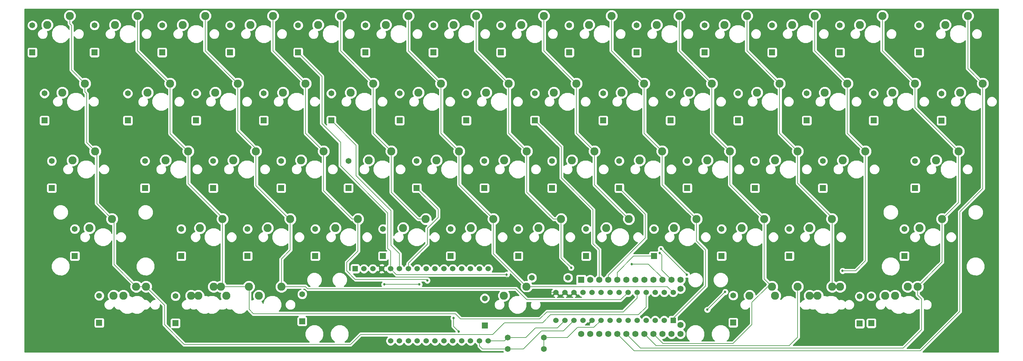
<source format=gbl>
G04 #@! TF.FileFunction,Copper,L2,Bot,Signal*
%FSLAX46Y46*%
G04 Gerber Fmt 4.6, Leading zero omitted, Abs format (unit mm)*
G04 Created by KiCad (PCBNEW (2015-10-16 BZR 6271)-product) date Sunday, March 05, 2017 'AMt' 10:42:39 AM*
%MOMM*%
G01*
G04 APERTURE LIST*
%ADD10C,0.100000*%
%ADD11R,1.752600X1.752600*%
%ADD12C,1.752600*%
%ADD13R,1.524000X1.524000*%
%ADD14C,1.524000*%
%ADD15C,2.286000*%
%ADD16C,1.651000*%
%ADD17R,1.651000X1.651000*%
%ADD18C,0.685800*%
%ADD19C,0.152400*%
%ADD20C,0.254000*%
G04 APERTURE END LIST*
D10*
D11*
X146405000Y-69180000D03*
D12*
X148945000Y-69180000D03*
X151485000Y-69180000D03*
X154025000Y-69180000D03*
X156565000Y-69180000D03*
X159105000Y-69180000D03*
X161645000Y-69180000D03*
X164185000Y-69180000D03*
X166725000Y-69180000D03*
X169265000Y-69180000D03*
X171805000Y-69180000D03*
X174345000Y-69180000D03*
X174345000Y-71720000D03*
X174345000Y-81880000D03*
X174345000Y-84420000D03*
X171805000Y-84420000D03*
X169265000Y-84420000D03*
X166725000Y-84420000D03*
X164185000Y-84420000D03*
X161645000Y-84420000D03*
X159105000Y-84420000D03*
X156565000Y-84420000D03*
X154025000Y-84420000D03*
X151485000Y-84420000D03*
X148945000Y-84420000D03*
X146405000Y-84420000D03*
D13*
X172300000Y-80624000D03*
D14*
X169760000Y-80624000D03*
X167220000Y-80624000D03*
X164680000Y-80624000D03*
X162140000Y-80624000D03*
X159600000Y-80624000D03*
X157060000Y-80624000D03*
X154520000Y-80624000D03*
X151980000Y-80624000D03*
X149440000Y-80624000D03*
X146900000Y-80624000D03*
X144360000Y-80624000D03*
X141820000Y-80624000D03*
X139280000Y-80624000D03*
X139280000Y-72750000D03*
X141820000Y-72750000D03*
X144360000Y-72750000D03*
X146900000Y-72750000D03*
X149440000Y-72750000D03*
X151980000Y-72750000D03*
X154520000Y-72750000D03*
X157060000Y-72750000D03*
X159600000Y-72750000D03*
X162140000Y-72750000D03*
X164680000Y-72750000D03*
X167220000Y-72750000D03*
X169760000Y-72750000D03*
X172300000Y-72750000D03*
D15*
X35877500Y-33020000D03*
X29527500Y-35560000D03*
X121740000Y-52095000D03*
X115390000Y-54635000D03*
X255190000Y5080000D03*
X248840000Y2540000D03*
X83640000Y-52095000D03*
X77290000Y-54635000D03*
X9683750Y-33020000D03*
X3333750Y-35560000D03*
X178890000Y-52095000D03*
X172540000Y-54635000D03*
D16*
X10825000Y-73690000D03*
D17*
X10825000Y-81310000D03*
D16*
X32275000Y-73790000D03*
D17*
X32275000Y-81410000D03*
D16*
X-7975000Y2410000D03*
D17*
X-7975000Y-5210000D03*
D16*
X-4575000Y-16740000D03*
D17*
X-4575000Y-24360000D03*
D16*
X-2525000Y-35765000D03*
D17*
X-2525000Y-43385000D03*
D16*
X3950000Y-54890000D03*
D17*
X3950000Y-62510000D03*
D16*
X9500000Y2410000D03*
D17*
X9500000Y-5210000D03*
D16*
X18875000Y-16740000D03*
D17*
X18875000Y-24360000D03*
D16*
X23700000Y-35765000D03*
D17*
X23700000Y-43385000D03*
D16*
X33900000Y-54890000D03*
D17*
X33900000Y-62510000D03*
D16*
X28525000Y2410000D03*
D17*
X28525000Y-5210000D03*
D16*
X38075000Y-16740000D03*
D17*
X38075000Y-24360000D03*
D16*
X42900000Y-35765000D03*
D17*
X42900000Y-43385000D03*
D16*
X52550000Y-54890000D03*
D17*
X52550000Y-62510000D03*
D16*
X67925000Y-73265000D03*
D17*
X67925000Y-80885000D03*
D15*
X73977500Y-33020000D03*
X67627500Y-35560000D03*
D16*
X47650000Y2410000D03*
D17*
X47650000Y-5210000D03*
D16*
X57100000Y-16740000D03*
D17*
X57100000Y-24360000D03*
D16*
X62000000Y-35765000D03*
D17*
X62000000Y-43385000D03*
D16*
X71600000Y-54890000D03*
D17*
X71600000Y-62510000D03*
D16*
X66775000Y2410000D03*
D17*
X66775000Y-5210000D03*
D16*
X76125000Y-16740000D03*
D17*
X76125000Y-24360000D03*
D16*
X80950000Y-35765000D03*
D17*
X80950000Y-43385000D03*
D16*
X90650000Y-54890000D03*
D17*
X90650000Y-62510000D03*
D16*
X85700000Y2410000D03*
D17*
X85700000Y-5210000D03*
D16*
X95325000Y-16740000D03*
D17*
X95325000Y-24360000D03*
D16*
X100150000Y-35765000D03*
D17*
X100150000Y-43385000D03*
D16*
X109700000Y-54890000D03*
D17*
X109700000Y-62510000D03*
D16*
X119300000Y-74415000D03*
D17*
X119300000Y-82035000D03*
D16*
X104825000Y2410000D03*
D17*
X104825000Y-5210000D03*
D16*
X114100000Y-16740000D03*
D17*
X114100000Y-24360000D03*
D16*
X119175000Y-35765000D03*
D17*
X119175000Y-43385000D03*
D16*
X128700000Y-54890000D03*
D17*
X128700000Y-62510000D03*
D16*
X123850000Y2410000D03*
D17*
X123850000Y-5210000D03*
D16*
X133375000Y-16740000D03*
D17*
X133375000Y-24360000D03*
D16*
X138200000Y-35765000D03*
D17*
X138200000Y-43385000D03*
D16*
X147800000Y-54890000D03*
D17*
X147800000Y-62510000D03*
D16*
X143050000Y2410000D03*
D17*
X143050000Y-5210000D03*
D16*
X152600000Y-16740000D03*
D17*
X152600000Y-24360000D03*
D16*
X157125000Y-35765000D03*
D17*
X157125000Y-43385000D03*
D16*
X166875000Y-54890000D03*
D17*
X166875000Y-62510000D03*
D16*
X161975000Y2410000D03*
D17*
X161975000Y-5210000D03*
D16*
X171525000Y-16740000D03*
D17*
X171525000Y-24360000D03*
D16*
X176250000Y-35765000D03*
D17*
X176250000Y-43385000D03*
D16*
X185900000Y-54890000D03*
D17*
X185900000Y-62510000D03*
D16*
X189175000Y-73615000D03*
D17*
X189175000Y-81235000D03*
D16*
X181100000Y2410000D03*
D17*
X181100000Y-5210000D03*
D16*
X190550000Y-16740000D03*
D17*
X190550000Y-24360000D03*
D16*
X195275000Y-35765000D03*
D17*
X195275000Y-43385000D03*
D16*
X204950000Y-54890000D03*
D17*
X204950000Y-62510000D03*
D16*
X200125000Y2410000D03*
D17*
X200125000Y-5210000D03*
D16*
X209850000Y-16740000D03*
D17*
X209850000Y-24360000D03*
D16*
X214375000Y-35765000D03*
D17*
X214375000Y-43385000D03*
D16*
X237325000Y-54890000D03*
D17*
X237325000Y-62510000D03*
D16*
X224750000Y-73890000D03*
D17*
X224750000Y-81510000D03*
D16*
X219175000Y2410000D03*
D17*
X219175000Y-5210000D03*
D16*
X228675000Y-16740000D03*
D17*
X228675000Y-24360000D03*
D16*
X240350000Y-35765000D03*
D17*
X240350000Y-43385000D03*
D16*
X241450000Y2410000D03*
D17*
X241450000Y-5210000D03*
D16*
X247775000Y-16765000D03*
D17*
X247775000Y-24385000D03*
D16*
X228025000Y-73790000D03*
D17*
X228025000Y-81410000D03*
D15*
X212090000Y5080000D03*
X205740000Y2540000D03*
X68897600Y-13970000D03*
X62547600Y-16510000D03*
X252571250Y-33020000D03*
X246221250Y-35560000D03*
X231140000Y5080000D03*
X224790000Y2540000D03*
X2540000Y5080000D03*
X-3810000Y2540000D03*
X93027500Y-33020000D03*
X86677500Y-35560000D03*
X259397600Y-13970000D03*
X253047600Y-16510000D03*
X216990000Y-52095000D03*
X210640000Y-54635000D03*
X112077500Y-33020000D03*
X105727500Y-35560000D03*
X131127500Y-33020000D03*
X124777500Y-35560000D03*
X164147600Y-13970000D03*
X157797600Y-16510000D03*
X150177500Y-33020000D03*
X143827500Y-35560000D03*
X169227500Y-33020000D03*
X162877500Y-35560000D03*
X188277500Y-33020000D03*
X181927500Y-35560000D03*
X221297600Y-13970000D03*
X214947600Y-16510000D03*
X43021200Y-71120000D03*
X36671200Y-73660000D03*
X21240000Y-71120000D03*
X14890000Y-73660000D03*
X62071200Y-71120000D03*
X55721200Y-73660000D03*
X52915000Y-71120000D03*
X46565000Y-73660000D03*
X45040000Y-71120000D03*
X38690000Y-73660000D03*
X23971200Y-71120000D03*
X17621200Y-73660000D03*
X14440000Y-52095000D03*
X8090000Y-54635000D03*
X159840000Y-52095000D03*
X153490000Y-54635000D03*
X140790000Y-52095000D03*
X134440000Y-54635000D03*
X193040000Y5080000D03*
X186690000Y2540000D03*
X21590000Y5080000D03*
X15240000Y2540000D03*
X40640000Y5080000D03*
X34290000Y2540000D03*
X59690000Y5080000D03*
X53340000Y2540000D03*
X78740000Y5080000D03*
X72390000Y2540000D03*
X97790000Y5080000D03*
X91440000Y2540000D03*
X116840000Y5080000D03*
X110490000Y2540000D03*
X135890000Y5080000D03*
X129540000Y2540000D03*
X154940000Y5080000D03*
X148590000Y2540000D03*
X173990000Y5080000D03*
X167640000Y2540000D03*
X183197600Y-13970000D03*
X176847600Y-16510000D03*
X202247600Y-13970000D03*
X195897600Y-16510000D03*
X197940000Y-52095000D03*
X191590000Y-54635000D03*
X30797600Y-13970000D03*
X24447600Y-16510000D03*
X226377500Y-33020000D03*
X220027500Y-35560000D03*
X87947600Y-13970000D03*
X81597600Y-16510000D03*
X240347600Y-13970000D03*
X233997600Y-16510000D03*
X219233700Y-71120000D03*
X212883700Y-73660000D03*
X241060000Y-71120000D03*
X234710000Y-73660000D03*
X200140000Y-71120000D03*
X193790000Y-73660000D03*
X207327500Y-71120000D03*
X200977500Y-73660000D03*
X217010000Y-71120000D03*
X210660000Y-73660000D03*
X238283700Y-71120000D03*
X231933700Y-73660000D03*
X247940000Y-52095000D03*
X241590000Y-54635000D03*
X54927500Y-33020000D03*
X48577500Y-35560000D03*
X207327500Y-33020000D03*
X200977500Y-35560000D03*
X131040000Y-71120000D03*
X124690000Y-73660000D03*
X106997600Y-13970000D03*
X100647600Y-16510000D03*
X6797600Y-13970000D03*
X447600Y-16510000D03*
X145097600Y-13970000D03*
X138747600Y-16510000D03*
X102690000Y-52095000D03*
X96340000Y-54635000D03*
X49847600Y-13970000D03*
X43497600Y-16510000D03*
X64590000Y-52095000D03*
X58240000Y-54635000D03*
X126047600Y-13970000D03*
X119697600Y-16510000D03*
X45540000Y-52095000D03*
X39190000Y-54635000D03*
D14*
X92800000Y-86400000D03*
X95300000Y-86400000D03*
X97800000Y-86400000D03*
X100300000Y-86400000D03*
X102800000Y-86400000D03*
X105300000Y-86400000D03*
X107800000Y-86400000D03*
X110300000Y-86400000D03*
X112800000Y-86400000D03*
X115300000Y-86400000D03*
X117800000Y-86400000D03*
X120300000Y-86400000D03*
X120300000Y-66080000D03*
X117800000Y-66080000D03*
X115300000Y-66080000D03*
X112800000Y-66080000D03*
X110300000Y-66080000D03*
X107800000Y-66080000D03*
X105300000Y-66080000D03*
X102800000Y-66080000D03*
X100300000Y-66080000D03*
X97800000Y-66080000D03*
X95300000Y-66080000D03*
X92800000Y-66080000D03*
X90300000Y-66080000D03*
X87800000Y-66080000D03*
X85300000Y-66080000D03*
D13*
X82800000Y-66080000D03*
D16*
X135880000Y-85450000D03*
X125720000Y-85450000D03*
X135880000Y-88700000D03*
X125720000Y-88700000D03*
X132545000Y-68625000D03*
X142705000Y-68625000D03*
D18*
X103125000Y-69375000D03*
X160625000Y-64775000D03*
X125450000Y-67725000D03*
X168550000Y-61625000D03*
X143600000Y-65800000D03*
X168825000Y-60500000D03*
X176125000Y-67750000D03*
X181900000Y-77625000D03*
X186925000Y-72600000D03*
X219950000Y-66675000D03*
X110500000Y-79975000D03*
X111950000Y-83775000D03*
X91025000Y-70500000D03*
X100900000Y-70500000D03*
D19*
X162140000Y-72750000D02*
X162140000Y-74360000D01*
X53000000Y-77500000D02*
X53000000Y-71205000D01*
X54250000Y-78750000D02*
X53000000Y-77500000D01*
X111000000Y-78750000D02*
X54250000Y-78750000D01*
X112500000Y-80250000D02*
X111000000Y-78750000D01*
X134750000Y-80250000D02*
X112500000Y-80250000D01*
X136750000Y-78250000D02*
X134750000Y-80250000D01*
X158250000Y-78250000D02*
X136750000Y-78250000D01*
X162140000Y-74360000D02*
X158250000Y-78250000D01*
X53000000Y-71205000D02*
X52915000Y-71120000D01*
X43021200Y-71120000D02*
X45040000Y-71120000D01*
X45040000Y-71120000D02*
X45540000Y-70620000D01*
X45540000Y-70620000D02*
X45540000Y-51765000D01*
X45540000Y-51765000D02*
X35877500Y-42102500D01*
X35877500Y-42102500D02*
X35877500Y-33102500D01*
X35877500Y-33102500D02*
X30797600Y-28022600D01*
X30797600Y-28022600D02*
X30797600Y-13970000D01*
X30797600Y-13970000D02*
X21590000Y-4762400D01*
X21590000Y-4762400D02*
X21590000Y5080000D01*
X52915000Y-71120000D02*
X45040000Y-71120000D01*
X131040000Y-71120000D02*
X170670000Y-71120000D01*
X170670000Y-71120000D02*
X172300000Y-72750000D01*
X97790000Y5080000D02*
X97790000Y-4762400D01*
X97790000Y-4762400D02*
X106997600Y-13970000D01*
X106997600Y-13970000D02*
X106997600Y-27940100D01*
X106997600Y-27940100D02*
X112077500Y-33020000D01*
X112077500Y-33020000D02*
X112077500Y-42432500D01*
X112077500Y-42432500D02*
X121740000Y-52095000D01*
X121740000Y-52095000D02*
X121740000Y-61820000D01*
X121740000Y-61820000D02*
X131040000Y-71120000D01*
X259397600Y-13970000D02*
X259397600Y-43552400D01*
X161320000Y-89175000D02*
X156565000Y-84420000D01*
X241875000Y-89175000D02*
X161320000Y-89175000D01*
X252925000Y-78125000D02*
X241875000Y-89175000D01*
X252925000Y-50025000D02*
X252925000Y-78125000D01*
X259397600Y-43552400D02*
X252925000Y-50025000D01*
X255190000Y5080000D02*
X255190000Y-9762400D01*
X255190000Y-9762400D02*
X259397600Y-13970000D01*
X169265000Y-69180000D02*
X169265000Y-68715000D01*
X169265000Y-68715000D02*
X165325000Y-64775000D01*
X83640000Y-61135000D02*
X83640000Y-52095000D01*
X80475000Y-64300000D02*
X83640000Y-61135000D01*
X80475000Y-66675000D02*
X80475000Y-64300000D01*
X82875000Y-69075000D02*
X80475000Y-66675000D01*
X102825000Y-69075000D02*
X82875000Y-69075000D01*
X103125000Y-69375000D02*
X102825000Y-69075000D01*
X165325000Y-64775000D02*
X160625000Y-64775000D01*
X83640000Y-52095000D02*
X81970000Y-52095000D01*
X73977500Y-44102500D02*
X73977500Y-33020000D01*
X81970000Y-52095000D02*
X73977500Y-44102500D01*
X73977500Y-33020000D02*
X68897600Y-27940100D01*
X68897600Y-27940100D02*
X68897600Y-13970000D01*
X68897600Y-13970000D02*
X59690000Y-4762400D01*
X59690000Y-4762400D02*
X59690000Y5080000D01*
X164680000Y-72750000D02*
X164680000Y-76895000D01*
X29225000Y-76373800D02*
X23971200Y-71120000D01*
X29225000Y-81850000D02*
X29225000Y-76373800D01*
X34775000Y-87400000D02*
X29225000Y-81850000D01*
X81525000Y-87400000D02*
X34775000Y-87400000D01*
X84325000Y-84600000D02*
X81525000Y-87400000D01*
X121500000Y-84600000D02*
X84325000Y-84600000D01*
X124825000Y-81275000D02*
X121500000Y-84600000D01*
X135600000Y-81275000D02*
X124825000Y-81275000D01*
X137825000Y-79050000D02*
X135600000Y-81275000D01*
X162525000Y-79050000D02*
X137825000Y-79050000D01*
X164680000Y-76895000D02*
X162525000Y-79050000D01*
X23971200Y-71120000D02*
X24470000Y-71120000D01*
X21240000Y-71120000D02*
X23971200Y-71120000D01*
X2540000Y5080000D02*
X2540000Y2860000D01*
X3050000Y-10222400D02*
X6797600Y-13970000D01*
X3050000Y2350000D02*
X3050000Y-10222400D01*
X2540000Y2860000D02*
X3050000Y2350000D01*
X6797600Y-13970000D02*
X6797600Y-16297600D01*
X6797600Y-16297600D02*
X7275000Y-16775000D01*
X7275000Y-16775000D02*
X7275000Y-30611250D01*
X7275000Y-30611250D02*
X10150000Y-33486250D01*
X10150000Y-33486250D02*
X10150000Y-47805000D01*
X10150000Y-47805000D02*
X15025000Y-52680000D01*
X15025000Y-52680000D02*
X15025000Y-64905000D01*
X15025000Y-64905000D02*
X21240000Y-71120000D01*
X172300000Y-80624000D02*
X172300000Y-80075000D01*
X172300000Y-80075000D02*
X181425000Y-70950000D01*
X178890000Y-58265000D02*
X178890000Y-52095000D01*
X181425000Y-60800000D02*
X178890000Y-58265000D01*
X181425000Y-70950000D02*
X181425000Y-60800000D01*
X154940000Y5080000D02*
X154940000Y-4762400D01*
X154940000Y-4762400D02*
X164147600Y-13970000D01*
X164147600Y-13970000D02*
X164147600Y-27940100D01*
X164147600Y-27940100D02*
X169227500Y-33020000D01*
X169227500Y-33020000D02*
X169227500Y-42432500D01*
X169227500Y-42432500D02*
X178890000Y-52095000D01*
X92800000Y-66080000D02*
X92800000Y-66100000D01*
X92800000Y-66100000D02*
X94425000Y-67725000D01*
X94425000Y-67725000D02*
X125450000Y-67725000D01*
X92800000Y-66080000D02*
X92800000Y-61175000D01*
X73500000Y-11935000D02*
X66775000Y-5210000D01*
X73500000Y-25300000D02*
X73500000Y-11935000D01*
X78750000Y-30550000D02*
X73500000Y-25300000D01*
X78750000Y-37125000D02*
X78750000Y-30550000D01*
X92000000Y-50375000D02*
X78750000Y-37125000D01*
X92000000Y-60375000D02*
X92000000Y-50375000D01*
X92800000Y-61175000D02*
X92000000Y-60375000D01*
X151485000Y-69180000D02*
X151485000Y-60735000D01*
X140825000Y-31810000D02*
X133375000Y-24360000D01*
X140825000Y-40525000D02*
X140825000Y-31810000D01*
X149750000Y-49450000D02*
X140825000Y-40525000D01*
X149750000Y-59000000D02*
X149750000Y-49450000D01*
X151485000Y-60735000D02*
X149750000Y-59000000D01*
X95300000Y-66080000D02*
X95300000Y-61825000D01*
X83100000Y-31335000D02*
X76125000Y-24360000D01*
X83100000Y-39900000D02*
X83100000Y-31335000D01*
X92925000Y-49725000D02*
X83100000Y-39900000D01*
X92925000Y-59450000D02*
X92925000Y-49725000D01*
X95300000Y-61825000D02*
X92925000Y-59450000D01*
X154025000Y-69180000D02*
X154025000Y-67900000D01*
X164450000Y-50710000D02*
X157125000Y-43385000D01*
X164450000Y-57475000D02*
X164450000Y-50710000D01*
X154025000Y-67900000D02*
X164450000Y-57475000D01*
X97800000Y-66080000D02*
X97800000Y-64550000D01*
X106175000Y-49410000D02*
X100150000Y-43385000D01*
X106175000Y-51700000D02*
X106175000Y-49410000D01*
X103125000Y-54750000D02*
X106175000Y-51700000D01*
X103125000Y-59225000D02*
X103125000Y-54750000D01*
X97800000Y-64550000D02*
X103125000Y-59225000D01*
X156565000Y-69180000D02*
X156565000Y-67135000D01*
X161190000Y-62510000D02*
X166875000Y-62510000D01*
X156565000Y-67135000D02*
X161190000Y-62510000D01*
X62071200Y-71120000D02*
X68870000Y-71120000D01*
X157525000Y-74825000D02*
X159600000Y-72750000D01*
X131125000Y-74825000D02*
X157525000Y-74825000D01*
X128050000Y-71750000D02*
X131125000Y-74825000D01*
X69500000Y-71750000D02*
X128050000Y-71750000D01*
X68870000Y-71120000D02*
X69500000Y-71750000D01*
X62071200Y-71120000D02*
X62071200Y-63328800D01*
X64590000Y-60810000D02*
X64590000Y-52365000D01*
X62071200Y-63328800D02*
X64590000Y-60810000D01*
X64590000Y-52365000D02*
X54927500Y-42702500D01*
X54927500Y-42702500D02*
X54927500Y-32277500D01*
X54927500Y-32277500D02*
X49847600Y-27197600D01*
X49847600Y-27197600D02*
X49847600Y-13970000D01*
X49847600Y-13970000D02*
X40640000Y-4762400D01*
X40640000Y-4762400D02*
X40640000Y5080000D01*
X169100000Y-66475000D02*
X171805000Y-69180000D01*
X169100000Y-62175000D02*
X169100000Y-66475000D01*
X168550000Y-61625000D02*
X169100000Y-62175000D01*
X102690000Y-52095000D02*
X100545000Y-52095000D01*
X93027500Y-44577500D02*
X93027500Y-33020000D01*
X100545000Y-52095000D02*
X93027500Y-44577500D01*
X93027500Y-33020000D02*
X87947600Y-27940100D01*
X87947600Y-27940100D02*
X87947600Y-13970000D01*
X87947600Y-13970000D02*
X78740000Y-4762400D01*
X78740000Y-4762400D02*
X78740000Y5080000D01*
X140790000Y-62990000D02*
X140790000Y-52095000D01*
X143600000Y-65800000D02*
X140790000Y-62990000D01*
X140790000Y-52095000D02*
X138670000Y-52095000D01*
X138670000Y-52095000D02*
X131127500Y-44552500D01*
X131127500Y-44552500D02*
X131127500Y-33020000D01*
X131127500Y-33020000D02*
X126047600Y-27940100D01*
X126047600Y-27940100D02*
X126047600Y-13970000D01*
X126047600Y-13970000D02*
X116840000Y-4762400D01*
X116840000Y-4762400D02*
X116840000Y5080000D01*
X168875000Y-60500000D02*
X168825000Y-60500000D01*
X176125000Y-67750000D02*
X168875000Y-60500000D01*
X135890000Y5080000D02*
X135890000Y-4762400D01*
X135890000Y-4762400D02*
X145097600Y-13970000D01*
X145097600Y-13970000D02*
X145097600Y-27940100D01*
X145097600Y-27940100D02*
X150177500Y-33020000D01*
X150177500Y-33020000D02*
X150177500Y-42432500D01*
X150177500Y-42432500D02*
X159840000Y-52095000D01*
X200140000Y-71120000D02*
X198880000Y-71120000D01*
X169430000Y-87125000D02*
X166725000Y-84420000D01*
X189100000Y-87125000D02*
X169430000Y-87125000D01*
X194425000Y-81800000D02*
X189100000Y-87125000D01*
X194425000Y-75575000D02*
X194425000Y-81800000D01*
X198880000Y-71120000D02*
X194425000Y-75575000D01*
X173990000Y5080000D02*
X173990000Y-4762400D01*
X173990000Y-4762400D02*
X183197600Y-13970000D01*
X183197600Y-13970000D02*
X183197600Y-27940100D01*
X183197600Y-27940100D02*
X188277500Y-33020000D01*
X188277500Y-33020000D02*
X188277500Y-42432500D01*
X188277500Y-42432500D02*
X197940000Y-52095000D01*
X197940000Y-52095000D02*
X197940000Y-68920000D01*
X197940000Y-68920000D02*
X200140000Y-71120000D01*
X207327500Y-71120000D02*
X207327500Y-85372500D01*
X167540000Y-87775000D02*
X164185000Y-84420000D01*
X204925000Y-87775000D02*
X167540000Y-87775000D01*
X207327500Y-85372500D02*
X204925000Y-87775000D01*
X193040000Y-4762400D02*
X193040000Y5080000D01*
X202247600Y-13970000D02*
X193040000Y-4762400D01*
X202247600Y-27940100D02*
X202247600Y-13970000D01*
X207327500Y-33020000D02*
X202247600Y-27940100D01*
X207327500Y-42052500D02*
X207327500Y-33020000D01*
X216990000Y-51715000D02*
X207327500Y-42052500D01*
X216990000Y-52095000D02*
X216990000Y-51715000D01*
X217010000Y-52115000D02*
X216990000Y-52095000D01*
X217010000Y-71120000D02*
X217010000Y-52115000D01*
X226377500Y-33020000D02*
X226377500Y-63897500D01*
X186925000Y-72600000D02*
X181900000Y-77625000D01*
X223600000Y-66675000D02*
X219950000Y-66675000D01*
X226377500Y-63897500D02*
X223600000Y-66675000D01*
X212090000Y5080000D02*
X212090000Y-4762400D01*
X212090000Y-4762400D02*
X221297600Y-13970000D01*
X221297600Y-13970000D02*
X221297600Y-27940100D01*
X221297600Y-27940100D02*
X226377500Y-33020000D01*
X241060000Y-71120000D02*
X241060000Y-73485000D01*
X163085000Y-88400000D02*
X159105000Y-84420000D01*
X237050000Y-88400000D02*
X163085000Y-88400000D01*
X242200000Y-83250000D02*
X237050000Y-88400000D01*
X242200000Y-74625000D02*
X242200000Y-83250000D01*
X241060000Y-73485000D02*
X242200000Y-74625000D01*
X241060000Y-71120000D02*
X241470000Y-71120000D01*
X231140000Y5080000D02*
X231140000Y-4762400D01*
X231140000Y-4762400D02*
X240347600Y-13970000D01*
X240347600Y-13970000D02*
X240347600Y-20796350D01*
X240347600Y-20796350D02*
X252571250Y-33020000D01*
X252571250Y-33020000D02*
X252571250Y-47463750D01*
X252571250Y-47463750D02*
X247940000Y-52095000D01*
X247940000Y-52095000D02*
X247940000Y-64240000D01*
X247940000Y-64240000D02*
X241060000Y-71120000D01*
X141409000Y-83575000D02*
X144360000Y-80624000D01*
X135275000Y-83575000D02*
X141409000Y-83575000D01*
X117800000Y-86400000D02*
X117800000Y-87800000D01*
X117800000Y-87800000D02*
X118650000Y-88650000D01*
X125720000Y-88650000D02*
X130200000Y-88650000D01*
X130200000Y-88650000D02*
X135275000Y-83575000D01*
X118650000Y-88650000D02*
X125720000Y-88650000D01*
X125720000Y-85475000D02*
X130825000Y-85475000D01*
X139719000Y-82725000D02*
X141820000Y-80624000D01*
X133575000Y-82725000D02*
X139719000Y-82725000D01*
X130825000Y-85475000D02*
X133575000Y-82725000D01*
X120300000Y-86400000D02*
X124795000Y-86400000D01*
X124795000Y-86400000D02*
X125720000Y-85475000D01*
X139280000Y-72750000D02*
X130000000Y-72750000D01*
X92620000Y-68400000D02*
X90300000Y-66080000D01*
X125650000Y-68400000D02*
X92620000Y-68400000D01*
X130000000Y-72750000D02*
X125650000Y-68400000D01*
X110500000Y-82325000D02*
X110500000Y-79975000D01*
X111950000Y-83775000D02*
X110500000Y-82325000D01*
X100900000Y-70500000D02*
X91025000Y-70500000D01*
X135880000Y-85475000D02*
X142550000Y-85475000D01*
X150004000Y-82600000D02*
X151980000Y-80624000D01*
X145425000Y-82600000D02*
X150004000Y-82600000D01*
X142550000Y-85475000D02*
X145425000Y-82600000D01*
X135880000Y-88650000D02*
X135880000Y-85475000D01*
X146900000Y-72750000D02*
X146900000Y-72675000D01*
D20*
G36*
X263765000Y-89515000D02*
X242540788Y-89515000D01*
X253427894Y-78627894D01*
X253582063Y-78397165D01*
X253636200Y-78125000D01*
X253636200Y-65950626D01*
X254708645Y-65950626D01*
X255108028Y-66917207D01*
X255846904Y-67657373D01*
X256812785Y-68058442D01*
X257858626Y-68059355D01*
X258825207Y-67659972D01*
X259565373Y-66921096D01*
X259966442Y-65955215D01*
X259967355Y-64909374D01*
X259567972Y-63942793D01*
X258829096Y-63202627D01*
X257863215Y-62801558D01*
X256817374Y-62800645D01*
X255850793Y-63200028D01*
X255110627Y-63938904D01*
X254709558Y-64904785D01*
X254708645Y-65950626D01*
X253636200Y-65950626D01*
X253636200Y-50617567D01*
X255178626Y-50617567D01*
X255506622Y-51411377D01*
X256113428Y-52019244D01*
X256906664Y-52348624D01*
X257765567Y-52349374D01*
X258559377Y-52021378D01*
X259167244Y-51414572D01*
X259496624Y-50621336D01*
X259497374Y-49762433D01*
X259169378Y-48968623D01*
X258562572Y-48360756D01*
X257769336Y-48031376D01*
X256910433Y-48030626D01*
X256116623Y-48358622D01*
X255508756Y-48965428D01*
X255179376Y-49758664D01*
X255178626Y-50617567D01*
X253636200Y-50617567D01*
X253636200Y-50319588D01*
X259900495Y-44055294D01*
X260054663Y-43824564D01*
X260108800Y-43552400D01*
X260108800Y-19344267D01*
X260451442Y-19344267D01*
X260677180Y-19890595D01*
X261094806Y-20308951D01*
X261640739Y-20535642D01*
X262231867Y-20536158D01*
X262778195Y-20310420D01*
X263196551Y-19892794D01*
X263423242Y-19346861D01*
X263423758Y-18755733D01*
X263198020Y-18209405D01*
X262780394Y-17791049D01*
X262234461Y-17564358D01*
X261643333Y-17563842D01*
X261097005Y-17789580D01*
X260678649Y-18207206D01*
X260451958Y-18753139D01*
X260451442Y-19344267D01*
X260108800Y-19344267D01*
X260108800Y-15599937D01*
X260403440Y-15478194D01*
X260904036Y-14978471D01*
X261175291Y-14325218D01*
X261175908Y-13617886D01*
X260905794Y-12964160D01*
X260406071Y-12463564D01*
X259752818Y-12192309D01*
X259045486Y-12191692D01*
X258747999Y-12314611D01*
X255901200Y-9467812D01*
X255901200Y-294267D01*
X256243842Y-294267D01*
X256469580Y-840595D01*
X256887206Y-1258951D01*
X257433139Y-1485642D01*
X258024267Y-1486158D01*
X258570595Y-1260420D01*
X258988951Y-842794D01*
X259215642Y-296861D01*
X259216158Y294267D01*
X258990420Y840595D01*
X258572794Y1258951D01*
X258026861Y1485642D01*
X257435733Y1486158D01*
X256889405Y1260420D01*
X256471049Y842794D01*
X256244358Y296861D01*
X256243842Y-294267D01*
X255901200Y-294267D01*
X255901200Y3450063D01*
X256195840Y3571806D01*
X256696436Y4071529D01*
X256967691Y4724782D01*
X256968308Y5432114D01*
X256698194Y6085840D01*
X256198471Y6586436D01*
X255545218Y6857691D01*
X254837886Y6858308D01*
X254184160Y6588194D01*
X253683564Y6088471D01*
X253412309Y5435218D01*
X253411692Y4727886D01*
X253681806Y4074160D01*
X254181529Y3573564D01*
X254478800Y3450126D01*
X254478800Y1889079D01*
X254141096Y2227373D01*
X253175215Y2628442D01*
X252129374Y2629355D01*
X251162793Y2229972D01*
X250422627Y1491096D01*
X250021558Y525215D01*
X250020645Y-520626D01*
X250420028Y-1487207D01*
X251158904Y-2227373D01*
X252124785Y-2628442D01*
X253170626Y-2629355D01*
X254137207Y-2229972D01*
X254478800Y-1888974D01*
X254478800Y-9762400D01*
X254532937Y-10034565D01*
X254687106Y-10265294D01*
X257742166Y-13320354D01*
X257619909Y-13614782D01*
X257619292Y-14322114D01*
X257889406Y-14975840D01*
X258389129Y-15476436D01*
X258686400Y-15599874D01*
X258686400Y-17160921D01*
X258348696Y-16822627D01*
X257382815Y-16421558D01*
X256336974Y-16420645D01*
X255370393Y-16820028D01*
X254630227Y-17558904D01*
X254229158Y-18524785D01*
X254228245Y-19570626D01*
X254627628Y-20537207D01*
X255366504Y-21277373D01*
X256332385Y-21678442D01*
X257378226Y-21679355D01*
X258344807Y-21279972D01*
X258686400Y-20938974D01*
X258686400Y-43257811D01*
X252422106Y-49522106D01*
X252267937Y-49752835D01*
X252267937Y-49752836D01*
X252213800Y-50025000D01*
X252213800Y-77830412D01*
X241580412Y-88463800D01*
X237991988Y-88463800D01*
X242702894Y-83752894D01*
X242857063Y-83522165D01*
X242911200Y-83250000D01*
X242911200Y-77522895D01*
X243303139Y-77685642D01*
X243894267Y-77686158D01*
X244440595Y-77460420D01*
X244858951Y-77042794D01*
X245085642Y-76496861D01*
X245086158Y-75905733D01*
X244860420Y-75359405D01*
X244442794Y-74941049D01*
X243896861Y-74714358D01*
X243305733Y-74713842D01*
X242911200Y-74876860D01*
X242911200Y-74625000D01*
X242857063Y-74352836D01*
X242741068Y-74179237D01*
X242702894Y-74122105D01*
X241771200Y-73190412D01*
X241771200Y-72749937D01*
X242065840Y-72628194D01*
X242566436Y-72128471D01*
X242837691Y-71475218D01*
X242838308Y-70767886D01*
X242715389Y-70470399D01*
X248442894Y-64742895D01*
X248597062Y-64512165D01*
X248597063Y-64512164D01*
X248651200Y-64240000D01*
X248651200Y-57469267D01*
X248993842Y-57469267D01*
X249219580Y-58015595D01*
X249637206Y-58433951D01*
X250183139Y-58660642D01*
X250774267Y-58661158D01*
X251320595Y-58435420D01*
X251738951Y-58017794D01*
X251965642Y-57471861D01*
X251966158Y-56880733D01*
X251740420Y-56334405D01*
X251322794Y-55916049D01*
X250776861Y-55689358D01*
X250185733Y-55688842D01*
X249639405Y-55914580D01*
X249221049Y-56332206D01*
X248994358Y-56878139D01*
X248993842Y-57469267D01*
X248651200Y-57469267D01*
X248651200Y-53724937D01*
X248945840Y-53603194D01*
X249446436Y-53103471D01*
X249717691Y-52450218D01*
X249718308Y-51742886D01*
X249595389Y-51445399D01*
X253074145Y-47966644D01*
X253228313Y-47735914D01*
X253282450Y-47463750D01*
X253282450Y-38394267D01*
X253625092Y-38394267D01*
X253850830Y-38940595D01*
X254268456Y-39358951D01*
X254814389Y-39585642D01*
X255405517Y-39586158D01*
X255951845Y-39360420D01*
X256370201Y-38942794D01*
X256596892Y-38396861D01*
X256597408Y-37805733D01*
X256371670Y-37259405D01*
X255954044Y-36841049D01*
X255408111Y-36614358D01*
X254816983Y-36613842D01*
X254270655Y-36839580D01*
X253852299Y-37257206D01*
X253625608Y-37803139D01*
X253625092Y-38394267D01*
X253282450Y-38394267D01*
X253282450Y-34649937D01*
X253577090Y-34528194D01*
X254077686Y-34028471D01*
X254348941Y-33375218D01*
X254349558Y-32667886D01*
X254079444Y-32014160D01*
X253579721Y-31513564D01*
X252926468Y-31242309D01*
X252219136Y-31241692D01*
X251921650Y-31364611D01*
X244116539Y-23559500D01*
X246302060Y-23559500D01*
X246302060Y-25210500D01*
X246346338Y-25445817D01*
X246485410Y-25661941D01*
X246697610Y-25806931D01*
X246949500Y-25857940D01*
X248600500Y-25857940D01*
X248835817Y-25813662D01*
X249051941Y-25674590D01*
X249196931Y-25462390D01*
X249247940Y-25210500D01*
X249247940Y-23559500D01*
X249203662Y-23324183D01*
X249064590Y-23108059D01*
X248852390Y-22963069D01*
X248600500Y-22912060D01*
X246949500Y-22912060D01*
X246714183Y-22956338D01*
X246498059Y-23095410D01*
X246353069Y-23307610D01*
X246302060Y-23559500D01*
X244116539Y-23559500D01*
X241058800Y-20501762D01*
X241058800Y-19344267D01*
X241401442Y-19344267D01*
X241627180Y-19890595D01*
X242044806Y-20308951D01*
X242590739Y-20535642D01*
X243181867Y-20536158D01*
X243728195Y-20310420D01*
X244146551Y-19892794D01*
X244373242Y-19346861D01*
X244373244Y-19344267D01*
X250291442Y-19344267D01*
X250517180Y-19890595D01*
X250934806Y-20308951D01*
X251480739Y-20535642D01*
X252071867Y-20536158D01*
X252618195Y-20310420D01*
X253036551Y-19892794D01*
X253263242Y-19346861D01*
X253263758Y-18755733D01*
X253070503Y-18288021D01*
X253399714Y-18288308D01*
X254053440Y-18018194D01*
X254554036Y-17518471D01*
X254825291Y-16865218D01*
X254825908Y-16157886D01*
X254555794Y-15504160D01*
X254056071Y-15003564D01*
X253402818Y-14732309D01*
X252695486Y-14731692D01*
X252041760Y-15001806D01*
X251541164Y-15501529D01*
X251269909Y-16154782D01*
X251269292Y-16862114D01*
X251539406Y-17515840D01*
X251587415Y-17563933D01*
X251483333Y-17563842D01*
X250937005Y-17789580D01*
X250518649Y-18207206D01*
X250291958Y-18753139D01*
X250291442Y-19344267D01*
X244373244Y-19344267D01*
X244373758Y-18755733D01*
X244148020Y-18209405D01*
X243730394Y-17791049D01*
X243184461Y-17564358D01*
X242593333Y-17563842D01*
X242047005Y-17789580D01*
X241628649Y-18207206D01*
X241401958Y-18753139D01*
X241401442Y-19344267D01*
X241058800Y-19344267D01*
X241058800Y-17054237D01*
X246314247Y-17054237D01*
X246536126Y-17591226D01*
X246946613Y-18002430D01*
X247483214Y-18225246D01*
X248064237Y-18225753D01*
X248601226Y-18003874D01*
X249012430Y-17593387D01*
X249235246Y-17056786D01*
X249235753Y-16475763D01*
X249013874Y-15938774D01*
X248603387Y-15527570D01*
X248066786Y-15304754D01*
X247485763Y-15304247D01*
X246948774Y-15526126D01*
X246537570Y-15936613D01*
X246314754Y-16473214D01*
X246314247Y-17054237D01*
X241058800Y-17054237D01*
X241058800Y-15599937D01*
X241353440Y-15478194D01*
X241854036Y-14978471D01*
X242125291Y-14325218D01*
X242125908Y-13617886D01*
X241855794Y-12964160D01*
X241356071Y-12463564D01*
X240702818Y-12192309D01*
X239995486Y-12191692D01*
X239697999Y-12314611D01*
X231851200Y-4467812D01*
X231851200Y-4384500D01*
X239977060Y-4384500D01*
X239977060Y-6035500D01*
X240021338Y-6270817D01*
X240160410Y-6486941D01*
X240372610Y-6631931D01*
X240624500Y-6682940D01*
X242275500Y-6682940D01*
X242510817Y-6638662D01*
X242726941Y-6499590D01*
X242871931Y-6287390D01*
X242922940Y-6035500D01*
X242922940Y-4384500D01*
X242878662Y-4149183D01*
X242739590Y-3933059D01*
X242527390Y-3788069D01*
X242275500Y-3737060D01*
X240624500Y-3737060D01*
X240389183Y-3781338D01*
X240173059Y-3920410D01*
X240028069Y-4132610D01*
X239977060Y-4384500D01*
X231851200Y-4384500D01*
X231851200Y-294267D01*
X232193842Y-294267D01*
X232419580Y-840595D01*
X232837206Y-1258951D01*
X233383139Y-1485642D01*
X233974267Y-1486158D01*
X234520595Y-1260420D01*
X234938951Y-842794D01*
X235165642Y-296861D01*
X235165644Y-294267D01*
X246083842Y-294267D01*
X246309580Y-840595D01*
X246727206Y-1258951D01*
X247273139Y-1485642D01*
X247864267Y-1486158D01*
X248410595Y-1260420D01*
X248828951Y-842794D01*
X249055642Y-296861D01*
X249056158Y294267D01*
X248862903Y761979D01*
X249192114Y761692D01*
X249845840Y1031806D01*
X250346436Y1531529D01*
X250617691Y2184782D01*
X250618308Y2892114D01*
X250348194Y3545840D01*
X249848471Y4046436D01*
X249195218Y4317691D01*
X248487886Y4318308D01*
X247834160Y4048194D01*
X247333564Y3548471D01*
X247062309Y2895218D01*
X247061692Y2187886D01*
X247331806Y1534160D01*
X247379815Y1486067D01*
X247275733Y1486158D01*
X246729405Y1260420D01*
X246311049Y842794D01*
X246084358Y296861D01*
X246083842Y-294267D01*
X235165644Y-294267D01*
X235166158Y294267D01*
X234940420Y840595D01*
X234522794Y1258951D01*
X233976861Y1485642D01*
X233385733Y1486158D01*
X232839405Y1260420D01*
X232421049Y842794D01*
X232194358Y296861D01*
X232193842Y-294267D01*
X231851200Y-294267D01*
X231851200Y2120763D01*
X239989247Y2120763D01*
X240211126Y1583774D01*
X240621613Y1172570D01*
X241158214Y949754D01*
X241739237Y949247D01*
X242276226Y1171126D01*
X242687430Y1581613D01*
X242910246Y2118214D01*
X242910753Y2699237D01*
X242688874Y3236226D01*
X242278387Y3647430D01*
X241741786Y3870246D01*
X241160763Y3870753D01*
X240623774Y3648874D01*
X240212570Y3238387D01*
X239989754Y2701786D01*
X239989247Y2120763D01*
X231851200Y2120763D01*
X231851200Y3450063D01*
X232145840Y3571806D01*
X232646436Y4071529D01*
X232917691Y4724782D01*
X232918308Y5432114D01*
X232648194Y6085840D01*
X232148471Y6586436D01*
X231495218Y6857691D01*
X230787886Y6858308D01*
X230134160Y6588194D01*
X229633564Y6088471D01*
X229362309Y5435218D01*
X229361692Y4727886D01*
X229631806Y4074160D01*
X230131529Y3573564D01*
X230428800Y3450126D01*
X230428800Y1889079D01*
X230091096Y2227373D01*
X229125215Y2628442D01*
X228079374Y2629355D01*
X227112793Y2229972D01*
X226372627Y1491096D01*
X225971558Y525215D01*
X225970645Y-520626D01*
X226370028Y-1487207D01*
X227108904Y-2227373D01*
X228074785Y-2628442D01*
X229120626Y-2629355D01*
X230087207Y-2229972D01*
X230428800Y-1888974D01*
X230428800Y-4762400D01*
X230482937Y-5034565D01*
X230637106Y-5265294D01*
X238692166Y-13320354D01*
X238569909Y-13614782D01*
X238569292Y-14322114D01*
X238839406Y-14975840D01*
X239339129Y-15476436D01*
X239636400Y-15599874D01*
X239636400Y-17160921D01*
X239298696Y-16822627D01*
X238332815Y-16421558D01*
X237286974Y-16420645D01*
X236320393Y-16820028D01*
X235580227Y-17558904D01*
X235179158Y-18524785D01*
X235178245Y-19570626D01*
X235577628Y-20537207D01*
X236316504Y-21277373D01*
X237282385Y-21678442D01*
X238328226Y-21679355D01*
X239294807Y-21279972D01*
X239660070Y-20915346D01*
X239690537Y-21068515D01*
X239844706Y-21299244D01*
X250915816Y-32370355D01*
X250793559Y-32664782D01*
X250792942Y-33372114D01*
X251063056Y-34025840D01*
X251562779Y-34526436D01*
X251860050Y-34649874D01*
X251860050Y-36210921D01*
X251522346Y-35872627D01*
X250556465Y-35471558D01*
X249510624Y-35470645D01*
X248544043Y-35870028D01*
X247803877Y-36608904D01*
X247402808Y-37574785D01*
X247401895Y-38620626D01*
X247801278Y-39587207D01*
X248540154Y-40327373D01*
X249506035Y-40728442D01*
X250551876Y-40729355D01*
X251518457Y-40329972D01*
X251860050Y-39988974D01*
X251860050Y-47169161D01*
X248589645Y-50439566D01*
X248295218Y-50317309D01*
X247587886Y-50316692D01*
X246934160Y-50586806D01*
X246433564Y-51086529D01*
X246162309Y-51739782D01*
X246161692Y-52447114D01*
X246431806Y-53100840D01*
X246931529Y-53601436D01*
X247228800Y-53724874D01*
X247228800Y-55285921D01*
X246891096Y-54947627D01*
X245925215Y-54546558D01*
X244879374Y-54545645D01*
X243912793Y-54945028D01*
X243172627Y-55683904D01*
X242771558Y-56649785D01*
X242770645Y-57695626D01*
X243170028Y-58662207D01*
X243908904Y-59402373D01*
X244874785Y-59803442D01*
X245920626Y-59804355D01*
X246887207Y-59404972D01*
X247228800Y-59063974D01*
X247228800Y-63945411D01*
X241709646Y-69464566D01*
X241415218Y-69342309D01*
X240707886Y-69341692D01*
X240054160Y-69611806D01*
X239671621Y-69993677D01*
X239292171Y-69613564D01*
X238638918Y-69342309D01*
X237931586Y-69341692D01*
X237277860Y-69611806D01*
X236777264Y-70111529D01*
X236506009Y-70764782D01*
X236505392Y-71472114D01*
X236775506Y-72125840D01*
X237275229Y-72626436D01*
X237928482Y-72897691D01*
X238635814Y-72898308D01*
X239289540Y-72628194D01*
X239672079Y-72246323D01*
X240051529Y-72626436D01*
X240348800Y-72749874D01*
X240348800Y-73485000D01*
X240402937Y-73757165D01*
X240557106Y-73987894D01*
X241399320Y-74830109D01*
X241120561Y-74714358D01*
X240750485Y-74714035D01*
X240749972Y-74712793D01*
X240011096Y-73972627D01*
X239045215Y-73571558D01*
X237999374Y-73570645D01*
X237130907Y-73929488D01*
X236487999Y-73662530D01*
X236488308Y-73307886D01*
X236218194Y-72654160D01*
X235718471Y-72153564D01*
X235065218Y-71882309D01*
X234357886Y-71881692D01*
X233704160Y-72151806D01*
X233321621Y-72533677D01*
X232942171Y-72153564D01*
X232288918Y-71882309D01*
X231581586Y-71881692D01*
X230927860Y-72151806D01*
X230427264Y-72651529D01*
X230156009Y-73304782D01*
X230155392Y-74012114D01*
X230425506Y-74665840D01*
X230473515Y-74713933D01*
X230369433Y-74713842D01*
X229823105Y-74939580D01*
X229404749Y-75357206D01*
X229178058Y-75903139D01*
X229177542Y-76494267D01*
X229403280Y-77040595D01*
X229820906Y-77458951D01*
X230366839Y-77685642D01*
X230957967Y-77686158D01*
X231504295Y-77460420D01*
X231922651Y-77042794D01*
X232051888Y-76731557D01*
X232179580Y-77040595D01*
X232597206Y-77458951D01*
X233143139Y-77685642D01*
X233513215Y-77685965D01*
X233513728Y-77687207D01*
X234252604Y-78427373D01*
X235218485Y-78828442D01*
X236264326Y-78829355D01*
X237132793Y-78470512D01*
X237994785Y-78828442D01*
X239040626Y-78829355D01*
X240007207Y-78429972D01*
X240747373Y-77691096D01*
X240749557Y-77685836D01*
X241117967Y-77686158D01*
X241488800Y-77532933D01*
X241488800Y-82955412D01*
X236755412Y-87688800D01*
X206016988Y-87688800D01*
X207830394Y-85875394D01*
X207984563Y-85644665D01*
X208018311Y-85475000D01*
X208038700Y-85372500D01*
X208038700Y-80684500D01*
X223277060Y-80684500D01*
X223277060Y-82335500D01*
X223321338Y-82570817D01*
X223460410Y-82786941D01*
X223672610Y-82931931D01*
X223924500Y-82982940D01*
X225575500Y-82982940D01*
X225810817Y-82938662D01*
X226026941Y-82799590D01*
X226171931Y-82587390D01*
X226222940Y-82335500D01*
X226222940Y-80684500D01*
X226204124Y-80584500D01*
X226552060Y-80584500D01*
X226552060Y-82235500D01*
X226596338Y-82470817D01*
X226735410Y-82686941D01*
X226947610Y-82831931D01*
X227199500Y-82882940D01*
X228850500Y-82882940D01*
X229085817Y-82838662D01*
X229301941Y-82699590D01*
X229446931Y-82487390D01*
X229497940Y-82235500D01*
X229497940Y-80584500D01*
X229453662Y-80349183D01*
X229314590Y-80133059D01*
X229102390Y-79988069D01*
X228850500Y-79937060D01*
X227199500Y-79937060D01*
X226964183Y-79981338D01*
X226748059Y-80120410D01*
X226603069Y-80332610D01*
X226552060Y-80584500D01*
X226204124Y-80584500D01*
X226178662Y-80449183D01*
X226039590Y-80233059D01*
X225827390Y-80088069D01*
X225575500Y-80037060D01*
X223924500Y-80037060D01*
X223689183Y-80081338D01*
X223473059Y-80220410D01*
X223328069Y-80432610D01*
X223277060Y-80684500D01*
X208038700Y-80684500D01*
X208038700Y-76820648D01*
X208129580Y-77040595D01*
X208547206Y-77458951D01*
X209093139Y-77685642D01*
X209684267Y-77686158D01*
X209685274Y-77685742D01*
X210161767Y-77686158D01*
X210708095Y-77460420D01*
X210740290Y-77428281D01*
X210770906Y-77458951D01*
X211316839Y-77685642D01*
X211907967Y-77686158D01*
X212191233Y-77569115D01*
X212240028Y-77687207D01*
X212978904Y-78427373D01*
X213944785Y-78828442D01*
X214990626Y-78829355D01*
X215582111Y-78584958D01*
X216168485Y-78828442D01*
X217214326Y-78829355D01*
X218180907Y-78429972D01*
X218921073Y-77691096D01*
X218971840Y-77568836D01*
X219253139Y-77685642D01*
X219844267Y-77686158D01*
X220390595Y-77460420D01*
X220661957Y-77189532D01*
X220930906Y-77458951D01*
X221476839Y-77685642D01*
X222067967Y-77686158D01*
X222614295Y-77460420D01*
X223032651Y-77042794D01*
X223259342Y-76496861D01*
X223259858Y-75905733D01*
X223034120Y-75359405D01*
X222616494Y-74941049D01*
X222070561Y-74714358D01*
X221479433Y-74713842D01*
X220933105Y-74939580D01*
X220661743Y-75210468D01*
X220392794Y-74941049D01*
X219846861Y-74714358D01*
X219255733Y-74713842D01*
X218972467Y-74830885D01*
X218923672Y-74712793D01*
X218391046Y-74179237D01*
X223289247Y-74179237D01*
X223511126Y-74716226D01*
X223921613Y-75127430D01*
X224458214Y-75350246D01*
X225039237Y-75350753D01*
X225576226Y-75128874D01*
X225987430Y-74718387D01*
X226210246Y-74181786D01*
X226210335Y-74079237D01*
X226564247Y-74079237D01*
X226786126Y-74616226D01*
X227196613Y-75027430D01*
X227733214Y-75250246D01*
X228314237Y-75250753D01*
X228851226Y-75028874D01*
X229262430Y-74618387D01*
X229485246Y-74081786D01*
X229485753Y-73500763D01*
X229263874Y-72963774D01*
X228853387Y-72552570D01*
X228316786Y-72329754D01*
X227735763Y-72329247D01*
X227198774Y-72551126D01*
X226787570Y-72961613D01*
X226564754Y-73498214D01*
X226564247Y-74079237D01*
X226210335Y-74079237D01*
X226210753Y-73600763D01*
X225988874Y-73063774D01*
X225578387Y-72652570D01*
X225041786Y-72429754D01*
X224460763Y-72429247D01*
X223923774Y-72651126D01*
X223512570Y-73061613D01*
X223289754Y-73598214D01*
X223289247Y-74179237D01*
X218391046Y-74179237D01*
X218184796Y-73972627D01*
X217218915Y-73571558D01*
X216173074Y-73570645D01*
X215581589Y-73815042D01*
X214995215Y-73571558D01*
X214661778Y-73571267D01*
X214662008Y-73307886D01*
X214391894Y-72654160D01*
X213892171Y-72153564D01*
X213238918Y-71882309D01*
X212531586Y-71881692D01*
X211877860Y-72151806D01*
X211772104Y-72257378D01*
X211668471Y-72153564D01*
X211015218Y-71882309D01*
X210307886Y-71881692D01*
X209654160Y-72151806D01*
X209153564Y-72651529D01*
X208882309Y-73304782D01*
X208881692Y-74012114D01*
X209151806Y-74665840D01*
X209199815Y-74713933D01*
X209095733Y-74713842D01*
X208549405Y-74939580D01*
X208131049Y-75357206D01*
X208038700Y-75579607D01*
X208038700Y-72749937D01*
X208333340Y-72628194D01*
X208833936Y-72128471D01*
X209105191Y-71475218D01*
X209105808Y-70767886D01*
X208835694Y-70114160D01*
X208335971Y-69613564D01*
X207682718Y-69342309D01*
X206975386Y-69341692D01*
X206321660Y-69611806D01*
X205821064Y-70111529D01*
X205549809Y-70764782D01*
X205549192Y-71472114D01*
X205819306Y-72125840D01*
X206319029Y-72626436D01*
X206616300Y-72749874D01*
X206616300Y-74310921D01*
X206278596Y-73972627D01*
X205312715Y-73571558D01*
X204266874Y-73570645D01*
X203300293Y-73970028D01*
X202560127Y-74708904D01*
X202558014Y-74713992D01*
X202438440Y-74713888D01*
X202483936Y-74668471D01*
X202755191Y-74015218D01*
X202755808Y-73307886D01*
X202485694Y-72654160D01*
X201985971Y-72153564D01*
X201687482Y-72029620D01*
X201917691Y-71475218D01*
X201918308Y-70767886D01*
X201648194Y-70114160D01*
X201148471Y-69613564D01*
X200495218Y-69342309D01*
X199787886Y-69341692D01*
X199490399Y-69464611D01*
X198651200Y-68625412D01*
X198651200Y-61684500D01*
X203477060Y-61684500D01*
X203477060Y-63335500D01*
X203521338Y-63570817D01*
X203660410Y-63786941D01*
X203872610Y-63931931D01*
X204124500Y-63982940D01*
X205775500Y-63982940D01*
X206010817Y-63938662D01*
X206226941Y-63799590D01*
X206371931Y-63587390D01*
X206422940Y-63335500D01*
X206422940Y-61684500D01*
X206378662Y-61449183D01*
X206239590Y-61233059D01*
X206027390Y-61088069D01*
X205775500Y-61037060D01*
X204124500Y-61037060D01*
X203889183Y-61081338D01*
X203673059Y-61220410D01*
X203528069Y-61432610D01*
X203477060Y-61684500D01*
X198651200Y-61684500D01*
X198651200Y-57469267D01*
X198993842Y-57469267D01*
X199219580Y-58015595D01*
X199637206Y-58433951D01*
X200183139Y-58660642D01*
X200774267Y-58661158D01*
X201320595Y-58435420D01*
X201738951Y-58017794D01*
X201965642Y-57471861D01*
X201965644Y-57469267D01*
X207883842Y-57469267D01*
X208109580Y-58015595D01*
X208527206Y-58433951D01*
X209073139Y-58660642D01*
X209664267Y-58661158D01*
X210210595Y-58435420D01*
X210628951Y-58017794D01*
X210855642Y-57471861D01*
X210856158Y-56880733D01*
X210662903Y-56413021D01*
X210992114Y-56413308D01*
X211645840Y-56143194D01*
X212146436Y-55643471D01*
X212417691Y-54990218D01*
X212418308Y-54282886D01*
X212148194Y-53629160D01*
X211648471Y-53128564D01*
X210995218Y-52857309D01*
X210287886Y-52856692D01*
X209634160Y-53126806D01*
X209133564Y-53626529D01*
X208862309Y-54279782D01*
X208861692Y-54987114D01*
X209131806Y-55640840D01*
X209179815Y-55688933D01*
X209075733Y-55688842D01*
X208529405Y-55914580D01*
X208111049Y-56332206D01*
X207884358Y-56878139D01*
X207883842Y-57469267D01*
X201965644Y-57469267D01*
X201966158Y-56880733D01*
X201740420Y-56334405D01*
X201322794Y-55916049D01*
X200776861Y-55689358D01*
X200185733Y-55688842D01*
X199639405Y-55914580D01*
X199221049Y-56332206D01*
X198994358Y-56878139D01*
X198993842Y-57469267D01*
X198651200Y-57469267D01*
X198651200Y-55179237D01*
X203489247Y-55179237D01*
X203711126Y-55716226D01*
X204121613Y-56127430D01*
X204658214Y-56350246D01*
X205239237Y-56350753D01*
X205776226Y-56128874D01*
X206187430Y-55718387D01*
X206410246Y-55181786D01*
X206410753Y-54600763D01*
X206188874Y-54063774D01*
X205778387Y-53652570D01*
X205241786Y-53429754D01*
X204660763Y-53429247D01*
X204123774Y-53651126D01*
X203712570Y-54061613D01*
X203489754Y-54598214D01*
X203489247Y-55179237D01*
X198651200Y-55179237D01*
X198651200Y-53724937D01*
X198945840Y-53603194D01*
X199446436Y-53103471D01*
X199717691Y-52450218D01*
X199718308Y-51742886D01*
X199448194Y-51089160D01*
X198948471Y-50588564D01*
X198295218Y-50317309D01*
X197587886Y-50316692D01*
X197290400Y-50439611D01*
X189410289Y-42559500D01*
X193802060Y-42559500D01*
X193802060Y-44210500D01*
X193846338Y-44445817D01*
X193985410Y-44661941D01*
X194197610Y-44806931D01*
X194449500Y-44857940D01*
X196100500Y-44857940D01*
X196335817Y-44813662D01*
X196551941Y-44674590D01*
X196696931Y-44462390D01*
X196747940Y-44210500D01*
X196747940Y-42559500D01*
X196703662Y-42324183D01*
X196564590Y-42108059D01*
X196352390Y-41963069D01*
X196100500Y-41912060D01*
X194449500Y-41912060D01*
X194214183Y-41956338D01*
X193998059Y-42095410D01*
X193853069Y-42307610D01*
X193802060Y-42559500D01*
X189410289Y-42559500D01*
X188988700Y-42137912D01*
X188988700Y-38394267D01*
X189331342Y-38394267D01*
X189557080Y-38940595D01*
X189974706Y-39358951D01*
X190520639Y-39585642D01*
X191111767Y-39586158D01*
X191658095Y-39360420D01*
X192076451Y-38942794D01*
X192303142Y-38396861D01*
X192303144Y-38394267D01*
X198221342Y-38394267D01*
X198447080Y-38940595D01*
X198864706Y-39358951D01*
X199410639Y-39585642D01*
X200001767Y-39586158D01*
X200548095Y-39360420D01*
X200966451Y-38942794D01*
X201193142Y-38396861D01*
X201193658Y-37805733D01*
X201000403Y-37338021D01*
X201329614Y-37338308D01*
X201983340Y-37068194D01*
X202483936Y-36568471D01*
X202755191Y-35915218D01*
X202755808Y-35207886D01*
X202485694Y-34554160D01*
X201985971Y-34053564D01*
X201332718Y-33782309D01*
X200625386Y-33781692D01*
X199971660Y-34051806D01*
X199471064Y-34551529D01*
X199199809Y-35204782D01*
X199199192Y-35912114D01*
X199469306Y-36565840D01*
X199517315Y-36613933D01*
X199413233Y-36613842D01*
X198866905Y-36839580D01*
X198448549Y-37257206D01*
X198221858Y-37803139D01*
X198221342Y-38394267D01*
X192303144Y-38394267D01*
X192303658Y-37805733D01*
X192077920Y-37259405D01*
X191660294Y-36841049D01*
X191114361Y-36614358D01*
X190523233Y-36613842D01*
X189976905Y-36839580D01*
X189558549Y-37257206D01*
X189331858Y-37803139D01*
X189331342Y-38394267D01*
X188988700Y-38394267D01*
X188988700Y-36054237D01*
X193814247Y-36054237D01*
X194036126Y-36591226D01*
X194446613Y-37002430D01*
X194983214Y-37225246D01*
X195564237Y-37225753D01*
X196101226Y-37003874D01*
X196512430Y-36593387D01*
X196735246Y-36056786D01*
X196735753Y-35475763D01*
X196513874Y-34938774D01*
X196103387Y-34527570D01*
X195566786Y-34304754D01*
X194985763Y-34304247D01*
X194448774Y-34526126D01*
X194037570Y-34936613D01*
X193814754Y-35473214D01*
X193814247Y-36054237D01*
X188988700Y-36054237D01*
X188988700Y-34649937D01*
X189283340Y-34528194D01*
X189783936Y-34028471D01*
X190055191Y-33375218D01*
X190055808Y-32667886D01*
X189785694Y-32014160D01*
X189285971Y-31513564D01*
X188632718Y-31242309D01*
X187925386Y-31241692D01*
X187627900Y-31364611D01*
X183908800Y-27645512D01*
X183908800Y-23534500D01*
X189077060Y-23534500D01*
X189077060Y-25185500D01*
X189121338Y-25420817D01*
X189260410Y-25636941D01*
X189472610Y-25781931D01*
X189724500Y-25832940D01*
X191375500Y-25832940D01*
X191610817Y-25788662D01*
X191826941Y-25649590D01*
X191971931Y-25437390D01*
X192022940Y-25185500D01*
X192022940Y-23534500D01*
X191978662Y-23299183D01*
X191839590Y-23083059D01*
X191627390Y-22938069D01*
X191375500Y-22887060D01*
X189724500Y-22887060D01*
X189489183Y-22931338D01*
X189273059Y-23070410D01*
X189128069Y-23282610D01*
X189077060Y-23534500D01*
X183908800Y-23534500D01*
X183908800Y-19344267D01*
X184251442Y-19344267D01*
X184477180Y-19890595D01*
X184894806Y-20308951D01*
X185440739Y-20535642D01*
X186031867Y-20536158D01*
X186578195Y-20310420D01*
X186996551Y-19892794D01*
X187223242Y-19346861D01*
X187223244Y-19344267D01*
X193141442Y-19344267D01*
X193367180Y-19890595D01*
X193784806Y-20308951D01*
X194330739Y-20535642D01*
X194921867Y-20536158D01*
X195468195Y-20310420D01*
X195886551Y-19892794D01*
X196113242Y-19346861D01*
X196113758Y-18755733D01*
X195920503Y-18288021D01*
X196249714Y-18288308D01*
X196903440Y-18018194D01*
X197404036Y-17518471D01*
X197675291Y-16865218D01*
X197675908Y-16157886D01*
X197405794Y-15504160D01*
X196906071Y-15003564D01*
X196252818Y-14732309D01*
X195545486Y-14731692D01*
X194891760Y-15001806D01*
X194391164Y-15501529D01*
X194119909Y-16154782D01*
X194119292Y-16862114D01*
X194389406Y-17515840D01*
X194437415Y-17563933D01*
X194333333Y-17563842D01*
X193787005Y-17789580D01*
X193368649Y-18207206D01*
X193141958Y-18753139D01*
X193141442Y-19344267D01*
X187223244Y-19344267D01*
X187223758Y-18755733D01*
X186998020Y-18209405D01*
X186580394Y-17791049D01*
X186034461Y-17564358D01*
X185443333Y-17563842D01*
X184897005Y-17789580D01*
X184478649Y-18207206D01*
X184251958Y-18753139D01*
X184251442Y-19344267D01*
X183908800Y-19344267D01*
X183908800Y-17029237D01*
X189089247Y-17029237D01*
X189311126Y-17566226D01*
X189721613Y-17977430D01*
X190258214Y-18200246D01*
X190839237Y-18200753D01*
X191376226Y-17978874D01*
X191787430Y-17568387D01*
X192010246Y-17031786D01*
X192010753Y-16450763D01*
X191788874Y-15913774D01*
X191378387Y-15502570D01*
X190841786Y-15279754D01*
X190260763Y-15279247D01*
X189723774Y-15501126D01*
X189312570Y-15911613D01*
X189089754Y-16448214D01*
X189089247Y-17029237D01*
X183908800Y-17029237D01*
X183908800Y-15599937D01*
X184203440Y-15478194D01*
X184704036Y-14978471D01*
X184975291Y-14325218D01*
X184975908Y-13617886D01*
X184705794Y-12964160D01*
X184206071Y-12463564D01*
X183552818Y-12192309D01*
X182845486Y-12191692D01*
X182547999Y-12314611D01*
X174701200Y-4467812D01*
X174701200Y-4384500D01*
X179627060Y-4384500D01*
X179627060Y-6035500D01*
X179671338Y-6270817D01*
X179810410Y-6486941D01*
X180022610Y-6631931D01*
X180274500Y-6682940D01*
X181925500Y-6682940D01*
X182160817Y-6638662D01*
X182376941Y-6499590D01*
X182521931Y-6287390D01*
X182572940Y-6035500D01*
X182572940Y-4384500D01*
X182528662Y-4149183D01*
X182389590Y-3933059D01*
X182177390Y-3788069D01*
X181925500Y-3737060D01*
X180274500Y-3737060D01*
X180039183Y-3781338D01*
X179823059Y-3920410D01*
X179678069Y-4132610D01*
X179627060Y-4384500D01*
X174701200Y-4384500D01*
X174701200Y-294267D01*
X175043842Y-294267D01*
X175269580Y-840595D01*
X175687206Y-1258951D01*
X176233139Y-1485642D01*
X176824267Y-1486158D01*
X177370595Y-1260420D01*
X177788951Y-842794D01*
X178015642Y-296861D01*
X178015644Y-294267D01*
X183933842Y-294267D01*
X184159580Y-840595D01*
X184577206Y-1258951D01*
X185123139Y-1485642D01*
X185714267Y-1486158D01*
X186260595Y-1260420D01*
X186678951Y-842794D01*
X186812726Y-520626D01*
X187870645Y-520626D01*
X188270028Y-1487207D01*
X189008904Y-2227373D01*
X189974785Y-2628442D01*
X191020626Y-2629355D01*
X191987207Y-2229972D01*
X192328800Y-1888974D01*
X192328800Y-4762400D01*
X192382937Y-5034565D01*
X192537106Y-5265294D01*
X200592166Y-13320354D01*
X200469909Y-13614782D01*
X200469292Y-14322114D01*
X200739406Y-14975840D01*
X201239129Y-15476436D01*
X201536400Y-15599874D01*
X201536400Y-17160921D01*
X201198696Y-16822627D01*
X200232815Y-16421558D01*
X199186974Y-16420645D01*
X198220393Y-16820028D01*
X197480227Y-17558904D01*
X197079158Y-18524785D01*
X197078245Y-19570626D01*
X197477628Y-20537207D01*
X198216504Y-21277373D01*
X199182385Y-21678442D01*
X200228226Y-21679355D01*
X201194807Y-21279972D01*
X201536400Y-20938974D01*
X201536400Y-27940100D01*
X201590537Y-28212265D01*
X201744706Y-28442994D01*
X205672066Y-32370355D01*
X205549809Y-32664782D01*
X205549192Y-33372114D01*
X205819306Y-34025840D01*
X206319029Y-34526436D01*
X206616300Y-34649874D01*
X206616300Y-36210921D01*
X206278596Y-35872627D01*
X205312715Y-35471558D01*
X204266874Y-35470645D01*
X203300293Y-35870028D01*
X202560127Y-36608904D01*
X202159058Y-37574785D01*
X202158145Y-38620626D01*
X202557528Y-39587207D01*
X203296404Y-40327373D01*
X204262285Y-40728442D01*
X205308126Y-40729355D01*
X206274707Y-40329972D01*
X206616300Y-39988974D01*
X206616300Y-42052500D01*
X206670437Y-42324665D01*
X206824606Y-42555394D01*
X215446060Y-51176849D01*
X215212309Y-51739782D01*
X215211692Y-52447114D01*
X215481806Y-53100840D01*
X215981529Y-53601436D01*
X216298800Y-53733179D01*
X216298800Y-55305956D01*
X215941096Y-54947627D01*
X214975215Y-54546558D01*
X213929374Y-54545645D01*
X212962793Y-54945028D01*
X212222627Y-55683904D01*
X211821558Y-56649785D01*
X211820645Y-57695626D01*
X212220028Y-58662207D01*
X212958904Y-59402373D01*
X213924785Y-59803442D01*
X214970626Y-59804355D01*
X215937207Y-59404972D01*
X216298800Y-59044009D01*
X216298800Y-69490063D01*
X216004160Y-69611806D01*
X215503564Y-70111529D01*
X215232309Y-70764782D01*
X215231692Y-71472114D01*
X215501806Y-72125840D01*
X216001529Y-72626436D01*
X216654782Y-72897691D01*
X217362114Y-72898308D01*
X218015840Y-72628194D01*
X218121596Y-72522622D01*
X218225229Y-72626436D01*
X218878482Y-72897691D01*
X219585814Y-72898308D01*
X220239540Y-72628194D01*
X220740136Y-72128471D01*
X221011391Y-71475218D01*
X221012008Y-70767886D01*
X220741894Y-70114160D01*
X220242171Y-69613564D01*
X219588918Y-69342309D01*
X218881586Y-69341692D01*
X218227860Y-69611806D01*
X218122104Y-69717378D01*
X218018471Y-69613564D01*
X217721200Y-69490126D01*
X217721200Y-57469267D01*
X218043842Y-57469267D01*
X218269580Y-58015595D01*
X218687206Y-58433951D01*
X219233139Y-58660642D01*
X219824267Y-58661158D01*
X220370595Y-58435420D01*
X220788951Y-58017794D01*
X221015642Y-57471861D01*
X221016158Y-56880733D01*
X220790420Y-56334405D01*
X220372794Y-55916049D01*
X219826861Y-55689358D01*
X219235733Y-55688842D01*
X218689405Y-55914580D01*
X218271049Y-56332206D01*
X218044358Y-56878139D01*
X218043842Y-57469267D01*
X217721200Y-57469267D01*
X217721200Y-53716673D01*
X217995840Y-53603194D01*
X218496436Y-53103471D01*
X218767691Y-52450218D01*
X218768308Y-51742886D01*
X218498194Y-51089160D01*
X217998471Y-50588564D01*
X217345218Y-50317309D01*
X216637886Y-50316692D01*
X216609295Y-50328506D01*
X208840289Y-42559500D01*
X212902060Y-42559500D01*
X212902060Y-44210500D01*
X212946338Y-44445817D01*
X213085410Y-44661941D01*
X213297610Y-44806931D01*
X213549500Y-44857940D01*
X215200500Y-44857940D01*
X215435817Y-44813662D01*
X215651941Y-44674590D01*
X215796931Y-44462390D01*
X215847940Y-44210500D01*
X215847940Y-42559500D01*
X215803662Y-42324183D01*
X215664590Y-42108059D01*
X215452390Y-41963069D01*
X215200500Y-41912060D01*
X213549500Y-41912060D01*
X213314183Y-41956338D01*
X213098059Y-42095410D01*
X212953069Y-42307610D01*
X212902060Y-42559500D01*
X208840289Y-42559500D01*
X208038700Y-41757912D01*
X208038700Y-38394267D01*
X208381342Y-38394267D01*
X208607080Y-38940595D01*
X209024706Y-39358951D01*
X209570639Y-39585642D01*
X210161767Y-39586158D01*
X210708095Y-39360420D01*
X211126451Y-38942794D01*
X211353142Y-38396861D01*
X211353144Y-38394267D01*
X217271342Y-38394267D01*
X217497080Y-38940595D01*
X217914706Y-39358951D01*
X218460639Y-39585642D01*
X219051767Y-39586158D01*
X219598095Y-39360420D01*
X220016451Y-38942794D01*
X220243142Y-38396861D01*
X220243658Y-37805733D01*
X220050403Y-37338021D01*
X220379614Y-37338308D01*
X221033340Y-37068194D01*
X221533936Y-36568471D01*
X221805191Y-35915218D01*
X221805808Y-35207886D01*
X221535694Y-34554160D01*
X221035971Y-34053564D01*
X220382718Y-33782309D01*
X219675386Y-33781692D01*
X219021660Y-34051806D01*
X218521064Y-34551529D01*
X218249809Y-35204782D01*
X218249192Y-35912114D01*
X218519306Y-36565840D01*
X218567315Y-36613933D01*
X218463233Y-36613842D01*
X217916905Y-36839580D01*
X217498549Y-37257206D01*
X217271858Y-37803139D01*
X217271342Y-38394267D01*
X211353144Y-38394267D01*
X211353658Y-37805733D01*
X211127920Y-37259405D01*
X210710294Y-36841049D01*
X210164361Y-36614358D01*
X209573233Y-36613842D01*
X209026905Y-36839580D01*
X208608549Y-37257206D01*
X208381858Y-37803139D01*
X208381342Y-38394267D01*
X208038700Y-38394267D01*
X208038700Y-36054237D01*
X212914247Y-36054237D01*
X213136126Y-36591226D01*
X213546613Y-37002430D01*
X214083214Y-37225246D01*
X214664237Y-37225753D01*
X215201226Y-37003874D01*
X215612430Y-36593387D01*
X215835246Y-36056786D01*
X215835753Y-35475763D01*
X215613874Y-34938774D01*
X215203387Y-34527570D01*
X214666786Y-34304754D01*
X214085763Y-34304247D01*
X213548774Y-34526126D01*
X213137570Y-34936613D01*
X212914754Y-35473214D01*
X212914247Y-36054237D01*
X208038700Y-36054237D01*
X208038700Y-34649937D01*
X208333340Y-34528194D01*
X208833936Y-34028471D01*
X209105191Y-33375218D01*
X209105808Y-32667886D01*
X208835694Y-32014160D01*
X208335971Y-31513564D01*
X207682718Y-31242309D01*
X206975386Y-31241692D01*
X206677900Y-31364611D01*
X202958800Y-27645512D01*
X202958800Y-23534500D01*
X208377060Y-23534500D01*
X208377060Y-25185500D01*
X208421338Y-25420817D01*
X208560410Y-25636941D01*
X208772610Y-25781931D01*
X209024500Y-25832940D01*
X210675500Y-25832940D01*
X210910817Y-25788662D01*
X211126941Y-25649590D01*
X211271931Y-25437390D01*
X211322940Y-25185500D01*
X211322940Y-23534500D01*
X211278662Y-23299183D01*
X211139590Y-23083059D01*
X210927390Y-22938069D01*
X210675500Y-22887060D01*
X209024500Y-22887060D01*
X208789183Y-22931338D01*
X208573059Y-23070410D01*
X208428069Y-23282610D01*
X208377060Y-23534500D01*
X202958800Y-23534500D01*
X202958800Y-19344267D01*
X203301442Y-19344267D01*
X203527180Y-19890595D01*
X203944806Y-20308951D01*
X204490739Y-20535642D01*
X205081867Y-20536158D01*
X205628195Y-20310420D01*
X206046551Y-19892794D01*
X206273242Y-19346861D01*
X206273244Y-19344267D01*
X212191442Y-19344267D01*
X212417180Y-19890595D01*
X212834806Y-20308951D01*
X213380739Y-20535642D01*
X213971867Y-20536158D01*
X214518195Y-20310420D01*
X214936551Y-19892794D01*
X215163242Y-19346861D01*
X215163758Y-18755733D01*
X214970503Y-18288021D01*
X215299714Y-18288308D01*
X215953440Y-18018194D01*
X216454036Y-17518471D01*
X216725291Y-16865218D01*
X216725908Y-16157886D01*
X216455794Y-15504160D01*
X215956071Y-15003564D01*
X215302818Y-14732309D01*
X214595486Y-14731692D01*
X213941760Y-15001806D01*
X213441164Y-15501529D01*
X213169909Y-16154782D01*
X213169292Y-16862114D01*
X213439406Y-17515840D01*
X213487415Y-17563933D01*
X213383333Y-17563842D01*
X212837005Y-17789580D01*
X212418649Y-18207206D01*
X212191958Y-18753139D01*
X212191442Y-19344267D01*
X206273244Y-19344267D01*
X206273758Y-18755733D01*
X206048020Y-18209405D01*
X205630394Y-17791049D01*
X205084461Y-17564358D01*
X204493333Y-17563842D01*
X203947005Y-17789580D01*
X203528649Y-18207206D01*
X203301958Y-18753139D01*
X203301442Y-19344267D01*
X202958800Y-19344267D01*
X202958800Y-17029237D01*
X208389247Y-17029237D01*
X208611126Y-17566226D01*
X209021613Y-17977430D01*
X209558214Y-18200246D01*
X210139237Y-18200753D01*
X210676226Y-17978874D01*
X211087430Y-17568387D01*
X211310246Y-17031786D01*
X211310753Y-16450763D01*
X211088874Y-15913774D01*
X210678387Y-15502570D01*
X210141786Y-15279754D01*
X209560763Y-15279247D01*
X209023774Y-15501126D01*
X208612570Y-15911613D01*
X208389754Y-16448214D01*
X208389247Y-17029237D01*
X202958800Y-17029237D01*
X202958800Y-15599937D01*
X203253440Y-15478194D01*
X203754036Y-14978471D01*
X204025291Y-14325218D01*
X204025908Y-13617886D01*
X203755794Y-12964160D01*
X203256071Y-12463564D01*
X202602818Y-12192309D01*
X201895486Y-12191692D01*
X201597999Y-12314611D01*
X193751200Y-4467812D01*
X193751200Y-4384500D01*
X198652060Y-4384500D01*
X198652060Y-6035500D01*
X198696338Y-6270817D01*
X198835410Y-6486941D01*
X199047610Y-6631931D01*
X199299500Y-6682940D01*
X200950500Y-6682940D01*
X201185817Y-6638662D01*
X201401941Y-6499590D01*
X201546931Y-6287390D01*
X201597940Y-6035500D01*
X201597940Y-4384500D01*
X201553662Y-4149183D01*
X201414590Y-3933059D01*
X201202390Y-3788069D01*
X200950500Y-3737060D01*
X199299500Y-3737060D01*
X199064183Y-3781338D01*
X198848059Y-3920410D01*
X198703069Y-4132610D01*
X198652060Y-4384500D01*
X193751200Y-4384500D01*
X193751200Y-294267D01*
X194093842Y-294267D01*
X194319580Y-840595D01*
X194737206Y-1258951D01*
X195283139Y-1485642D01*
X195874267Y-1486158D01*
X196420595Y-1260420D01*
X196838951Y-842794D01*
X197065642Y-296861D01*
X197065644Y-294267D01*
X202983842Y-294267D01*
X203209580Y-840595D01*
X203627206Y-1258951D01*
X204173139Y-1485642D01*
X204764267Y-1486158D01*
X205310595Y-1260420D01*
X205728951Y-842794D01*
X205862726Y-520626D01*
X206920645Y-520626D01*
X207320028Y-1487207D01*
X208058904Y-2227373D01*
X209024785Y-2628442D01*
X210070626Y-2629355D01*
X211037207Y-2229972D01*
X211378800Y-1888974D01*
X211378800Y-4762400D01*
X211432937Y-5034565D01*
X211587106Y-5265294D01*
X219642166Y-13320354D01*
X219519909Y-13614782D01*
X219519292Y-14322114D01*
X219789406Y-14975840D01*
X220289129Y-15476436D01*
X220586400Y-15599874D01*
X220586400Y-17160921D01*
X220248696Y-16822627D01*
X219282815Y-16421558D01*
X218236974Y-16420645D01*
X217270393Y-16820028D01*
X216530227Y-17558904D01*
X216129158Y-18524785D01*
X216128245Y-19570626D01*
X216527628Y-20537207D01*
X217266504Y-21277373D01*
X218232385Y-21678442D01*
X219278226Y-21679355D01*
X220244807Y-21279972D01*
X220586400Y-20938974D01*
X220586400Y-27940100D01*
X220640537Y-28212265D01*
X220794706Y-28442994D01*
X224722066Y-32370355D01*
X224599809Y-32664782D01*
X224599192Y-33372114D01*
X224869306Y-34025840D01*
X225369029Y-34526436D01*
X225666300Y-34649874D01*
X225666300Y-36210921D01*
X225328596Y-35872627D01*
X224362715Y-35471558D01*
X223316874Y-35470645D01*
X222350293Y-35870028D01*
X221610127Y-36608904D01*
X221209058Y-37574785D01*
X221208145Y-38620626D01*
X221607528Y-39587207D01*
X222346404Y-40327373D01*
X223312285Y-40728442D01*
X224358126Y-40729355D01*
X225324707Y-40329972D01*
X225666300Y-39988974D01*
X225666300Y-63602912D01*
X223305412Y-65963800D01*
X220621794Y-65963800D01*
X220504659Y-65846460D01*
X220145370Y-65697270D01*
X219756337Y-65696931D01*
X219396788Y-65845493D01*
X219121460Y-66120341D01*
X218972270Y-66479630D01*
X218971931Y-66868663D01*
X219120493Y-67228212D01*
X219395341Y-67503540D01*
X219754630Y-67652730D01*
X220143663Y-67653069D01*
X220503212Y-67504507D01*
X220621726Y-67386200D01*
X223600000Y-67386200D01*
X223872165Y-67332063D01*
X224102894Y-67177894D01*
X225330162Y-65950626D01*
X230832645Y-65950626D01*
X231232028Y-66917207D01*
X231970904Y-67657373D01*
X232936785Y-68058442D01*
X233982626Y-68059355D01*
X234949207Y-67659972D01*
X235689373Y-66921096D01*
X236090442Y-65955215D01*
X236091355Y-64909374D01*
X235691972Y-63942793D01*
X234953096Y-63202627D01*
X233987215Y-62801558D01*
X232941374Y-62800645D01*
X231974793Y-63200028D01*
X231234627Y-63938904D01*
X230833558Y-64904785D01*
X230832645Y-65950626D01*
X225330162Y-65950626D01*
X226880394Y-64400394D01*
X227034563Y-64169665D01*
X227044852Y-64117937D01*
X227088700Y-63897500D01*
X227088700Y-61684500D01*
X235852060Y-61684500D01*
X235852060Y-63335500D01*
X235896338Y-63570817D01*
X236035410Y-63786941D01*
X236247610Y-63931931D01*
X236499500Y-63982940D01*
X238150500Y-63982940D01*
X238385817Y-63938662D01*
X238601941Y-63799590D01*
X238746931Y-63587390D01*
X238797940Y-63335500D01*
X238797940Y-61684500D01*
X238753662Y-61449183D01*
X238614590Y-61233059D01*
X238402390Y-61088069D01*
X238150500Y-61037060D01*
X236499500Y-61037060D01*
X236264183Y-61081338D01*
X236048059Y-61220410D01*
X235903069Y-61432610D01*
X235852060Y-61684500D01*
X227088700Y-61684500D01*
X227088700Y-57469267D01*
X238833842Y-57469267D01*
X239059580Y-58015595D01*
X239477206Y-58433951D01*
X240023139Y-58660642D01*
X240614267Y-58661158D01*
X241160595Y-58435420D01*
X241578951Y-58017794D01*
X241805642Y-57471861D01*
X241806158Y-56880733D01*
X241612903Y-56413021D01*
X241942114Y-56413308D01*
X242595840Y-56143194D01*
X243096436Y-55643471D01*
X243367691Y-54990218D01*
X243368308Y-54282886D01*
X243098194Y-53629160D01*
X242598471Y-53128564D01*
X241945218Y-52857309D01*
X241237886Y-52856692D01*
X240584160Y-53126806D01*
X240083564Y-53626529D01*
X239812309Y-54279782D01*
X239811692Y-54987114D01*
X240081806Y-55640840D01*
X240129815Y-55688933D01*
X240025733Y-55688842D01*
X239479405Y-55914580D01*
X239061049Y-56332206D01*
X238834358Y-56878139D01*
X238833842Y-57469267D01*
X227088700Y-57469267D01*
X227088700Y-55179237D01*
X235864247Y-55179237D01*
X236086126Y-55716226D01*
X236496613Y-56127430D01*
X237033214Y-56350246D01*
X237614237Y-56350753D01*
X238151226Y-56128874D01*
X238562430Y-55718387D01*
X238785246Y-55181786D01*
X238785753Y-54600763D01*
X238563874Y-54063774D01*
X238153387Y-53652570D01*
X237616786Y-53429754D01*
X237035763Y-53429247D01*
X236498774Y-53651126D01*
X236087570Y-54061613D01*
X235864754Y-54598214D01*
X235864247Y-55179237D01*
X227088700Y-55179237D01*
X227088700Y-50617567D01*
X231302626Y-50617567D01*
X231630622Y-51411377D01*
X232237428Y-52019244D01*
X233030664Y-52348624D01*
X233889567Y-52349374D01*
X234683377Y-52021378D01*
X235291244Y-51414572D01*
X235620624Y-50621336D01*
X235621374Y-49762433D01*
X235293378Y-48968623D01*
X234686572Y-48360756D01*
X233893336Y-48031376D01*
X233034433Y-48030626D01*
X232240623Y-48358622D01*
X231632756Y-48965428D01*
X231303376Y-49758664D01*
X231302626Y-50617567D01*
X227088700Y-50617567D01*
X227088700Y-42559500D01*
X238877060Y-42559500D01*
X238877060Y-44210500D01*
X238921338Y-44445817D01*
X239060410Y-44661941D01*
X239272610Y-44806931D01*
X239524500Y-44857940D01*
X241175500Y-44857940D01*
X241410817Y-44813662D01*
X241626941Y-44674590D01*
X241771931Y-44462390D01*
X241822940Y-44210500D01*
X241822940Y-42559500D01*
X241778662Y-42324183D01*
X241639590Y-42108059D01*
X241427390Y-41963069D01*
X241175500Y-41912060D01*
X239524500Y-41912060D01*
X239289183Y-41956338D01*
X239073059Y-42095410D01*
X238928069Y-42307610D01*
X238877060Y-42559500D01*
X227088700Y-42559500D01*
X227088700Y-38394267D01*
X227431342Y-38394267D01*
X227657080Y-38940595D01*
X228074706Y-39358951D01*
X228620639Y-39585642D01*
X229211767Y-39586158D01*
X229758095Y-39360420D01*
X230176451Y-38942794D01*
X230403142Y-38396861D01*
X230403144Y-38394267D01*
X243465092Y-38394267D01*
X243690830Y-38940595D01*
X244108456Y-39358951D01*
X244654389Y-39585642D01*
X245245517Y-39586158D01*
X245791845Y-39360420D01*
X246210201Y-38942794D01*
X246436892Y-38396861D01*
X246437408Y-37805733D01*
X246244153Y-37338021D01*
X246573364Y-37338308D01*
X247227090Y-37068194D01*
X247727686Y-36568471D01*
X247998941Y-35915218D01*
X247999558Y-35207886D01*
X247729444Y-34554160D01*
X247229721Y-34053564D01*
X246576468Y-33782309D01*
X245869136Y-33781692D01*
X245215410Y-34051806D01*
X244714814Y-34551529D01*
X244443559Y-35204782D01*
X244442942Y-35912114D01*
X244713056Y-36565840D01*
X244761065Y-36613933D01*
X244656983Y-36613842D01*
X244110655Y-36839580D01*
X243692299Y-37257206D01*
X243465608Y-37803139D01*
X243465092Y-38394267D01*
X230403144Y-38394267D01*
X230403658Y-37805733D01*
X230177920Y-37259405D01*
X229760294Y-36841049D01*
X229214361Y-36614358D01*
X228623233Y-36613842D01*
X228076905Y-36839580D01*
X227658549Y-37257206D01*
X227431858Y-37803139D01*
X227431342Y-38394267D01*
X227088700Y-38394267D01*
X227088700Y-36054237D01*
X238889247Y-36054237D01*
X239111126Y-36591226D01*
X239521613Y-37002430D01*
X240058214Y-37225246D01*
X240639237Y-37225753D01*
X241176226Y-37003874D01*
X241587430Y-36593387D01*
X241810246Y-36056786D01*
X241810753Y-35475763D01*
X241588874Y-34938774D01*
X241178387Y-34527570D01*
X240641786Y-34304754D01*
X240060763Y-34304247D01*
X239523774Y-34526126D01*
X239112570Y-34936613D01*
X238889754Y-35473214D01*
X238889247Y-36054237D01*
X227088700Y-36054237D01*
X227088700Y-34649937D01*
X227383340Y-34528194D01*
X227883936Y-34028471D01*
X228155191Y-33375218D01*
X228155808Y-32667886D01*
X227885694Y-32014160D01*
X227385971Y-31513564D01*
X226732718Y-31242309D01*
X226025386Y-31241692D01*
X225727900Y-31364611D01*
X222008800Y-27645512D01*
X222008800Y-23534500D01*
X227202060Y-23534500D01*
X227202060Y-25185500D01*
X227246338Y-25420817D01*
X227385410Y-25636941D01*
X227597610Y-25781931D01*
X227849500Y-25832940D01*
X229500500Y-25832940D01*
X229735817Y-25788662D01*
X229951941Y-25649590D01*
X230096931Y-25437390D01*
X230147940Y-25185500D01*
X230147940Y-23534500D01*
X230103662Y-23299183D01*
X229964590Y-23083059D01*
X229752390Y-22938069D01*
X229500500Y-22887060D01*
X227849500Y-22887060D01*
X227614183Y-22931338D01*
X227398059Y-23070410D01*
X227253069Y-23282610D01*
X227202060Y-23534500D01*
X222008800Y-23534500D01*
X222008800Y-19344267D01*
X222351442Y-19344267D01*
X222577180Y-19890595D01*
X222994806Y-20308951D01*
X223540739Y-20535642D01*
X224131867Y-20536158D01*
X224678195Y-20310420D01*
X225096551Y-19892794D01*
X225323242Y-19346861D01*
X225323244Y-19344267D01*
X231241442Y-19344267D01*
X231467180Y-19890595D01*
X231884806Y-20308951D01*
X232430739Y-20535642D01*
X233021867Y-20536158D01*
X233568195Y-20310420D01*
X233986551Y-19892794D01*
X234213242Y-19346861D01*
X234213758Y-18755733D01*
X234020503Y-18288021D01*
X234349714Y-18288308D01*
X235003440Y-18018194D01*
X235504036Y-17518471D01*
X235775291Y-16865218D01*
X235775908Y-16157886D01*
X235505794Y-15504160D01*
X235006071Y-15003564D01*
X234352818Y-14732309D01*
X233645486Y-14731692D01*
X232991760Y-15001806D01*
X232491164Y-15501529D01*
X232219909Y-16154782D01*
X232219292Y-16862114D01*
X232489406Y-17515840D01*
X232537415Y-17563933D01*
X232433333Y-17563842D01*
X231887005Y-17789580D01*
X231468649Y-18207206D01*
X231241958Y-18753139D01*
X231241442Y-19344267D01*
X225323244Y-19344267D01*
X225323758Y-18755733D01*
X225098020Y-18209405D01*
X224680394Y-17791049D01*
X224134461Y-17564358D01*
X223543333Y-17563842D01*
X222997005Y-17789580D01*
X222578649Y-18207206D01*
X222351958Y-18753139D01*
X222351442Y-19344267D01*
X222008800Y-19344267D01*
X222008800Y-17029237D01*
X227214247Y-17029237D01*
X227436126Y-17566226D01*
X227846613Y-17977430D01*
X228383214Y-18200246D01*
X228964237Y-18200753D01*
X229501226Y-17978874D01*
X229912430Y-17568387D01*
X230135246Y-17031786D01*
X230135753Y-16450763D01*
X229913874Y-15913774D01*
X229503387Y-15502570D01*
X228966786Y-15279754D01*
X228385763Y-15279247D01*
X227848774Y-15501126D01*
X227437570Y-15911613D01*
X227214754Y-16448214D01*
X227214247Y-17029237D01*
X222008800Y-17029237D01*
X222008800Y-15599937D01*
X222303440Y-15478194D01*
X222804036Y-14978471D01*
X223075291Y-14325218D01*
X223075908Y-13617886D01*
X222805794Y-12964160D01*
X222306071Y-12463564D01*
X221652818Y-12192309D01*
X220945486Y-12191692D01*
X220647999Y-12314611D01*
X212801200Y-4467812D01*
X212801200Y-4384500D01*
X217702060Y-4384500D01*
X217702060Y-6035500D01*
X217746338Y-6270817D01*
X217885410Y-6486941D01*
X218097610Y-6631931D01*
X218349500Y-6682940D01*
X220000500Y-6682940D01*
X220235817Y-6638662D01*
X220451941Y-6499590D01*
X220596931Y-6287390D01*
X220647940Y-6035500D01*
X220647940Y-4384500D01*
X220603662Y-4149183D01*
X220464590Y-3933059D01*
X220252390Y-3788069D01*
X220000500Y-3737060D01*
X218349500Y-3737060D01*
X218114183Y-3781338D01*
X217898059Y-3920410D01*
X217753069Y-4132610D01*
X217702060Y-4384500D01*
X212801200Y-4384500D01*
X212801200Y-294267D01*
X213143842Y-294267D01*
X213369580Y-840595D01*
X213787206Y-1258951D01*
X214333139Y-1485642D01*
X214924267Y-1486158D01*
X215470595Y-1260420D01*
X215888951Y-842794D01*
X216115642Y-296861D01*
X216115644Y-294267D01*
X222033842Y-294267D01*
X222259580Y-840595D01*
X222677206Y-1258951D01*
X223223139Y-1485642D01*
X223814267Y-1486158D01*
X224360595Y-1260420D01*
X224778951Y-842794D01*
X225005642Y-296861D01*
X225006158Y294267D01*
X224812903Y761979D01*
X225142114Y761692D01*
X225795840Y1031806D01*
X226296436Y1531529D01*
X226567691Y2184782D01*
X226568308Y2892114D01*
X226298194Y3545840D01*
X225798471Y4046436D01*
X225145218Y4317691D01*
X224437886Y4318308D01*
X223784160Y4048194D01*
X223283564Y3548471D01*
X223012309Y2895218D01*
X223011692Y2187886D01*
X223281806Y1534160D01*
X223329815Y1486067D01*
X223225733Y1486158D01*
X222679405Y1260420D01*
X222261049Y842794D01*
X222034358Y296861D01*
X222033842Y-294267D01*
X216115644Y-294267D01*
X216116158Y294267D01*
X215890420Y840595D01*
X215472794Y1258951D01*
X214926861Y1485642D01*
X214335733Y1486158D01*
X213789405Y1260420D01*
X213371049Y842794D01*
X213144358Y296861D01*
X213143842Y-294267D01*
X212801200Y-294267D01*
X212801200Y2120763D01*
X217714247Y2120763D01*
X217936126Y1583774D01*
X218346613Y1172570D01*
X218883214Y949754D01*
X219464237Y949247D01*
X220001226Y1171126D01*
X220412430Y1581613D01*
X220635246Y2118214D01*
X220635753Y2699237D01*
X220413874Y3236226D01*
X220003387Y3647430D01*
X219466786Y3870246D01*
X218885763Y3870753D01*
X218348774Y3648874D01*
X217937570Y3238387D01*
X217714754Y2701786D01*
X217714247Y2120763D01*
X212801200Y2120763D01*
X212801200Y3450063D01*
X213095840Y3571806D01*
X213596436Y4071529D01*
X213867691Y4724782D01*
X213868308Y5432114D01*
X213598194Y6085840D01*
X213098471Y6586436D01*
X212445218Y6857691D01*
X211737886Y6858308D01*
X211084160Y6588194D01*
X210583564Y6088471D01*
X210312309Y5435218D01*
X210311692Y4727886D01*
X210581806Y4074160D01*
X211081529Y3573564D01*
X211378800Y3450126D01*
X211378800Y1889079D01*
X211041096Y2227373D01*
X210075215Y2628442D01*
X209029374Y2629355D01*
X208062793Y2229972D01*
X207322627Y1491096D01*
X206921558Y525215D01*
X206920645Y-520626D01*
X205862726Y-520626D01*
X205955642Y-296861D01*
X205956158Y294267D01*
X205762903Y761979D01*
X206092114Y761692D01*
X206745840Y1031806D01*
X207246436Y1531529D01*
X207517691Y2184782D01*
X207518308Y2892114D01*
X207248194Y3545840D01*
X206748471Y4046436D01*
X206095218Y4317691D01*
X205387886Y4318308D01*
X204734160Y4048194D01*
X204233564Y3548471D01*
X203962309Y2895218D01*
X203961692Y2187886D01*
X204231806Y1534160D01*
X204279815Y1486067D01*
X204175733Y1486158D01*
X203629405Y1260420D01*
X203211049Y842794D01*
X202984358Y296861D01*
X202983842Y-294267D01*
X197065644Y-294267D01*
X197066158Y294267D01*
X196840420Y840595D01*
X196422794Y1258951D01*
X195876861Y1485642D01*
X195285733Y1486158D01*
X194739405Y1260420D01*
X194321049Y842794D01*
X194094358Y296861D01*
X194093842Y-294267D01*
X193751200Y-294267D01*
X193751200Y2120763D01*
X198664247Y2120763D01*
X198886126Y1583774D01*
X199296613Y1172570D01*
X199833214Y949754D01*
X200414237Y949247D01*
X200951226Y1171126D01*
X201362430Y1581613D01*
X201585246Y2118214D01*
X201585753Y2699237D01*
X201363874Y3236226D01*
X200953387Y3647430D01*
X200416786Y3870246D01*
X199835763Y3870753D01*
X199298774Y3648874D01*
X198887570Y3238387D01*
X198664754Y2701786D01*
X198664247Y2120763D01*
X193751200Y2120763D01*
X193751200Y3450063D01*
X194045840Y3571806D01*
X194546436Y4071529D01*
X194817691Y4724782D01*
X194818308Y5432114D01*
X194548194Y6085840D01*
X194048471Y6586436D01*
X193395218Y6857691D01*
X192687886Y6858308D01*
X192034160Y6588194D01*
X191533564Y6088471D01*
X191262309Y5435218D01*
X191261692Y4727886D01*
X191531806Y4074160D01*
X192031529Y3573564D01*
X192328800Y3450126D01*
X192328800Y1889079D01*
X191991096Y2227373D01*
X191025215Y2628442D01*
X189979374Y2629355D01*
X189012793Y2229972D01*
X188272627Y1491096D01*
X187871558Y525215D01*
X187870645Y-520626D01*
X186812726Y-520626D01*
X186905642Y-296861D01*
X186906158Y294267D01*
X186712903Y761979D01*
X187042114Y761692D01*
X187695840Y1031806D01*
X188196436Y1531529D01*
X188467691Y2184782D01*
X188468308Y2892114D01*
X188198194Y3545840D01*
X187698471Y4046436D01*
X187045218Y4317691D01*
X186337886Y4318308D01*
X185684160Y4048194D01*
X185183564Y3548471D01*
X184912309Y2895218D01*
X184911692Y2187886D01*
X185181806Y1534160D01*
X185229815Y1486067D01*
X185125733Y1486158D01*
X184579405Y1260420D01*
X184161049Y842794D01*
X183934358Y296861D01*
X183933842Y-294267D01*
X178015644Y-294267D01*
X178016158Y294267D01*
X177790420Y840595D01*
X177372794Y1258951D01*
X176826861Y1485642D01*
X176235733Y1486158D01*
X175689405Y1260420D01*
X175271049Y842794D01*
X175044358Y296861D01*
X175043842Y-294267D01*
X174701200Y-294267D01*
X174701200Y2120763D01*
X179639247Y2120763D01*
X179861126Y1583774D01*
X180271613Y1172570D01*
X180808214Y949754D01*
X181389237Y949247D01*
X181926226Y1171126D01*
X182337430Y1581613D01*
X182560246Y2118214D01*
X182560753Y2699237D01*
X182338874Y3236226D01*
X181928387Y3647430D01*
X181391786Y3870246D01*
X180810763Y3870753D01*
X180273774Y3648874D01*
X179862570Y3238387D01*
X179639754Y2701786D01*
X179639247Y2120763D01*
X174701200Y2120763D01*
X174701200Y3450063D01*
X174995840Y3571806D01*
X175496436Y4071529D01*
X175767691Y4724782D01*
X175768308Y5432114D01*
X175498194Y6085840D01*
X174998471Y6586436D01*
X174345218Y6857691D01*
X173637886Y6858308D01*
X172984160Y6588194D01*
X172483564Y6088471D01*
X172212309Y5435218D01*
X172211692Y4727886D01*
X172481806Y4074160D01*
X172981529Y3573564D01*
X173278800Y3450126D01*
X173278800Y1889079D01*
X172941096Y2227373D01*
X171975215Y2628442D01*
X170929374Y2629355D01*
X169962793Y2229972D01*
X169222627Y1491096D01*
X168821558Y525215D01*
X168820645Y-520626D01*
X169220028Y-1487207D01*
X169958904Y-2227373D01*
X170924785Y-2628442D01*
X171970626Y-2629355D01*
X172937207Y-2229972D01*
X173278800Y-1888974D01*
X173278800Y-4762400D01*
X173332937Y-5034565D01*
X173487106Y-5265294D01*
X181542166Y-13320354D01*
X181419909Y-13614782D01*
X181419292Y-14322114D01*
X181689406Y-14975840D01*
X182189129Y-15476436D01*
X182486400Y-15599874D01*
X182486400Y-17160921D01*
X182148696Y-16822627D01*
X181182815Y-16421558D01*
X180136974Y-16420645D01*
X179170393Y-16820028D01*
X178430227Y-17558904D01*
X178029158Y-18524785D01*
X178028245Y-19570626D01*
X178427628Y-20537207D01*
X179166504Y-21277373D01*
X180132385Y-21678442D01*
X181178226Y-21679355D01*
X182144807Y-21279972D01*
X182486400Y-20938974D01*
X182486400Y-27940100D01*
X182540537Y-28212265D01*
X182694706Y-28442994D01*
X186622066Y-32370355D01*
X186499809Y-32664782D01*
X186499192Y-33372114D01*
X186769306Y-34025840D01*
X187269029Y-34526436D01*
X187566300Y-34649874D01*
X187566300Y-36210921D01*
X187228596Y-35872627D01*
X186262715Y-35471558D01*
X185216874Y-35470645D01*
X184250293Y-35870028D01*
X183510127Y-36608904D01*
X183109058Y-37574785D01*
X183108145Y-38620626D01*
X183507528Y-39587207D01*
X184246404Y-40327373D01*
X185212285Y-40728442D01*
X186258126Y-40729355D01*
X187224707Y-40329972D01*
X187566300Y-39988974D01*
X187566300Y-42432500D01*
X187620437Y-42704665D01*
X187774606Y-42935394D01*
X196284566Y-51445355D01*
X196162309Y-51739782D01*
X196161692Y-52447114D01*
X196431806Y-53100840D01*
X196931529Y-53601436D01*
X197228800Y-53724874D01*
X197228800Y-55285921D01*
X196891096Y-54947627D01*
X195925215Y-54546558D01*
X194879374Y-54545645D01*
X193912793Y-54945028D01*
X193172627Y-55683904D01*
X192771558Y-56649785D01*
X192770645Y-57695626D01*
X193170028Y-58662207D01*
X193908904Y-59402373D01*
X194874785Y-59803442D01*
X195920626Y-59804355D01*
X196887207Y-59404972D01*
X197228800Y-59063974D01*
X197228800Y-68920000D01*
X197282937Y-69192165D01*
X197437106Y-69422894D01*
X198484566Y-70470354D01*
X198441495Y-70574083D01*
X198377105Y-70617106D01*
X195568205Y-73426007D01*
X195568308Y-73307886D01*
X195298194Y-72654160D01*
X194798471Y-72153564D01*
X194145218Y-71882309D01*
X193437886Y-71881692D01*
X192784160Y-72151806D01*
X192283564Y-72651529D01*
X192012309Y-73304782D01*
X192011692Y-74012114D01*
X192281806Y-74665840D01*
X192329815Y-74713933D01*
X192225733Y-74713842D01*
X191679405Y-74939580D01*
X191261049Y-75357206D01*
X191034358Y-75903139D01*
X191033842Y-76494267D01*
X191259580Y-77040595D01*
X191677206Y-77458951D01*
X192223139Y-77685642D01*
X192814267Y-77686158D01*
X193360595Y-77460420D01*
X193713800Y-77107831D01*
X193713800Y-81505412D01*
X188805412Y-86413800D01*
X187408852Y-86413800D01*
X187877373Y-85946096D01*
X188278442Y-84980215D01*
X188279355Y-83934374D01*
X187879972Y-82967793D01*
X187141096Y-82227627D01*
X186175215Y-81826558D01*
X185129374Y-81825645D01*
X184162793Y-82225028D01*
X183422627Y-82963904D01*
X183021558Y-83929785D01*
X183020645Y-84975626D01*
X183420028Y-85942207D01*
X183890799Y-86413800D01*
X180296852Y-86413800D01*
X180765373Y-85946096D01*
X181166442Y-84980215D01*
X181167355Y-83934374D01*
X180767972Y-82967793D01*
X180029096Y-82227627D01*
X179063215Y-81826558D01*
X178017374Y-81825645D01*
X177050793Y-82225028D01*
X176310627Y-82963904D01*
X175909558Y-83929785D01*
X175908645Y-84975626D01*
X176308028Y-85942207D01*
X176778799Y-86413800D01*
X169724589Y-86413800D01*
X169242069Y-85931281D01*
X169564297Y-85931562D01*
X170119964Y-85701965D01*
X170535351Y-85287302D01*
X170947800Y-85700471D01*
X171503065Y-85931037D01*
X172104297Y-85931562D01*
X172659964Y-85701965D01*
X173075351Y-85287302D01*
X173487800Y-85700471D01*
X174043065Y-85931037D01*
X174644297Y-85931562D01*
X175199964Y-85701965D01*
X175625471Y-85277200D01*
X175856037Y-84721935D01*
X175856562Y-84120703D01*
X175626965Y-83565036D01*
X175212302Y-83149649D01*
X175625471Y-82737200D01*
X175856037Y-82181935D01*
X175856562Y-81580703D01*
X175626965Y-81025036D01*
X175202200Y-80599529D01*
X174744560Y-80409500D01*
X187702060Y-80409500D01*
X187702060Y-82060500D01*
X187746338Y-82295817D01*
X187885410Y-82511941D01*
X188097610Y-82656931D01*
X188349500Y-82707940D01*
X190000500Y-82707940D01*
X190235817Y-82663662D01*
X190451941Y-82524590D01*
X190596931Y-82312390D01*
X190647940Y-82060500D01*
X190647940Y-80409500D01*
X190603662Y-80174183D01*
X190464590Y-79958059D01*
X190252390Y-79813069D01*
X190000500Y-79762060D01*
X188349500Y-79762060D01*
X188114183Y-79806338D01*
X187898059Y-79945410D01*
X187753069Y-80157610D01*
X187702060Y-80409500D01*
X174744560Y-80409500D01*
X174646935Y-80368963D01*
X174045703Y-80368438D01*
X173709440Y-80507379D01*
X173709440Y-79862000D01*
X173679247Y-79701541D01*
X175562125Y-77818663D01*
X180921931Y-77818663D01*
X181070493Y-78178212D01*
X181345341Y-78453540D01*
X181704630Y-78602730D01*
X182093663Y-78603069D01*
X182453212Y-78454507D01*
X182728540Y-78179659D01*
X182877730Y-77820370D01*
X182877876Y-77652912D01*
X186626551Y-73904237D01*
X187714247Y-73904237D01*
X187936126Y-74441226D01*
X188346613Y-74852430D01*
X188883214Y-75075246D01*
X189464237Y-75075753D01*
X190001226Y-74853874D01*
X190412430Y-74443387D01*
X190635246Y-73906786D01*
X190635753Y-73325763D01*
X190413874Y-72788774D01*
X190003387Y-72377570D01*
X189466786Y-72154754D01*
X188885763Y-72154247D01*
X188348774Y-72376126D01*
X187937570Y-72786613D01*
X187714754Y-73323214D01*
X187714247Y-73904237D01*
X186626551Y-73904237D01*
X186952863Y-73577925D01*
X187118663Y-73578069D01*
X187478212Y-73429507D01*
X187753540Y-73154659D01*
X187902730Y-72795370D01*
X187903069Y-72406337D01*
X187754507Y-72046788D01*
X187479659Y-71771460D01*
X187120370Y-71622270D01*
X186731337Y-71621931D01*
X186371788Y-71770493D01*
X186096460Y-72045341D01*
X185947270Y-72404630D01*
X185947124Y-72572088D01*
X181872137Y-76647075D01*
X181706337Y-76646931D01*
X181346788Y-76795493D01*
X181071460Y-77070341D01*
X180922270Y-77429630D01*
X180921931Y-77818663D01*
X175562125Y-77818663D01*
X181927895Y-71452894D01*
X182082063Y-71222165D01*
X182136200Y-70950000D01*
X182136200Y-69642567D01*
X183490626Y-69642567D01*
X183818622Y-70436377D01*
X184425428Y-71044244D01*
X185218664Y-71373624D01*
X186077567Y-71374374D01*
X186871377Y-71046378D01*
X187479244Y-70439572D01*
X187808624Y-69646336D01*
X187809374Y-68787433D01*
X187481378Y-67993623D01*
X186874572Y-67385756D01*
X186081336Y-67056376D01*
X185222433Y-67055626D01*
X184428623Y-67383622D01*
X183820756Y-67990428D01*
X183491376Y-68783664D01*
X183490626Y-69642567D01*
X182136200Y-69642567D01*
X182136200Y-61684500D01*
X184427060Y-61684500D01*
X184427060Y-63335500D01*
X184471338Y-63570817D01*
X184610410Y-63786941D01*
X184822610Y-63931931D01*
X185074500Y-63982940D01*
X186725500Y-63982940D01*
X186960817Y-63938662D01*
X187176941Y-63799590D01*
X187321931Y-63587390D01*
X187372940Y-63335500D01*
X187372940Y-61684500D01*
X187328662Y-61449183D01*
X187189590Y-61233059D01*
X186977390Y-61088069D01*
X186725500Y-61037060D01*
X185074500Y-61037060D01*
X184839183Y-61081338D01*
X184623059Y-61220410D01*
X184478069Y-61432610D01*
X184427060Y-61684500D01*
X182136200Y-61684500D01*
X182136200Y-60800000D01*
X182082063Y-60527836D01*
X181934576Y-60307106D01*
X181927894Y-60297105D01*
X179601200Y-57970412D01*
X179601200Y-57469267D01*
X179943842Y-57469267D01*
X180169580Y-58015595D01*
X180587206Y-58433951D01*
X181133139Y-58660642D01*
X181724267Y-58661158D01*
X182270595Y-58435420D01*
X182688951Y-58017794D01*
X182915642Y-57471861D01*
X182915644Y-57469267D01*
X188833842Y-57469267D01*
X189059580Y-58015595D01*
X189477206Y-58433951D01*
X190023139Y-58660642D01*
X190614267Y-58661158D01*
X191160595Y-58435420D01*
X191578951Y-58017794D01*
X191805642Y-57471861D01*
X191806158Y-56880733D01*
X191612903Y-56413021D01*
X191942114Y-56413308D01*
X192595840Y-56143194D01*
X193096436Y-55643471D01*
X193367691Y-54990218D01*
X193368308Y-54282886D01*
X193098194Y-53629160D01*
X192598471Y-53128564D01*
X191945218Y-52857309D01*
X191237886Y-52856692D01*
X190584160Y-53126806D01*
X190083564Y-53626529D01*
X189812309Y-54279782D01*
X189811692Y-54987114D01*
X190081806Y-55640840D01*
X190129815Y-55688933D01*
X190025733Y-55688842D01*
X189479405Y-55914580D01*
X189061049Y-56332206D01*
X188834358Y-56878139D01*
X188833842Y-57469267D01*
X182915644Y-57469267D01*
X182916158Y-56880733D01*
X182690420Y-56334405D01*
X182272794Y-55916049D01*
X181726861Y-55689358D01*
X181135733Y-55688842D01*
X180589405Y-55914580D01*
X180171049Y-56332206D01*
X179944358Y-56878139D01*
X179943842Y-57469267D01*
X179601200Y-57469267D01*
X179601200Y-55179237D01*
X184439247Y-55179237D01*
X184661126Y-55716226D01*
X185071613Y-56127430D01*
X185608214Y-56350246D01*
X186189237Y-56350753D01*
X186726226Y-56128874D01*
X187137430Y-55718387D01*
X187360246Y-55181786D01*
X187360753Y-54600763D01*
X187138874Y-54063774D01*
X186728387Y-53652570D01*
X186191786Y-53429754D01*
X185610763Y-53429247D01*
X185073774Y-53651126D01*
X184662570Y-54061613D01*
X184439754Y-54598214D01*
X184439247Y-55179237D01*
X179601200Y-55179237D01*
X179601200Y-53724937D01*
X179895840Y-53603194D01*
X180396436Y-53103471D01*
X180667691Y-52450218D01*
X180668308Y-51742886D01*
X180398194Y-51089160D01*
X179898471Y-50588564D01*
X179245218Y-50317309D01*
X178537886Y-50316692D01*
X178240400Y-50439611D01*
X170360289Y-42559500D01*
X174777060Y-42559500D01*
X174777060Y-44210500D01*
X174821338Y-44445817D01*
X174960410Y-44661941D01*
X175172610Y-44806931D01*
X175424500Y-44857940D01*
X177075500Y-44857940D01*
X177310817Y-44813662D01*
X177526941Y-44674590D01*
X177671931Y-44462390D01*
X177722940Y-44210500D01*
X177722940Y-42559500D01*
X177678662Y-42324183D01*
X177539590Y-42108059D01*
X177327390Y-41963069D01*
X177075500Y-41912060D01*
X175424500Y-41912060D01*
X175189183Y-41956338D01*
X174973059Y-42095410D01*
X174828069Y-42307610D01*
X174777060Y-42559500D01*
X170360289Y-42559500D01*
X169938700Y-42137912D01*
X169938700Y-38394267D01*
X170281342Y-38394267D01*
X170507080Y-38940595D01*
X170924706Y-39358951D01*
X171470639Y-39585642D01*
X172061767Y-39586158D01*
X172608095Y-39360420D01*
X173026451Y-38942794D01*
X173253142Y-38396861D01*
X173253144Y-38394267D01*
X179171342Y-38394267D01*
X179397080Y-38940595D01*
X179814706Y-39358951D01*
X180360639Y-39585642D01*
X180951767Y-39586158D01*
X181498095Y-39360420D01*
X181916451Y-38942794D01*
X182143142Y-38396861D01*
X182143658Y-37805733D01*
X181950403Y-37338021D01*
X182279614Y-37338308D01*
X182933340Y-37068194D01*
X183433936Y-36568471D01*
X183705191Y-35915218D01*
X183705808Y-35207886D01*
X183435694Y-34554160D01*
X182935971Y-34053564D01*
X182282718Y-33782309D01*
X181575386Y-33781692D01*
X180921660Y-34051806D01*
X180421064Y-34551529D01*
X180149809Y-35204782D01*
X180149192Y-35912114D01*
X180419306Y-36565840D01*
X180467315Y-36613933D01*
X180363233Y-36613842D01*
X179816905Y-36839580D01*
X179398549Y-37257206D01*
X179171858Y-37803139D01*
X179171342Y-38394267D01*
X173253144Y-38394267D01*
X173253658Y-37805733D01*
X173027920Y-37259405D01*
X172610294Y-36841049D01*
X172064361Y-36614358D01*
X171473233Y-36613842D01*
X170926905Y-36839580D01*
X170508549Y-37257206D01*
X170281858Y-37803139D01*
X170281342Y-38394267D01*
X169938700Y-38394267D01*
X169938700Y-36054237D01*
X174789247Y-36054237D01*
X175011126Y-36591226D01*
X175421613Y-37002430D01*
X175958214Y-37225246D01*
X176539237Y-37225753D01*
X177076226Y-37003874D01*
X177487430Y-36593387D01*
X177710246Y-36056786D01*
X177710753Y-35475763D01*
X177488874Y-34938774D01*
X177078387Y-34527570D01*
X176541786Y-34304754D01*
X175960763Y-34304247D01*
X175423774Y-34526126D01*
X175012570Y-34936613D01*
X174789754Y-35473214D01*
X174789247Y-36054237D01*
X169938700Y-36054237D01*
X169938700Y-34649937D01*
X170233340Y-34528194D01*
X170733936Y-34028471D01*
X171005191Y-33375218D01*
X171005808Y-32667886D01*
X170735694Y-32014160D01*
X170235971Y-31513564D01*
X169582718Y-31242309D01*
X168875386Y-31241692D01*
X168577900Y-31364611D01*
X164858800Y-27645512D01*
X164858800Y-23534500D01*
X170052060Y-23534500D01*
X170052060Y-25185500D01*
X170096338Y-25420817D01*
X170235410Y-25636941D01*
X170447610Y-25781931D01*
X170699500Y-25832940D01*
X172350500Y-25832940D01*
X172585817Y-25788662D01*
X172801941Y-25649590D01*
X172946931Y-25437390D01*
X172997940Y-25185500D01*
X172997940Y-23534500D01*
X172953662Y-23299183D01*
X172814590Y-23083059D01*
X172602390Y-22938069D01*
X172350500Y-22887060D01*
X170699500Y-22887060D01*
X170464183Y-22931338D01*
X170248059Y-23070410D01*
X170103069Y-23282610D01*
X170052060Y-23534500D01*
X164858800Y-23534500D01*
X164858800Y-19344267D01*
X165201442Y-19344267D01*
X165427180Y-19890595D01*
X165844806Y-20308951D01*
X166390739Y-20535642D01*
X166981867Y-20536158D01*
X167528195Y-20310420D01*
X167946551Y-19892794D01*
X168173242Y-19346861D01*
X168173244Y-19344267D01*
X174091442Y-19344267D01*
X174317180Y-19890595D01*
X174734806Y-20308951D01*
X175280739Y-20535642D01*
X175871867Y-20536158D01*
X176418195Y-20310420D01*
X176836551Y-19892794D01*
X177063242Y-19346861D01*
X177063758Y-18755733D01*
X176870503Y-18288021D01*
X177199714Y-18288308D01*
X177853440Y-18018194D01*
X178354036Y-17518471D01*
X178625291Y-16865218D01*
X178625908Y-16157886D01*
X178355794Y-15504160D01*
X177856071Y-15003564D01*
X177202818Y-14732309D01*
X176495486Y-14731692D01*
X175841760Y-15001806D01*
X175341164Y-15501529D01*
X175069909Y-16154782D01*
X175069292Y-16862114D01*
X175339406Y-17515840D01*
X175387415Y-17563933D01*
X175283333Y-17563842D01*
X174737005Y-17789580D01*
X174318649Y-18207206D01*
X174091958Y-18753139D01*
X174091442Y-19344267D01*
X168173244Y-19344267D01*
X168173758Y-18755733D01*
X167948020Y-18209405D01*
X167530394Y-17791049D01*
X166984461Y-17564358D01*
X166393333Y-17563842D01*
X165847005Y-17789580D01*
X165428649Y-18207206D01*
X165201958Y-18753139D01*
X165201442Y-19344267D01*
X164858800Y-19344267D01*
X164858800Y-17029237D01*
X170064247Y-17029237D01*
X170286126Y-17566226D01*
X170696613Y-17977430D01*
X171233214Y-18200246D01*
X171814237Y-18200753D01*
X172351226Y-17978874D01*
X172762430Y-17568387D01*
X172985246Y-17031786D01*
X172985753Y-16450763D01*
X172763874Y-15913774D01*
X172353387Y-15502570D01*
X171816786Y-15279754D01*
X171235763Y-15279247D01*
X170698774Y-15501126D01*
X170287570Y-15911613D01*
X170064754Y-16448214D01*
X170064247Y-17029237D01*
X164858800Y-17029237D01*
X164858800Y-15599937D01*
X165153440Y-15478194D01*
X165654036Y-14978471D01*
X165925291Y-14325218D01*
X165925908Y-13617886D01*
X165655794Y-12964160D01*
X165156071Y-12463564D01*
X164502818Y-12192309D01*
X163795486Y-12191692D01*
X163497999Y-12314611D01*
X155651200Y-4467812D01*
X155651200Y-4384500D01*
X160502060Y-4384500D01*
X160502060Y-6035500D01*
X160546338Y-6270817D01*
X160685410Y-6486941D01*
X160897610Y-6631931D01*
X161149500Y-6682940D01*
X162800500Y-6682940D01*
X163035817Y-6638662D01*
X163251941Y-6499590D01*
X163396931Y-6287390D01*
X163447940Y-6035500D01*
X163447940Y-4384500D01*
X163403662Y-4149183D01*
X163264590Y-3933059D01*
X163052390Y-3788069D01*
X162800500Y-3737060D01*
X161149500Y-3737060D01*
X160914183Y-3781338D01*
X160698059Y-3920410D01*
X160553069Y-4132610D01*
X160502060Y-4384500D01*
X155651200Y-4384500D01*
X155651200Y-294267D01*
X155993842Y-294267D01*
X156219580Y-840595D01*
X156637206Y-1258951D01*
X157183139Y-1485642D01*
X157774267Y-1486158D01*
X158320595Y-1260420D01*
X158738951Y-842794D01*
X158965642Y-296861D01*
X158965644Y-294267D01*
X164883842Y-294267D01*
X165109580Y-840595D01*
X165527206Y-1258951D01*
X166073139Y-1485642D01*
X166664267Y-1486158D01*
X167210595Y-1260420D01*
X167628951Y-842794D01*
X167855642Y-296861D01*
X167856158Y294267D01*
X167662903Y761979D01*
X167992114Y761692D01*
X168645840Y1031806D01*
X169146436Y1531529D01*
X169417691Y2184782D01*
X169418308Y2892114D01*
X169148194Y3545840D01*
X168648471Y4046436D01*
X167995218Y4317691D01*
X167287886Y4318308D01*
X166634160Y4048194D01*
X166133564Y3548471D01*
X165862309Y2895218D01*
X165861692Y2187886D01*
X166131806Y1534160D01*
X166179815Y1486067D01*
X166075733Y1486158D01*
X165529405Y1260420D01*
X165111049Y842794D01*
X164884358Y296861D01*
X164883842Y-294267D01*
X158965644Y-294267D01*
X158966158Y294267D01*
X158740420Y840595D01*
X158322794Y1258951D01*
X157776861Y1485642D01*
X157185733Y1486158D01*
X156639405Y1260420D01*
X156221049Y842794D01*
X155994358Y296861D01*
X155993842Y-294267D01*
X155651200Y-294267D01*
X155651200Y2120763D01*
X160514247Y2120763D01*
X160736126Y1583774D01*
X161146613Y1172570D01*
X161683214Y949754D01*
X162264237Y949247D01*
X162801226Y1171126D01*
X163212430Y1581613D01*
X163435246Y2118214D01*
X163435753Y2699237D01*
X163213874Y3236226D01*
X162803387Y3647430D01*
X162266786Y3870246D01*
X161685763Y3870753D01*
X161148774Y3648874D01*
X160737570Y3238387D01*
X160514754Y2701786D01*
X160514247Y2120763D01*
X155651200Y2120763D01*
X155651200Y3450063D01*
X155945840Y3571806D01*
X156446436Y4071529D01*
X156717691Y4724782D01*
X156718308Y5432114D01*
X156448194Y6085840D01*
X155948471Y6586436D01*
X155295218Y6857691D01*
X154587886Y6858308D01*
X153934160Y6588194D01*
X153433564Y6088471D01*
X153162309Y5435218D01*
X153161692Y4727886D01*
X153431806Y4074160D01*
X153931529Y3573564D01*
X154228800Y3450126D01*
X154228800Y1889079D01*
X153891096Y2227373D01*
X152925215Y2628442D01*
X151879374Y2629355D01*
X150912793Y2229972D01*
X150172627Y1491096D01*
X149771558Y525215D01*
X149770645Y-520626D01*
X150170028Y-1487207D01*
X150908904Y-2227373D01*
X151874785Y-2628442D01*
X152920626Y-2629355D01*
X153887207Y-2229972D01*
X154228800Y-1888974D01*
X154228800Y-4762400D01*
X154282937Y-5034565D01*
X154437106Y-5265294D01*
X162492166Y-13320354D01*
X162369909Y-13614782D01*
X162369292Y-14322114D01*
X162639406Y-14975840D01*
X163139129Y-15476436D01*
X163436400Y-15599874D01*
X163436400Y-17160921D01*
X163098696Y-16822627D01*
X162132815Y-16421558D01*
X161086974Y-16420645D01*
X160120393Y-16820028D01*
X159380227Y-17558904D01*
X158979158Y-18524785D01*
X158978245Y-19570626D01*
X159377628Y-20537207D01*
X160116504Y-21277373D01*
X161082385Y-21678442D01*
X162128226Y-21679355D01*
X163094807Y-21279972D01*
X163436400Y-20938974D01*
X163436400Y-27940100D01*
X163490537Y-28212265D01*
X163644706Y-28442994D01*
X167572066Y-32370355D01*
X167449809Y-32664782D01*
X167449192Y-33372114D01*
X167719306Y-34025840D01*
X168219029Y-34526436D01*
X168516300Y-34649874D01*
X168516300Y-36210921D01*
X168178596Y-35872627D01*
X167212715Y-35471558D01*
X166166874Y-35470645D01*
X165200293Y-35870028D01*
X164460127Y-36608904D01*
X164059058Y-37574785D01*
X164058145Y-38620626D01*
X164457528Y-39587207D01*
X165196404Y-40327373D01*
X166162285Y-40728442D01*
X167208126Y-40729355D01*
X168174707Y-40329972D01*
X168516300Y-39988974D01*
X168516300Y-42432500D01*
X168570437Y-42704665D01*
X168724606Y-42935394D01*
X177234566Y-51445355D01*
X177112309Y-51739782D01*
X177111692Y-52447114D01*
X177381806Y-53100840D01*
X177881529Y-53601436D01*
X178178800Y-53724874D01*
X178178800Y-55285921D01*
X177841096Y-54947627D01*
X176875215Y-54546558D01*
X175829374Y-54545645D01*
X174862793Y-54945028D01*
X174122627Y-55683904D01*
X173721558Y-56649785D01*
X173720645Y-57695626D01*
X174120028Y-58662207D01*
X174858904Y-59402373D01*
X175824785Y-59803442D01*
X176870626Y-59804355D01*
X177837207Y-59404972D01*
X178431213Y-58812001D01*
X180713800Y-61094589D01*
X180713800Y-70655411D01*
X172154652Y-79214560D01*
X171538000Y-79214560D01*
X171302683Y-79258838D01*
X171086559Y-79397910D01*
X170941569Y-79610110D01*
X170904508Y-79793124D01*
X170552370Y-79440371D01*
X170039100Y-79227243D01*
X169483339Y-79226758D01*
X168969697Y-79438990D01*
X168576371Y-79831630D01*
X168490051Y-80039512D01*
X168405010Y-79833697D01*
X168012370Y-79440371D01*
X167499100Y-79227243D01*
X166943339Y-79226758D01*
X166429697Y-79438990D01*
X166036371Y-79831630D01*
X165950051Y-80039512D01*
X165865010Y-79833697D01*
X165472370Y-79440371D01*
X164959100Y-79227243D01*
X164403339Y-79226758D01*
X163889697Y-79438990D01*
X163496371Y-79831630D01*
X163410051Y-80039512D01*
X163325010Y-79833697D01*
X163036303Y-79544485D01*
X165182894Y-77397895D01*
X165337063Y-77167165D01*
X165353407Y-77084999D01*
X165391200Y-76895000D01*
X165391200Y-73967695D01*
X165470303Y-73935010D01*
X165863629Y-73542370D01*
X165949949Y-73334488D01*
X166034990Y-73540303D01*
X166427630Y-73933629D01*
X166940900Y-74146757D01*
X167496661Y-74147242D01*
X168010303Y-73935010D01*
X168403629Y-73542370D01*
X168489949Y-73334488D01*
X168574990Y-73540303D01*
X168967630Y-73933629D01*
X169480900Y-74146757D01*
X170036661Y-74147242D01*
X170550303Y-73935010D01*
X170943629Y-73542370D01*
X171029949Y-73334488D01*
X171114990Y-73540303D01*
X171507630Y-73933629D01*
X172020900Y-74146757D01*
X172576661Y-74147242D01*
X173090303Y-73935010D01*
X173483629Y-73542370D01*
X173676166Y-73078688D01*
X174043065Y-73231037D01*
X174644297Y-73231562D01*
X175199964Y-73001965D01*
X175625471Y-72577200D01*
X175856037Y-72021935D01*
X175856562Y-71420703D01*
X175626965Y-70865036D01*
X175212302Y-70449649D01*
X175625471Y-70037200D01*
X175856037Y-69481935D01*
X175856562Y-68880703D01*
X175765131Y-68659424D01*
X175929630Y-68727730D01*
X176318663Y-68728069D01*
X176419816Y-68686274D01*
X176379376Y-68783664D01*
X176378626Y-69642567D01*
X176706622Y-70436377D01*
X177313428Y-71044244D01*
X178106664Y-71373624D01*
X178965567Y-71374374D01*
X179759377Y-71046378D01*
X180367244Y-70439572D01*
X180696624Y-69646336D01*
X180697374Y-68787433D01*
X180369378Y-67993623D01*
X179762572Y-67385756D01*
X178969336Y-67056376D01*
X178110433Y-67055626D01*
X177316623Y-67383622D01*
X177103034Y-67596838D01*
X177103069Y-67556337D01*
X176954507Y-67196788D01*
X176679659Y-66921460D01*
X176320370Y-66772270D01*
X176152913Y-66772124D01*
X169802968Y-60422180D01*
X169803069Y-60306337D01*
X169654507Y-59946788D01*
X169379659Y-59671460D01*
X169020370Y-59522270D01*
X168631337Y-59521931D01*
X168271788Y-59670493D01*
X167996460Y-59945341D01*
X167847270Y-60304630D01*
X167846931Y-60693663D01*
X167920481Y-60871667D01*
X167745642Y-61046201D01*
X167700500Y-61037060D01*
X166049500Y-61037060D01*
X165814183Y-61081338D01*
X165598059Y-61220410D01*
X165453069Y-61432610D01*
X165402060Y-61684500D01*
X165402060Y-61798800D01*
X161190000Y-61798800D01*
X161117584Y-61813204D01*
X164952894Y-57977895D01*
X165107062Y-57747165D01*
X165107063Y-57747164D01*
X165161200Y-57475000D01*
X165161200Y-57469267D01*
X169783842Y-57469267D01*
X170009580Y-58015595D01*
X170427206Y-58433951D01*
X170973139Y-58660642D01*
X171564267Y-58661158D01*
X172110595Y-58435420D01*
X172528951Y-58017794D01*
X172755642Y-57471861D01*
X172756158Y-56880733D01*
X172562903Y-56413021D01*
X172892114Y-56413308D01*
X173545840Y-56143194D01*
X174046436Y-55643471D01*
X174317691Y-54990218D01*
X174318308Y-54282886D01*
X174048194Y-53629160D01*
X173548471Y-53128564D01*
X172895218Y-52857309D01*
X172187886Y-52856692D01*
X171534160Y-53126806D01*
X171033564Y-53626529D01*
X170762309Y-54279782D01*
X170761692Y-54987114D01*
X171031806Y-55640840D01*
X171079815Y-55688933D01*
X170975733Y-55688842D01*
X170429405Y-55914580D01*
X170011049Y-56332206D01*
X169784358Y-56878139D01*
X169783842Y-57469267D01*
X165161200Y-57469267D01*
X165161200Y-55179237D01*
X165414247Y-55179237D01*
X165636126Y-55716226D01*
X166046613Y-56127430D01*
X166583214Y-56350246D01*
X167164237Y-56350753D01*
X167701226Y-56128874D01*
X168112430Y-55718387D01*
X168335246Y-55181786D01*
X168335753Y-54600763D01*
X168113874Y-54063774D01*
X167703387Y-53652570D01*
X167166786Y-53429754D01*
X166585763Y-53429247D01*
X166048774Y-53651126D01*
X165637570Y-54061613D01*
X165414754Y-54598214D01*
X165414247Y-55179237D01*
X165161200Y-55179237D01*
X165161200Y-50710000D01*
X165107063Y-50437836D01*
X165055906Y-50361274D01*
X164952894Y-50207105D01*
X158597940Y-43852152D01*
X158597940Y-42559500D01*
X158553662Y-42324183D01*
X158414590Y-42108059D01*
X158202390Y-41963069D01*
X157950500Y-41912060D01*
X156299500Y-41912060D01*
X156064183Y-41956338D01*
X155848059Y-42095410D01*
X155703069Y-42307610D01*
X155652060Y-42559500D01*
X155652060Y-44210500D01*
X155696338Y-44445817D01*
X155835410Y-44661941D01*
X156047610Y-44806931D01*
X156299500Y-44857940D01*
X157592152Y-44857940D01*
X163738800Y-51004589D01*
X163738800Y-56572503D01*
X163640420Y-56334405D01*
X163222794Y-55916049D01*
X162676861Y-55689358D01*
X162085733Y-55688842D01*
X161539405Y-55914580D01*
X161121049Y-56332206D01*
X160894358Y-56878139D01*
X160893842Y-57469267D01*
X161119580Y-58015595D01*
X161537206Y-58433951D01*
X162083139Y-58660642D01*
X162258416Y-58660795D01*
X153522106Y-67397106D01*
X153367937Y-67627835D01*
X153327100Y-67833138D01*
X153170036Y-67898035D01*
X152754649Y-68312698D01*
X152342200Y-67899529D01*
X152196200Y-67838905D01*
X152196200Y-60735000D01*
X152142063Y-60462836D01*
X152083373Y-60375000D01*
X151987895Y-60232106D01*
X150461200Y-58705412D01*
X150461200Y-57469267D01*
X150733842Y-57469267D01*
X150959580Y-58015595D01*
X151377206Y-58433951D01*
X151923139Y-58660642D01*
X152514267Y-58661158D01*
X153060595Y-58435420D01*
X153478951Y-58017794D01*
X153612726Y-57695626D01*
X154670645Y-57695626D01*
X155070028Y-58662207D01*
X155808904Y-59402373D01*
X156774785Y-59803442D01*
X157820626Y-59804355D01*
X158787207Y-59404972D01*
X159527373Y-58666096D01*
X159928442Y-57700215D01*
X159929355Y-56654374D01*
X159529972Y-55687793D01*
X158791096Y-54947627D01*
X157825215Y-54546558D01*
X156779374Y-54545645D01*
X155812793Y-54945028D01*
X155072627Y-55683904D01*
X154671558Y-56649785D01*
X154670645Y-57695626D01*
X153612726Y-57695626D01*
X153705642Y-57471861D01*
X153706158Y-56880733D01*
X153512903Y-56413021D01*
X153842114Y-56413308D01*
X154495840Y-56143194D01*
X154996436Y-55643471D01*
X155267691Y-54990218D01*
X155268308Y-54282886D01*
X154998194Y-53629160D01*
X154498471Y-53128564D01*
X153845218Y-52857309D01*
X153137886Y-52856692D01*
X152484160Y-53126806D01*
X151983564Y-53626529D01*
X151712309Y-54279782D01*
X151711692Y-54987114D01*
X151981806Y-55640840D01*
X152029815Y-55688933D01*
X151925733Y-55688842D01*
X151379405Y-55914580D01*
X150961049Y-56332206D01*
X150734358Y-56878139D01*
X150733842Y-57469267D01*
X150461200Y-57469267D01*
X150461200Y-49450000D01*
X150407063Y-49177836D01*
X150407063Y-49177835D01*
X150252894Y-48947106D01*
X141536200Y-40230412D01*
X141536200Y-39180133D01*
X141714706Y-39358951D01*
X142260639Y-39585642D01*
X142851767Y-39586158D01*
X143398095Y-39360420D01*
X143816451Y-38942794D01*
X144043142Y-38396861D01*
X144043658Y-37805733D01*
X143850403Y-37338021D01*
X144179614Y-37338308D01*
X144833340Y-37068194D01*
X145333936Y-36568471D01*
X145605191Y-35915218D01*
X145605808Y-35207886D01*
X145335694Y-34554160D01*
X144835971Y-34053564D01*
X144182718Y-33782309D01*
X143475386Y-33781692D01*
X142821660Y-34051806D01*
X142321064Y-34551529D01*
X142049809Y-35204782D01*
X142049192Y-35912114D01*
X142319306Y-36565840D01*
X142367315Y-36613933D01*
X142263233Y-36613842D01*
X141716905Y-36839580D01*
X141536200Y-37019970D01*
X141536200Y-31810000D01*
X141482063Y-31537836D01*
X141482063Y-31537835D01*
X141327894Y-31307106D01*
X134847940Y-24827152D01*
X134847940Y-23534500D01*
X134803662Y-23299183D01*
X134664590Y-23083059D01*
X134452390Y-22938069D01*
X134200500Y-22887060D01*
X132549500Y-22887060D01*
X132314183Y-22931338D01*
X132098059Y-23070410D01*
X131953069Y-23282610D01*
X131902060Y-23534500D01*
X131902060Y-25185500D01*
X131946338Y-25420817D01*
X132085410Y-25636941D01*
X132297610Y-25781931D01*
X132549500Y-25832940D01*
X133842152Y-25832940D01*
X140113800Y-32104588D01*
X140113800Y-40525000D01*
X140167937Y-40797165D01*
X140322106Y-41027894D01*
X149038800Y-49744588D01*
X149038800Y-54063700D01*
X148628387Y-53652570D01*
X148091786Y-53429754D01*
X147510763Y-53429247D01*
X146973774Y-53651126D01*
X146562570Y-54061613D01*
X146339754Y-54598214D01*
X146339247Y-55179237D01*
X146561126Y-55716226D01*
X146971613Y-56127430D01*
X147508214Y-56350246D01*
X148089237Y-56350753D01*
X148626226Y-56128874D01*
X149037430Y-55718387D01*
X149038800Y-55715088D01*
X149038800Y-59000000D01*
X149092937Y-59272165D01*
X149247106Y-59502894D01*
X150773800Y-61029589D01*
X150773800Y-67838633D01*
X150630036Y-67898035D01*
X150214649Y-68312698D01*
X149802200Y-67899529D01*
X149246935Y-67668963D01*
X148645703Y-67668438D01*
X148090036Y-67898035D01*
X147889985Y-68097737D01*
X147884462Y-68068383D01*
X147745390Y-67852259D01*
X147533190Y-67707269D01*
X147281300Y-67656260D01*
X145528700Y-67656260D01*
X145293383Y-67700538D01*
X145077259Y-67839610D01*
X144932269Y-68051810D01*
X144881260Y-68303700D01*
X144881260Y-70056300D01*
X144925538Y-70291617D01*
X145000943Y-70408800D01*
X132669937Y-70408800D01*
X132548194Y-70114160D01*
X132519562Y-70085478D01*
X132834237Y-70085753D01*
X133371226Y-69863874D01*
X133782430Y-69453387D01*
X134005246Y-68916786D01*
X134005248Y-68914237D01*
X141244247Y-68914237D01*
X141466126Y-69451226D01*
X141876613Y-69862430D01*
X142413214Y-70085246D01*
X142994237Y-70085753D01*
X143531226Y-69863874D01*
X143942430Y-69453387D01*
X144165246Y-68916786D01*
X144165753Y-68335763D01*
X143943874Y-67798774D01*
X143533387Y-67387570D01*
X142996786Y-67164754D01*
X142415763Y-67164247D01*
X141878774Y-67386126D01*
X141467570Y-67796613D01*
X141244754Y-68333214D01*
X141244247Y-68914237D01*
X134005248Y-68914237D01*
X134005753Y-68335763D01*
X133783874Y-67798774D01*
X133373387Y-67387570D01*
X132836786Y-67164754D01*
X132255763Y-67164247D01*
X131718774Y-67386126D01*
X131307570Y-67796613D01*
X131084754Y-68333214D01*
X131084247Y-68914237D01*
X131261074Y-69342192D01*
X130687886Y-69341692D01*
X130390399Y-69464611D01*
X122610288Y-61684500D01*
X127227060Y-61684500D01*
X127227060Y-63335500D01*
X127271338Y-63570817D01*
X127410410Y-63786941D01*
X127622610Y-63931931D01*
X127874500Y-63982940D01*
X129525500Y-63982940D01*
X129760817Y-63938662D01*
X129976941Y-63799590D01*
X130121931Y-63587390D01*
X130172940Y-63335500D01*
X130172940Y-61684500D01*
X130128662Y-61449183D01*
X129989590Y-61233059D01*
X129777390Y-61088069D01*
X129525500Y-61037060D01*
X127874500Y-61037060D01*
X127639183Y-61081338D01*
X127423059Y-61220410D01*
X127278069Y-61432610D01*
X127227060Y-61684500D01*
X122610288Y-61684500D01*
X122451200Y-61525412D01*
X122451200Y-57469267D01*
X122793842Y-57469267D01*
X123019580Y-58015595D01*
X123437206Y-58433951D01*
X123983139Y-58660642D01*
X124574267Y-58661158D01*
X125120595Y-58435420D01*
X125538951Y-58017794D01*
X125765642Y-57471861D01*
X125765644Y-57469267D01*
X131683842Y-57469267D01*
X131909580Y-58015595D01*
X132327206Y-58433951D01*
X132873139Y-58660642D01*
X133464267Y-58661158D01*
X134010595Y-58435420D01*
X134428951Y-58017794D01*
X134655642Y-57471861D01*
X134656158Y-56880733D01*
X134462903Y-56413021D01*
X134792114Y-56413308D01*
X135445840Y-56143194D01*
X135946436Y-55643471D01*
X136217691Y-54990218D01*
X136218308Y-54282886D01*
X135948194Y-53629160D01*
X135448471Y-53128564D01*
X134795218Y-52857309D01*
X134087886Y-52856692D01*
X133434160Y-53126806D01*
X132933564Y-53626529D01*
X132662309Y-54279782D01*
X132661692Y-54987114D01*
X132931806Y-55640840D01*
X132979815Y-55688933D01*
X132875733Y-55688842D01*
X132329405Y-55914580D01*
X131911049Y-56332206D01*
X131684358Y-56878139D01*
X131683842Y-57469267D01*
X125765644Y-57469267D01*
X125766158Y-56880733D01*
X125540420Y-56334405D01*
X125122794Y-55916049D01*
X124576861Y-55689358D01*
X123985733Y-55688842D01*
X123439405Y-55914580D01*
X123021049Y-56332206D01*
X122794358Y-56878139D01*
X122793842Y-57469267D01*
X122451200Y-57469267D01*
X122451200Y-55179237D01*
X127239247Y-55179237D01*
X127461126Y-55716226D01*
X127871613Y-56127430D01*
X128408214Y-56350246D01*
X128989237Y-56350753D01*
X129526226Y-56128874D01*
X129937430Y-55718387D01*
X130160246Y-55181786D01*
X130160753Y-54600763D01*
X129938874Y-54063774D01*
X129528387Y-53652570D01*
X128991786Y-53429754D01*
X128410763Y-53429247D01*
X127873774Y-53651126D01*
X127462570Y-54061613D01*
X127239754Y-54598214D01*
X127239247Y-55179237D01*
X122451200Y-55179237D01*
X122451200Y-53724937D01*
X122745840Y-53603194D01*
X123246436Y-53103471D01*
X123517691Y-52450218D01*
X123518308Y-51742886D01*
X123248194Y-51089160D01*
X122748471Y-50588564D01*
X122095218Y-50317309D01*
X121387886Y-50316692D01*
X121090400Y-50439611D01*
X113210289Y-42559500D01*
X117702060Y-42559500D01*
X117702060Y-44210500D01*
X117746338Y-44445817D01*
X117885410Y-44661941D01*
X118097610Y-44806931D01*
X118349500Y-44857940D01*
X120000500Y-44857940D01*
X120235817Y-44813662D01*
X120451941Y-44674590D01*
X120596931Y-44462390D01*
X120647940Y-44210500D01*
X120647940Y-42559500D01*
X120603662Y-42324183D01*
X120464590Y-42108059D01*
X120252390Y-41963069D01*
X120000500Y-41912060D01*
X118349500Y-41912060D01*
X118114183Y-41956338D01*
X117898059Y-42095410D01*
X117753069Y-42307610D01*
X117702060Y-42559500D01*
X113210289Y-42559500D01*
X112788700Y-42137912D01*
X112788700Y-38394267D01*
X113131342Y-38394267D01*
X113357080Y-38940595D01*
X113774706Y-39358951D01*
X114320639Y-39585642D01*
X114911767Y-39586158D01*
X115458095Y-39360420D01*
X115876451Y-38942794D01*
X116103142Y-38396861D01*
X116103144Y-38394267D01*
X122021342Y-38394267D01*
X122247080Y-38940595D01*
X122664706Y-39358951D01*
X123210639Y-39585642D01*
X123801767Y-39586158D01*
X124348095Y-39360420D01*
X124766451Y-38942794D01*
X124993142Y-38396861D01*
X124993658Y-37805733D01*
X124800403Y-37338021D01*
X125129614Y-37338308D01*
X125783340Y-37068194D01*
X126283936Y-36568471D01*
X126555191Y-35915218D01*
X126555808Y-35207886D01*
X126285694Y-34554160D01*
X125785971Y-34053564D01*
X125132718Y-33782309D01*
X124425386Y-33781692D01*
X123771660Y-34051806D01*
X123271064Y-34551529D01*
X122999809Y-35204782D01*
X122999192Y-35912114D01*
X123269306Y-36565840D01*
X123317315Y-36613933D01*
X123213233Y-36613842D01*
X122666905Y-36839580D01*
X122248549Y-37257206D01*
X122021858Y-37803139D01*
X122021342Y-38394267D01*
X116103144Y-38394267D01*
X116103658Y-37805733D01*
X115877920Y-37259405D01*
X115460294Y-36841049D01*
X114914361Y-36614358D01*
X114323233Y-36613842D01*
X113776905Y-36839580D01*
X113358549Y-37257206D01*
X113131858Y-37803139D01*
X113131342Y-38394267D01*
X112788700Y-38394267D01*
X112788700Y-36054237D01*
X117714247Y-36054237D01*
X117936126Y-36591226D01*
X118346613Y-37002430D01*
X118883214Y-37225246D01*
X119464237Y-37225753D01*
X120001226Y-37003874D01*
X120412430Y-36593387D01*
X120635246Y-36056786D01*
X120635753Y-35475763D01*
X120413874Y-34938774D01*
X120003387Y-34527570D01*
X119466786Y-34304754D01*
X118885763Y-34304247D01*
X118348774Y-34526126D01*
X117937570Y-34936613D01*
X117714754Y-35473214D01*
X117714247Y-36054237D01*
X112788700Y-36054237D01*
X112788700Y-34649937D01*
X113083340Y-34528194D01*
X113583936Y-34028471D01*
X113855191Y-33375218D01*
X113855808Y-32667886D01*
X113585694Y-32014160D01*
X113085971Y-31513564D01*
X112432718Y-31242309D01*
X111725386Y-31241692D01*
X111427900Y-31364611D01*
X107708800Y-27645512D01*
X107708800Y-23534500D01*
X112627060Y-23534500D01*
X112627060Y-25185500D01*
X112671338Y-25420817D01*
X112810410Y-25636941D01*
X113022610Y-25781931D01*
X113274500Y-25832940D01*
X114925500Y-25832940D01*
X115160817Y-25788662D01*
X115376941Y-25649590D01*
X115521931Y-25437390D01*
X115572940Y-25185500D01*
X115572940Y-23534500D01*
X115528662Y-23299183D01*
X115389590Y-23083059D01*
X115177390Y-22938069D01*
X114925500Y-22887060D01*
X113274500Y-22887060D01*
X113039183Y-22931338D01*
X112823059Y-23070410D01*
X112678069Y-23282610D01*
X112627060Y-23534500D01*
X107708800Y-23534500D01*
X107708800Y-19344267D01*
X108051442Y-19344267D01*
X108277180Y-19890595D01*
X108694806Y-20308951D01*
X109240739Y-20535642D01*
X109831867Y-20536158D01*
X110378195Y-20310420D01*
X110796551Y-19892794D01*
X111023242Y-19346861D01*
X111023244Y-19344267D01*
X116941442Y-19344267D01*
X117167180Y-19890595D01*
X117584806Y-20308951D01*
X118130739Y-20535642D01*
X118721867Y-20536158D01*
X119268195Y-20310420D01*
X119686551Y-19892794D01*
X119913242Y-19346861D01*
X119913758Y-18755733D01*
X119720503Y-18288021D01*
X120049714Y-18288308D01*
X120703440Y-18018194D01*
X121204036Y-17518471D01*
X121475291Y-16865218D01*
X121475908Y-16157886D01*
X121205794Y-15504160D01*
X120706071Y-15003564D01*
X120052818Y-14732309D01*
X119345486Y-14731692D01*
X118691760Y-15001806D01*
X118191164Y-15501529D01*
X117919909Y-16154782D01*
X117919292Y-16862114D01*
X118189406Y-17515840D01*
X118237415Y-17563933D01*
X118133333Y-17563842D01*
X117587005Y-17789580D01*
X117168649Y-18207206D01*
X116941958Y-18753139D01*
X116941442Y-19344267D01*
X111023244Y-19344267D01*
X111023758Y-18755733D01*
X110798020Y-18209405D01*
X110380394Y-17791049D01*
X109834461Y-17564358D01*
X109243333Y-17563842D01*
X108697005Y-17789580D01*
X108278649Y-18207206D01*
X108051958Y-18753139D01*
X108051442Y-19344267D01*
X107708800Y-19344267D01*
X107708800Y-17029237D01*
X112639247Y-17029237D01*
X112861126Y-17566226D01*
X113271613Y-17977430D01*
X113808214Y-18200246D01*
X114389237Y-18200753D01*
X114926226Y-17978874D01*
X115337430Y-17568387D01*
X115560246Y-17031786D01*
X115560753Y-16450763D01*
X115338874Y-15913774D01*
X114928387Y-15502570D01*
X114391786Y-15279754D01*
X113810763Y-15279247D01*
X113273774Y-15501126D01*
X112862570Y-15911613D01*
X112639754Y-16448214D01*
X112639247Y-17029237D01*
X107708800Y-17029237D01*
X107708800Y-15599937D01*
X108003440Y-15478194D01*
X108504036Y-14978471D01*
X108775291Y-14325218D01*
X108775908Y-13617886D01*
X108505794Y-12964160D01*
X108006071Y-12463564D01*
X107352818Y-12192309D01*
X106645486Y-12191692D01*
X106347999Y-12314611D01*
X98501200Y-4467812D01*
X98501200Y-4384500D01*
X103352060Y-4384500D01*
X103352060Y-6035500D01*
X103396338Y-6270817D01*
X103535410Y-6486941D01*
X103747610Y-6631931D01*
X103999500Y-6682940D01*
X105650500Y-6682940D01*
X105885817Y-6638662D01*
X106101941Y-6499590D01*
X106246931Y-6287390D01*
X106297940Y-6035500D01*
X106297940Y-4384500D01*
X106253662Y-4149183D01*
X106114590Y-3933059D01*
X105902390Y-3788069D01*
X105650500Y-3737060D01*
X103999500Y-3737060D01*
X103764183Y-3781338D01*
X103548059Y-3920410D01*
X103403069Y-4132610D01*
X103352060Y-4384500D01*
X98501200Y-4384500D01*
X98501200Y-294267D01*
X98843842Y-294267D01*
X99069580Y-840595D01*
X99487206Y-1258951D01*
X100033139Y-1485642D01*
X100624267Y-1486158D01*
X101170595Y-1260420D01*
X101588951Y-842794D01*
X101815642Y-296861D01*
X101815644Y-294267D01*
X107733842Y-294267D01*
X107959580Y-840595D01*
X108377206Y-1258951D01*
X108923139Y-1485642D01*
X109514267Y-1486158D01*
X110060595Y-1260420D01*
X110478951Y-842794D01*
X110612726Y-520626D01*
X111670645Y-520626D01*
X112070028Y-1487207D01*
X112808904Y-2227373D01*
X113774785Y-2628442D01*
X114820626Y-2629355D01*
X115787207Y-2229972D01*
X116128800Y-1888974D01*
X116128800Y-4762400D01*
X116182937Y-5034565D01*
X116337106Y-5265294D01*
X124392166Y-13320354D01*
X124269909Y-13614782D01*
X124269292Y-14322114D01*
X124539406Y-14975840D01*
X125039129Y-15476436D01*
X125336400Y-15599874D01*
X125336400Y-17160921D01*
X124998696Y-16822627D01*
X124032815Y-16421558D01*
X122986974Y-16420645D01*
X122020393Y-16820028D01*
X121280227Y-17558904D01*
X120879158Y-18524785D01*
X120878245Y-19570626D01*
X121277628Y-20537207D01*
X122016504Y-21277373D01*
X122982385Y-21678442D01*
X124028226Y-21679355D01*
X124994807Y-21279972D01*
X125336400Y-20938974D01*
X125336400Y-27940100D01*
X125390537Y-28212265D01*
X125544706Y-28442994D01*
X129472066Y-32370355D01*
X129349809Y-32664782D01*
X129349192Y-33372114D01*
X129619306Y-34025840D01*
X130119029Y-34526436D01*
X130416300Y-34649874D01*
X130416300Y-36210921D01*
X130078596Y-35872627D01*
X129112715Y-35471558D01*
X128066874Y-35470645D01*
X127100293Y-35870028D01*
X126360127Y-36608904D01*
X125959058Y-37574785D01*
X125958145Y-38620626D01*
X126357528Y-39587207D01*
X127096404Y-40327373D01*
X128062285Y-40728442D01*
X129108126Y-40729355D01*
X130074707Y-40329972D01*
X130416300Y-39988974D01*
X130416300Y-44552500D01*
X130470437Y-44824665D01*
X130624606Y-45055394D01*
X138167106Y-52597894D01*
X138397835Y-52752063D01*
X138670000Y-52806200D01*
X139160063Y-52806200D01*
X139281806Y-53100840D01*
X139781529Y-53601436D01*
X140078800Y-53724874D01*
X140078800Y-55285921D01*
X139741096Y-54947627D01*
X138775215Y-54546558D01*
X137729374Y-54545645D01*
X136762793Y-54945028D01*
X136022627Y-55683904D01*
X135621558Y-56649785D01*
X135620645Y-57695626D01*
X136020028Y-58662207D01*
X136758904Y-59402373D01*
X137724785Y-59803442D01*
X138770626Y-59804355D01*
X139737207Y-59404972D01*
X140078800Y-59063974D01*
X140078800Y-62990000D01*
X140132937Y-63262165D01*
X140287106Y-63492894D01*
X142622075Y-65827863D01*
X142621931Y-65993663D01*
X142770493Y-66353212D01*
X143045341Y-66628540D01*
X143404630Y-66777730D01*
X143793663Y-66778069D01*
X144153212Y-66629507D01*
X144428540Y-66354659D01*
X144577730Y-65995370D01*
X144578069Y-65606337D01*
X144429507Y-65246788D01*
X144154659Y-64971460D01*
X143795370Y-64822270D01*
X143627912Y-64822124D01*
X141501200Y-62695412D01*
X141501200Y-61684500D01*
X146327060Y-61684500D01*
X146327060Y-63335500D01*
X146371338Y-63570817D01*
X146510410Y-63786941D01*
X146722610Y-63931931D01*
X146974500Y-63982940D01*
X148625500Y-63982940D01*
X148860817Y-63938662D01*
X149076941Y-63799590D01*
X149221931Y-63587390D01*
X149272940Y-63335500D01*
X149272940Y-61684500D01*
X149228662Y-61449183D01*
X149089590Y-61233059D01*
X148877390Y-61088069D01*
X148625500Y-61037060D01*
X146974500Y-61037060D01*
X146739183Y-61081338D01*
X146523059Y-61220410D01*
X146378069Y-61432610D01*
X146327060Y-61684500D01*
X141501200Y-61684500D01*
X141501200Y-57469267D01*
X141843842Y-57469267D01*
X142069580Y-58015595D01*
X142487206Y-58433951D01*
X143033139Y-58660642D01*
X143624267Y-58661158D01*
X144170595Y-58435420D01*
X144588951Y-58017794D01*
X144815642Y-57471861D01*
X144816158Y-56880733D01*
X144590420Y-56334405D01*
X144172794Y-55916049D01*
X143626861Y-55689358D01*
X143035733Y-55688842D01*
X142489405Y-55914580D01*
X142071049Y-56332206D01*
X141844358Y-56878139D01*
X141843842Y-57469267D01*
X141501200Y-57469267D01*
X141501200Y-53724937D01*
X141795840Y-53603194D01*
X142296436Y-53103471D01*
X142567691Y-52450218D01*
X142568308Y-51742886D01*
X142298194Y-51089160D01*
X141798471Y-50588564D01*
X141145218Y-50317309D01*
X140437886Y-50316692D01*
X139784160Y-50586806D01*
X139283564Y-51086529D01*
X139160126Y-51383800D01*
X138964588Y-51383800D01*
X131838700Y-44257912D01*
X131838700Y-42559500D01*
X136727060Y-42559500D01*
X136727060Y-44210500D01*
X136771338Y-44445817D01*
X136910410Y-44661941D01*
X137122610Y-44806931D01*
X137374500Y-44857940D01*
X139025500Y-44857940D01*
X139260817Y-44813662D01*
X139476941Y-44674590D01*
X139621931Y-44462390D01*
X139672940Y-44210500D01*
X139672940Y-42559500D01*
X139628662Y-42324183D01*
X139489590Y-42108059D01*
X139277390Y-41963069D01*
X139025500Y-41912060D01*
X137374500Y-41912060D01*
X137139183Y-41956338D01*
X136923059Y-42095410D01*
X136778069Y-42307610D01*
X136727060Y-42559500D01*
X131838700Y-42559500D01*
X131838700Y-38394267D01*
X132181342Y-38394267D01*
X132407080Y-38940595D01*
X132824706Y-39358951D01*
X133370639Y-39585642D01*
X133961767Y-39586158D01*
X134508095Y-39360420D01*
X134926451Y-38942794D01*
X135153142Y-38396861D01*
X135153658Y-37805733D01*
X134927920Y-37259405D01*
X134510294Y-36841049D01*
X133964361Y-36614358D01*
X133373233Y-36613842D01*
X132826905Y-36839580D01*
X132408549Y-37257206D01*
X132181858Y-37803139D01*
X132181342Y-38394267D01*
X131838700Y-38394267D01*
X131838700Y-36054237D01*
X136739247Y-36054237D01*
X136961126Y-36591226D01*
X137371613Y-37002430D01*
X137908214Y-37225246D01*
X138489237Y-37225753D01*
X139026226Y-37003874D01*
X139437430Y-36593387D01*
X139660246Y-36056786D01*
X139660753Y-35475763D01*
X139438874Y-34938774D01*
X139028387Y-34527570D01*
X138491786Y-34304754D01*
X137910763Y-34304247D01*
X137373774Y-34526126D01*
X136962570Y-34936613D01*
X136739754Y-35473214D01*
X136739247Y-36054237D01*
X131838700Y-36054237D01*
X131838700Y-34649937D01*
X132133340Y-34528194D01*
X132633936Y-34028471D01*
X132905191Y-33375218D01*
X132905808Y-32667886D01*
X132635694Y-32014160D01*
X132135971Y-31513564D01*
X131482718Y-31242309D01*
X130775386Y-31241692D01*
X130477900Y-31364611D01*
X126758800Y-27645512D01*
X126758800Y-19344267D01*
X127101442Y-19344267D01*
X127327180Y-19890595D01*
X127744806Y-20308951D01*
X128290739Y-20535642D01*
X128881867Y-20536158D01*
X129428195Y-20310420D01*
X129846551Y-19892794D01*
X130073242Y-19346861D01*
X130073244Y-19344267D01*
X135991442Y-19344267D01*
X136217180Y-19890595D01*
X136634806Y-20308951D01*
X137180739Y-20535642D01*
X137771867Y-20536158D01*
X138318195Y-20310420D01*
X138736551Y-19892794D01*
X138963242Y-19346861D01*
X138963758Y-18755733D01*
X138770503Y-18288021D01*
X139099714Y-18288308D01*
X139753440Y-18018194D01*
X140254036Y-17518471D01*
X140525291Y-16865218D01*
X140525908Y-16157886D01*
X140255794Y-15504160D01*
X139756071Y-15003564D01*
X139102818Y-14732309D01*
X138395486Y-14731692D01*
X137741760Y-15001806D01*
X137241164Y-15501529D01*
X136969909Y-16154782D01*
X136969292Y-16862114D01*
X137239406Y-17515840D01*
X137287415Y-17563933D01*
X137183333Y-17563842D01*
X136637005Y-17789580D01*
X136218649Y-18207206D01*
X135991958Y-18753139D01*
X135991442Y-19344267D01*
X130073244Y-19344267D01*
X130073758Y-18755733D01*
X129848020Y-18209405D01*
X129430394Y-17791049D01*
X128884461Y-17564358D01*
X128293333Y-17563842D01*
X127747005Y-17789580D01*
X127328649Y-18207206D01*
X127101958Y-18753139D01*
X127101442Y-19344267D01*
X126758800Y-19344267D01*
X126758800Y-17029237D01*
X131914247Y-17029237D01*
X132136126Y-17566226D01*
X132546613Y-17977430D01*
X133083214Y-18200246D01*
X133664237Y-18200753D01*
X134201226Y-17978874D01*
X134612430Y-17568387D01*
X134835246Y-17031786D01*
X134835753Y-16450763D01*
X134613874Y-15913774D01*
X134203387Y-15502570D01*
X133666786Y-15279754D01*
X133085763Y-15279247D01*
X132548774Y-15501126D01*
X132137570Y-15911613D01*
X131914754Y-16448214D01*
X131914247Y-17029237D01*
X126758800Y-17029237D01*
X126758800Y-15599937D01*
X127053440Y-15478194D01*
X127554036Y-14978471D01*
X127825291Y-14325218D01*
X127825908Y-13617886D01*
X127555794Y-12964160D01*
X127056071Y-12463564D01*
X126402818Y-12192309D01*
X125695486Y-12191692D01*
X125397999Y-12314611D01*
X117551200Y-4467812D01*
X117551200Y-4384500D01*
X122377060Y-4384500D01*
X122377060Y-6035500D01*
X122421338Y-6270817D01*
X122560410Y-6486941D01*
X122772610Y-6631931D01*
X123024500Y-6682940D01*
X124675500Y-6682940D01*
X124910817Y-6638662D01*
X125126941Y-6499590D01*
X125271931Y-6287390D01*
X125322940Y-6035500D01*
X125322940Y-4384500D01*
X125278662Y-4149183D01*
X125139590Y-3933059D01*
X124927390Y-3788069D01*
X124675500Y-3737060D01*
X123024500Y-3737060D01*
X122789183Y-3781338D01*
X122573059Y-3920410D01*
X122428069Y-4132610D01*
X122377060Y-4384500D01*
X117551200Y-4384500D01*
X117551200Y-294267D01*
X117893842Y-294267D01*
X118119580Y-840595D01*
X118537206Y-1258951D01*
X119083139Y-1485642D01*
X119674267Y-1486158D01*
X120220595Y-1260420D01*
X120638951Y-842794D01*
X120865642Y-296861D01*
X120865644Y-294267D01*
X126783842Y-294267D01*
X127009580Y-840595D01*
X127427206Y-1258951D01*
X127973139Y-1485642D01*
X128564267Y-1486158D01*
X129110595Y-1260420D01*
X129528951Y-842794D01*
X129662726Y-520626D01*
X130720645Y-520626D01*
X131120028Y-1487207D01*
X131858904Y-2227373D01*
X132824785Y-2628442D01*
X133870626Y-2629355D01*
X134837207Y-2229972D01*
X135178800Y-1888974D01*
X135178800Y-4762400D01*
X135232937Y-5034565D01*
X135387106Y-5265294D01*
X143442166Y-13320354D01*
X143319909Y-13614782D01*
X143319292Y-14322114D01*
X143589406Y-14975840D01*
X144089129Y-15476436D01*
X144386400Y-15599874D01*
X144386400Y-17160921D01*
X144048696Y-16822627D01*
X143082815Y-16421558D01*
X142036974Y-16420645D01*
X141070393Y-16820028D01*
X140330227Y-17558904D01*
X139929158Y-18524785D01*
X139928245Y-19570626D01*
X140327628Y-20537207D01*
X141066504Y-21277373D01*
X142032385Y-21678442D01*
X143078226Y-21679355D01*
X144044807Y-21279972D01*
X144386400Y-20938974D01*
X144386400Y-27940100D01*
X144440537Y-28212265D01*
X144594706Y-28442994D01*
X148522066Y-32370355D01*
X148399809Y-32664782D01*
X148399192Y-33372114D01*
X148669306Y-34025840D01*
X149169029Y-34526436D01*
X149466300Y-34649874D01*
X149466300Y-36210921D01*
X149128596Y-35872627D01*
X148162715Y-35471558D01*
X147116874Y-35470645D01*
X146150293Y-35870028D01*
X145410127Y-36608904D01*
X145009058Y-37574785D01*
X145008145Y-38620626D01*
X145407528Y-39587207D01*
X146146404Y-40327373D01*
X147112285Y-40728442D01*
X148158126Y-40729355D01*
X149124707Y-40329972D01*
X149466300Y-39988974D01*
X149466300Y-42432500D01*
X149520437Y-42704665D01*
X149674606Y-42935394D01*
X158184566Y-51445355D01*
X158062309Y-51739782D01*
X158061692Y-52447114D01*
X158331806Y-53100840D01*
X158831529Y-53601436D01*
X159484782Y-53872691D01*
X160192114Y-53873308D01*
X160845840Y-53603194D01*
X161346436Y-53103471D01*
X161617691Y-52450218D01*
X161618308Y-51742886D01*
X161348194Y-51089160D01*
X160848471Y-50588564D01*
X160195218Y-50317309D01*
X159487886Y-50316692D01*
X159190400Y-50439611D01*
X150888700Y-42137912D01*
X150888700Y-38394267D01*
X151231342Y-38394267D01*
X151457080Y-38940595D01*
X151874706Y-39358951D01*
X152420639Y-39585642D01*
X153011767Y-39586158D01*
X153558095Y-39360420D01*
X153976451Y-38942794D01*
X154203142Y-38396861D01*
X154203144Y-38394267D01*
X160121342Y-38394267D01*
X160347080Y-38940595D01*
X160764706Y-39358951D01*
X161310639Y-39585642D01*
X161901767Y-39586158D01*
X162448095Y-39360420D01*
X162866451Y-38942794D01*
X163093142Y-38396861D01*
X163093658Y-37805733D01*
X162900403Y-37338021D01*
X163229614Y-37338308D01*
X163883340Y-37068194D01*
X164383936Y-36568471D01*
X164655191Y-35915218D01*
X164655808Y-35207886D01*
X164385694Y-34554160D01*
X163885971Y-34053564D01*
X163232718Y-33782309D01*
X162525386Y-33781692D01*
X161871660Y-34051806D01*
X161371064Y-34551529D01*
X161099809Y-35204782D01*
X161099192Y-35912114D01*
X161369306Y-36565840D01*
X161417315Y-36613933D01*
X161313233Y-36613842D01*
X160766905Y-36839580D01*
X160348549Y-37257206D01*
X160121858Y-37803139D01*
X160121342Y-38394267D01*
X154203144Y-38394267D01*
X154203658Y-37805733D01*
X153977920Y-37259405D01*
X153560294Y-36841049D01*
X153014361Y-36614358D01*
X152423233Y-36613842D01*
X151876905Y-36839580D01*
X151458549Y-37257206D01*
X151231858Y-37803139D01*
X151231342Y-38394267D01*
X150888700Y-38394267D01*
X150888700Y-36054237D01*
X155664247Y-36054237D01*
X155886126Y-36591226D01*
X156296613Y-37002430D01*
X156833214Y-37225246D01*
X157414237Y-37225753D01*
X157951226Y-37003874D01*
X158362430Y-36593387D01*
X158585246Y-36056786D01*
X158585753Y-35475763D01*
X158363874Y-34938774D01*
X157953387Y-34527570D01*
X157416786Y-34304754D01*
X156835763Y-34304247D01*
X156298774Y-34526126D01*
X155887570Y-34936613D01*
X155664754Y-35473214D01*
X155664247Y-36054237D01*
X150888700Y-36054237D01*
X150888700Y-34649937D01*
X151183340Y-34528194D01*
X151683936Y-34028471D01*
X151955191Y-33375218D01*
X151955808Y-32667886D01*
X151685694Y-32014160D01*
X151185971Y-31513564D01*
X150532718Y-31242309D01*
X149825386Y-31241692D01*
X149527900Y-31364611D01*
X145808800Y-27645512D01*
X145808800Y-23534500D01*
X151127060Y-23534500D01*
X151127060Y-25185500D01*
X151171338Y-25420817D01*
X151310410Y-25636941D01*
X151522610Y-25781931D01*
X151774500Y-25832940D01*
X153425500Y-25832940D01*
X153660817Y-25788662D01*
X153876941Y-25649590D01*
X154021931Y-25437390D01*
X154072940Y-25185500D01*
X154072940Y-23534500D01*
X154028662Y-23299183D01*
X153889590Y-23083059D01*
X153677390Y-22938069D01*
X153425500Y-22887060D01*
X151774500Y-22887060D01*
X151539183Y-22931338D01*
X151323059Y-23070410D01*
X151178069Y-23282610D01*
X151127060Y-23534500D01*
X145808800Y-23534500D01*
X145808800Y-19344267D01*
X146151442Y-19344267D01*
X146377180Y-19890595D01*
X146794806Y-20308951D01*
X147340739Y-20535642D01*
X147931867Y-20536158D01*
X148478195Y-20310420D01*
X148896551Y-19892794D01*
X149123242Y-19346861D01*
X149123244Y-19344267D01*
X155041442Y-19344267D01*
X155267180Y-19890595D01*
X155684806Y-20308951D01*
X156230739Y-20535642D01*
X156821867Y-20536158D01*
X157368195Y-20310420D01*
X157786551Y-19892794D01*
X158013242Y-19346861D01*
X158013758Y-18755733D01*
X157820503Y-18288021D01*
X158149714Y-18288308D01*
X158803440Y-18018194D01*
X159304036Y-17518471D01*
X159575291Y-16865218D01*
X159575908Y-16157886D01*
X159305794Y-15504160D01*
X158806071Y-15003564D01*
X158152818Y-14732309D01*
X157445486Y-14731692D01*
X156791760Y-15001806D01*
X156291164Y-15501529D01*
X156019909Y-16154782D01*
X156019292Y-16862114D01*
X156289406Y-17515840D01*
X156337415Y-17563933D01*
X156233333Y-17563842D01*
X155687005Y-17789580D01*
X155268649Y-18207206D01*
X155041958Y-18753139D01*
X155041442Y-19344267D01*
X149123244Y-19344267D01*
X149123758Y-18755733D01*
X148898020Y-18209405D01*
X148480394Y-17791049D01*
X147934461Y-17564358D01*
X147343333Y-17563842D01*
X146797005Y-17789580D01*
X146378649Y-18207206D01*
X146151958Y-18753139D01*
X146151442Y-19344267D01*
X145808800Y-19344267D01*
X145808800Y-17029237D01*
X151139247Y-17029237D01*
X151361126Y-17566226D01*
X151771613Y-17977430D01*
X152308214Y-18200246D01*
X152889237Y-18200753D01*
X153426226Y-17978874D01*
X153837430Y-17568387D01*
X154060246Y-17031786D01*
X154060753Y-16450763D01*
X153838874Y-15913774D01*
X153428387Y-15502570D01*
X152891786Y-15279754D01*
X152310763Y-15279247D01*
X151773774Y-15501126D01*
X151362570Y-15911613D01*
X151139754Y-16448214D01*
X151139247Y-17029237D01*
X145808800Y-17029237D01*
X145808800Y-15599937D01*
X146103440Y-15478194D01*
X146604036Y-14978471D01*
X146875291Y-14325218D01*
X146875908Y-13617886D01*
X146605794Y-12964160D01*
X146106071Y-12463564D01*
X145452818Y-12192309D01*
X144745486Y-12191692D01*
X144447999Y-12314611D01*
X136601200Y-4467812D01*
X136601200Y-4384500D01*
X141577060Y-4384500D01*
X141577060Y-6035500D01*
X141621338Y-6270817D01*
X141760410Y-6486941D01*
X141972610Y-6631931D01*
X142224500Y-6682940D01*
X143875500Y-6682940D01*
X144110817Y-6638662D01*
X144326941Y-6499590D01*
X144471931Y-6287390D01*
X144522940Y-6035500D01*
X144522940Y-4384500D01*
X144478662Y-4149183D01*
X144339590Y-3933059D01*
X144127390Y-3788069D01*
X143875500Y-3737060D01*
X142224500Y-3737060D01*
X141989183Y-3781338D01*
X141773059Y-3920410D01*
X141628069Y-4132610D01*
X141577060Y-4384500D01*
X136601200Y-4384500D01*
X136601200Y-294267D01*
X136943842Y-294267D01*
X137169580Y-840595D01*
X137587206Y-1258951D01*
X138133139Y-1485642D01*
X138724267Y-1486158D01*
X139270595Y-1260420D01*
X139688951Y-842794D01*
X139915642Y-296861D01*
X139915644Y-294267D01*
X145833842Y-294267D01*
X146059580Y-840595D01*
X146477206Y-1258951D01*
X147023139Y-1485642D01*
X147614267Y-1486158D01*
X148160595Y-1260420D01*
X148578951Y-842794D01*
X148805642Y-296861D01*
X148806158Y294267D01*
X148612903Y761979D01*
X148942114Y761692D01*
X149595840Y1031806D01*
X150096436Y1531529D01*
X150367691Y2184782D01*
X150368308Y2892114D01*
X150098194Y3545840D01*
X149598471Y4046436D01*
X148945218Y4317691D01*
X148237886Y4318308D01*
X147584160Y4048194D01*
X147083564Y3548471D01*
X146812309Y2895218D01*
X146811692Y2187886D01*
X147081806Y1534160D01*
X147129815Y1486067D01*
X147025733Y1486158D01*
X146479405Y1260420D01*
X146061049Y842794D01*
X145834358Y296861D01*
X145833842Y-294267D01*
X139915644Y-294267D01*
X139916158Y294267D01*
X139690420Y840595D01*
X139272794Y1258951D01*
X138726861Y1485642D01*
X138135733Y1486158D01*
X137589405Y1260420D01*
X137171049Y842794D01*
X136944358Y296861D01*
X136943842Y-294267D01*
X136601200Y-294267D01*
X136601200Y2120763D01*
X141589247Y2120763D01*
X141811126Y1583774D01*
X142221613Y1172570D01*
X142758214Y949754D01*
X143339237Y949247D01*
X143876226Y1171126D01*
X144287430Y1581613D01*
X144510246Y2118214D01*
X144510753Y2699237D01*
X144288874Y3236226D01*
X143878387Y3647430D01*
X143341786Y3870246D01*
X142760763Y3870753D01*
X142223774Y3648874D01*
X141812570Y3238387D01*
X141589754Y2701786D01*
X141589247Y2120763D01*
X136601200Y2120763D01*
X136601200Y3450063D01*
X136895840Y3571806D01*
X137396436Y4071529D01*
X137667691Y4724782D01*
X137668308Y5432114D01*
X137398194Y6085840D01*
X136898471Y6586436D01*
X136245218Y6857691D01*
X135537886Y6858308D01*
X134884160Y6588194D01*
X134383564Y6088471D01*
X134112309Y5435218D01*
X134111692Y4727886D01*
X134381806Y4074160D01*
X134881529Y3573564D01*
X135178800Y3450126D01*
X135178800Y1889079D01*
X134841096Y2227373D01*
X133875215Y2628442D01*
X132829374Y2629355D01*
X131862793Y2229972D01*
X131122627Y1491096D01*
X130721558Y525215D01*
X130720645Y-520626D01*
X129662726Y-520626D01*
X129755642Y-296861D01*
X129756158Y294267D01*
X129562903Y761979D01*
X129892114Y761692D01*
X130545840Y1031806D01*
X131046436Y1531529D01*
X131317691Y2184782D01*
X131318308Y2892114D01*
X131048194Y3545840D01*
X130548471Y4046436D01*
X129895218Y4317691D01*
X129187886Y4318308D01*
X128534160Y4048194D01*
X128033564Y3548471D01*
X127762309Y2895218D01*
X127761692Y2187886D01*
X128031806Y1534160D01*
X128079815Y1486067D01*
X127975733Y1486158D01*
X127429405Y1260420D01*
X127011049Y842794D01*
X126784358Y296861D01*
X126783842Y-294267D01*
X120865644Y-294267D01*
X120866158Y294267D01*
X120640420Y840595D01*
X120222794Y1258951D01*
X119676861Y1485642D01*
X119085733Y1486158D01*
X118539405Y1260420D01*
X118121049Y842794D01*
X117894358Y296861D01*
X117893842Y-294267D01*
X117551200Y-294267D01*
X117551200Y2120763D01*
X122389247Y2120763D01*
X122611126Y1583774D01*
X123021613Y1172570D01*
X123558214Y949754D01*
X124139237Y949247D01*
X124676226Y1171126D01*
X125087430Y1581613D01*
X125310246Y2118214D01*
X125310753Y2699237D01*
X125088874Y3236226D01*
X124678387Y3647430D01*
X124141786Y3870246D01*
X123560763Y3870753D01*
X123023774Y3648874D01*
X122612570Y3238387D01*
X122389754Y2701786D01*
X122389247Y2120763D01*
X117551200Y2120763D01*
X117551200Y3450063D01*
X117845840Y3571806D01*
X118346436Y4071529D01*
X118617691Y4724782D01*
X118618308Y5432114D01*
X118348194Y6085840D01*
X117848471Y6586436D01*
X117195218Y6857691D01*
X116487886Y6858308D01*
X115834160Y6588194D01*
X115333564Y6088471D01*
X115062309Y5435218D01*
X115061692Y4727886D01*
X115331806Y4074160D01*
X115831529Y3573564D01*
X116128800Y3450126D01*
X116128800Y1889079D01*
X115791096Y2227373D01*
X114825215Y2628442D01*
X113779374Y2629355D01*
X112812793Y2229972D01*
X112072627Y1491096D01*
X111671558Y525215D01*
X111670645Y-520626D01*
X110612726Y-520626D01*
X110705642Y-296861D01*
X110706158Y294267D01*
X110512903Y761979D01*
X110842114Y761692D01*
X111495840Y1031806D01*
X111996436Y1531529D01*
X112267691Y2184782D01*
X112268308Y2892114D01*
X111998194Y3545840D01*
X111498471Y4046436D01*
X110845218Y4317691D01*
X110137886Y4318308D01*
X109484160Y4048194D01*
X108983564Y3548471D01*
X108712309Y2895218D01*
X108711692Y2187886D01*
X108981806Y1534160D01*
X109029815Y1486067D01*
X108925733Y1486158D01*
X108379405Y1260420D01*
X107961049Y842794D01*
X107734358Y296861D01*
X107733842Y-294267D01*
X101815644Y-294267D01*
X101816158Y294267D01*
X101590420Y840595D01*
X101172794Y1258951D01*
X100626861Y1485642D01*
X100035733Y1486158D01*
X99489405Y1260420D01*
X99071049Y842794D01*
X98844358Y296861D01*
X98843842Y-294267D01*
X98501200Y-294267D01*
X98501200Y2120763D01*
X103364247Y2120763D01*
X103586126Y1583774D01*
X103996613Y1172570D01*
X104533214Y949754D01*
X105114237Y949247D01*
X105651226Y1171126D01*
X106062430Y1581613D01*
X106285246Y2118214D01*
X106285753Y2699237D01*
X106063874Y3236226D01*
X105653387Y3647430D01*
X105116786Y3870246D01*
X104535763Y3870753D01*
X103998774Y3648874D01*
X103587570Y3238387D01*
X103364754Y2701786D01*
X103364247Y2120763D01*
X98501200Y2120763D01*
X98501200Y3450063D01*
X98795840Y3571806D01*
X99296436Y4071529D01*
X99567691Y4724782D01*
X99568308Y5432114D01*
X99298194Y6085840D01*
X98798471Y6586436D01*
X98145218Y6857691D01*
X97437886Y6858308D01*
X96784160Y6588194D01*
X96283564Y6088471D01*
X96012309Y5435218D01*
X96011692Y4727886D01*
X96281806Y4074160D01*
X96781529Y3573564D01*
X97078800Y3450126D01*
X97078800Y1889079D01*
X96741096Y2227373D01*
X95775215Y2628442D01*
X94729374Y2629355D01*
X93762793Y2229972D01*
X93022627Y1491096D01*
X92621558Y525215D01*
X92620645Y-520626D01*
X93020028Y-1487207D01*
X93758904Y-2227373D01*
X94724785Y-2628442D01*
X95770626Y-2629355D01*
X96737207Y-2229972D01*
X97078800Y-1888974D01*
X97078800Y-4762400D01*
X97132937Y-5034565D01*
X97287106Y-5265294D01*
X105342166Y-13320354D01*
X105219909Y-13614782D01*
X105219292Y-14322114D01*
X105489406Y-14975840D01*
X105989129Y-15476436D01*
X106286400Y-15599874D01*
X106286400Y-17160921D01*
X105948696Y-16822627D01*
X104982815Y-16421558D01*
X103936974Y-16420645D01*
X102970393Y-16820028D01*
X102230227Y-17558904D01*
X101829158Y-18524785D01*
X101828245Y-19570626D01*
X102227628Y-20537207D01*
X102966504Y-21277373D01*
X103932385Y-21678442D01*
X104978226Y-21679355D01*
X105944807Y-21279972D01*
X106286400Y-20938974D01*
X106286400Y-27940100D01*
X106340537Y-28212265D01*
X106494706Y-28442994D01*
X110422066Y-32370355D01*
X110299809Y-32664782D01*
X110299192Y-33372114D01*
X110569306Y-34025840D01*
X111069029Y-34526436D01*
X111366300Y-34649874D01*
X111366300Y-36210921D01*
X111028596Y-35872627D01*
X110062715Y-35471558D01*
X109016874Y-35470645D01*
X108050293Y-35870028D01*
X107310127Y-36608904D01*
X106909058Y-37574785D01*
X106908145Y-38620626D01*
X107307528Y-39587207D01*
X108046404Y-40327373D01*
X109012285Y-40728442D01*
X110058126Y-40729355D01*
X111024707Y-40329972D01*
X111366300Y-39988974D01*
X111366300Y-42432500D01*
X111420437Y-42704665D01*
X111574606Y-42935394D01*
X120084566Y-51445355D01*
X119962309Y-51739782D01*
X119961692Y-52447114D01*
X120231806Y-53100840D01*
X120731529Y-53601436D01*
X121028800Y-53724874D01*
X121028800Y-55285921D01*
X120691096Y-54947627D01*
X119725215Y-54546558D01*
X118679374Y-54545645D01*
X117712793Y-54945028D01*
X116972627Y-55683904D01*
X116571558Y-56649785D01*
X116570645Y-57695626D01*
X116970028Y-58662207D01*
X117708904Y-59402373D01*
X118674785Y-59803442D01*
X119720626Y-59804355D01*
X120687207Y-59404972D01*
X121028800Y-59063974D01*
X121028800Y-61820000D01*
X121082937Y-62092165D01*
X121237106Y-62322894D01*
X125672923Y-66758711D01*
X125645370Y-66747270D01*
X125256337Y-66746931D01*
X124896788Y-66895493D01*
X124778274Y-67013800D01*
X121341952Y-67013800D01*
X121483629Y-66872370D01*
X121696757Y-66359100D01*
X121697242Y-65803339D01*
X121485010Y-65289697D01*
X121092370Y-64896371D01*
X120579100Y-64683243D01*
X120023339Y-64682758D01*
X119509697Y-64894990D01*
X119116371Y-65287630D01*
X119050100Y-65447228D01*
X118985010Y-65289697D01*
X118592370Y-64896371D01*
X118079100Y-64683243D01*
X117523339Y-64682758D01*
X117009697Y-64894990D01*
X116616371Y-65287630D01*
X116550100Y-65447228D01*
X116485010Y-65289697D01*
X116092370Y-64896371D01*
X115579100Y-64683243D01*
X115023339Y-64682758D01*
X114509697Y-64894990D01*
X114116371Y-65287630D01*
X114050100Y-65447228D01*
X113985010Y-65289697D01*
X113592370Y-64896371D01*
X113079100Y-64683243D01*
X112523339Y-64682758D01*
X112009697Y-64894990D01*
X111616371Y-65287630D01*
X111550100Y-65447228D01*
X111485010Y-65289697D01*
X111092370Y-64896371D01*
X110579100Y-64683243D01*
X110023339Y-64682758D01*
X109509697Y-64894990D01*
X109116371Y-65287630D01*
X109050100Y-65447228D01*
X108985010Y-65289697D01*
X108592370Y-64896371D01*
X108079100Y-64683243D01*
X107523339Y-64682758D01*
X107009697Y-64894990D01*
X106616371Y-65287630D01*
X106550100Y-65447228D01*
X106485010Y-65289697D01*
X106092370Y-64896371D01*
X105579100Y-64683243D01*
X105023339Y-64682758D01*
X104509697Y-64894990D01*
X104116371Y-65287630D01*
X104050100Y-65447228D01*
X103985010Y-65289697D01*
X103592370Y-64896371D01*
X103079100Y-64683243D01*
X102523339Y-64682758D01*
X102009697Y-64894990D01*
X101616371Y-65287630D01*
X101550100Y-65447228D01*
X101485010Y-65289697D01*
X101092370Y-64896371D01*
X100579100Y-64683243D01*
X100023339Y-64682758D01*
X99509697Y-64894990D01*
X99116371Y-65287630D01*
X99050100Y-65447228D01*
X98985010Y-65289697D01*
X98592370Y-64896371D01*
X98511200Y-64862666D01*
X98511200Y-64844588D01*
X101671288Y-61684500D01*
X108227060Y-61684500D01*
X108227060Y-63335500D01*
X108271338Y-63570817D01*
X108410410Y-63786941D01*
X108622610Y-63931931D01*
X108874500Y-63982940D01*
X110525500Y-63982940D01*
X110760817Y-63938662D01*
X110976941Y-63799590D01*
X111121931Y-63587390D01*
X111172940Y-63335500D01*
X111172940Y-61684500D01*
X111128662Y-61449183D01*
X110989590Y-61233059D01*
X110777390Y-61088069D01*
X110525500Y-61037060D01*
X108874500Y-61037060D01*
X108639183Y-61081338D01*
X108423059Y-61220410D01*
X108278069Y-61432610D01*
X108227060Y-61684500D01*
X101671288Y-61684500D01*
X103627894Y-59727894D01*
X103782063Y-59497165D01*
X103800918Y-59402373D01*
X103836200Y-59225000D01*
X103836200Y-57692791D01*
X103969580Y-58015595D01*
X104387206Y-58433951D01*
X104933139Y-58660642D01*
X105524267Y-58661158D01*
X106070595Y-58435420D01*
X106488951Y-58017794D01*
X106715642Y-57471861D01*
X106715644Y-57469267D01*
X112633842Y-57469267D01*
X112859580Y-58015595D01*
X113277206Y-58433951D01*
X113823139Y-58660642D01*
X114414267Y-58661158D01*
X114960595Y-58435420D01*
X115378951Y-58017794D01*
X115605642Y-57471861D01*
X115606158Y-56880733D01*
X115412903Y-56413021D01*
X115742114Y-56413308D01*
X116395840Y-56143194D01*
X116896436Y-55643471D01*
X117167691Y-54990218D01*
X117168308Y-54282886D01*
X116898194Y-53629160D01*
X116398471Y-53128564D01*
X115745218Y-52857309D01*
X115037886Y-52856692D01*
X114384160Y-53126806D01*
X113883564Y-53626529D01*
X113612309Y-54279782D01*
X113611692Y-54987114D01*
X113881806Y-55640840D01*
X113929815Y-55688933D01*
X113825733Y-55688842D01*
X113279405Y-55914580D01*
X112861049Y-56332206D01*
X112634358Y-56878139D01*
X112633842Y-57469267D01*
X106715644Y-57469267D01*
X106716158Y-56880733D01*
X106490420Y-56334405D01*
X106072794Y-55916049D01*
X105526861Y-55689358D01*
X104935733Y-55688842D01*
X104389405Y-55914580D01*
X103971049Y-56332206D01*
X103836200Y-56656959D01*
X103836200Y-55179237D01*
X108239247Y-55179237D01*
X108461126Y-55716226D01*
X108871613Y-56127430D01*
X109408214Y-56350246D01*
X109989237Y-56350753D01*
X110526226Y-56128874D01*
X110937430Y-55718387D01*
X111160246Y-55181786D01*
X111160753Y-54600763D01*
X110938874Y-54063774D01*
X110528387Y-53652570D01*
X109991786Y-53429754D01*
X109410763Y-53429247D01*
X108873774Y-53651126D01*
X108462570Y-54061613D01*
X108239754Y-54598214D01*
X108239247Y-55179237D01*
X103836200Y-55179237D01*
X103836200Y-55044588D01*
X106677894Y-52202895D01*
X106788631Y-52037165D01*
X106832063Y-51972164D01*
X106886200Y-51700000D01*
X106886200Y-49410000D01*
X106832063Y-49137836D01*
X106749185Y-49013800D01*
X106677895Y-48907106D01*
X101622940Y-43852152D01*
X101622940Y-42559500D01*
X101578662Y-42324183D01*
X101439590Y-42108059D01*
X101227390Y-41963069D01*
X100975500Y-41912060D01*
X99324500Y-41912060D01*
X99089183Y-41956338D01*
X98873059Y-42095410D01*
X98728069Y-42307610D01*
X98677060Y-42559500D01*
X98677060Y-44210500D01*
X98721338Y-44445817D01*
X98860410Y-44661941D01*
X99072610Y-44806931D01*
X99324500Y-44857940D01*
X100617152Y-44857940D01*
X105463800Y-49704589D01*
X105463800Y-51405411D01*
X104467734Y-52401478D01*
X104468308Y-51742886D01*
X104198194Y-51089160D01*
X103698471Y-50588564D01*
X103045218Y-50317309D01*
X102337886Y-50316692D01*
X101684160Y-50586806D01*
X101183564Y-51086529D01*
X101060126Y-51383800D01*
X100839589Y-51383800D01*
X93738700Y-44282912D01*
X93738700Y-38394267D01*
X94081342Y-38394267D01*
X94307080Y-38940595D01*
X94724706Y-39358951D01*
X95270639Y-39585642D01*
X95861767Y-39586158D01*
X96408095Y-39360420D01*
X96826451Y-38942794D01*
X97053142Y-38396861D01*
X97053144Y-38394267D01*
X102971342Y-38394267D01*
X103197080Y-38940595D01*
X103614706Y-39358951D01*
X104160639Y-39585642D01*
X104751767Y-39586158D01*
X105298095Y-39360420D01*
X105716451Y-38942794D01*
X105943142Y-38396861D01*
X105943658Y-37805733D01*
X105750403Y-37338021D01*
X106079614Y-37338308D01*
X106733340Y-37068194D01*
X107233936Y-36568471D01*
X107505191Y-35915218D01*
X107505808Y-35207886D01*
X107235694Y-34554160D01*
X106735971Y-34053564D01*
X106082718Y-33782309D01*
X105375386Y-33781692D01*
X104721660Y-34051806D01*
X104221064Y-34551529D01*
X103949809Y-35204782D01*
X103949192Y-35912114D01*
X104219306Y-36565840D01*
X104267315Y-36613933D01*
X104163233Y-36613842D01*
X103616905Y-36839580D01*
X103198549Y-37257206D01*
X102971858Y-37803139D01*
X102971342Y-38394267D01*
X97053144Y-38394267D01*
X97053658Y-37805733D01*
X96827920Y-37259405D01*
X96410294Y-36841049D01*
X95864361Y-36614358D01*
X95273233Y-36613842D01*
X94726905Y-36839580D01*
X94308549Y-37257206D01*
X94081858Y-37803139D01*
X94081342Y-38394267D01*
X93738700Y-38394267D01*
X93738700Y-36054237D01*
X98689247Y-36054237D01*
X98911126Y-36591226D01*
X99321613Y-37002430D01*
X99858214Y-37225246D01*
X100439237Y-37225753D01*
X100976226Y-37003874D01*
X101387430Y-36593387D01*
X101610246Y-36056786D01*
X101610753Y-35475763D01*
X101388874Y-34938774D01*
X100978387Y-34527570D01*
X100441786Y-34304754D01*
X99860763Y-34304247D01*
X99323774Y-34526126D01*
X98912570Y-34936613D01*
X98689754Y-35473214D01*
X98689247Y-36054237D01*
X93738700Y-36054237D01*
X93738700Y-34649937D01*
X94033340Y-34528194D01*
X94533936Y-34028471D01*
X94805191Y-33375218D01*
X94805808Y-32667886D01*
X94535694Y-32014160D01*
X94035971Y-31513564D01*
X93382718Y-31242309D01*
X92675386Y-31241692D01*
X92377900Y-31364611D01*
X88658800Y-27645512D01*
X88658800Y-23534500D01*
X93852060Y-23534500D01*
X93852060Y-25185500D01*
X93896338Y-25420817D01*
X94035410Y-25636941D01*
X94247610Y-25781931D01*
X94499500Y-25832940D01*
X96150500Y-25832940D01*
X96385817Y-25788662D01*
X96601941Y-25649590D01*
X96746931Y-25437390D01*
X96797940Y-25185500D01*
X96797940Y-23534500D01*
X96753662Y-23299183D01*
X96614590Y-23083059D01*
X96402390Y-22938069D01*
X96150500Y-22887060D01*
X94499500Y-22887060D01*
X94264183Y-22931338D01*
X94048059Y-23070410D01*
X93903069Y-23282610D01*
X93852060Y-23534500D01*
X88658800Y-23534500D01*
X88658800Y-19344267D01*
X89001442Y-19344267D01*
X89227180Y-19890595D01*
X89644806Y-20308951D01*
X90190739Y-20535642D01*
X90781867Y-20536158D01*
X91328195Y-20310420D01*
X91746551Y-19892794D01*
X91973242Y-19346861D01*
X91973244Y-19344267D01*
X97891442Y-19344267D01*
X98117180Y-19890595D01*
X98534806Y-20308951D01*
X99080739Y-20535642D01*
X99671867Y-20536158D01*
X100218195Y-20310420D01*
X100636551Y-19892794D01*
X100863242Y-19346861D01*
X100863758Y-18755733D01*
X100670503Y-18288021D01*
X100999714Y-18288308D01*
X101653440Y-18018194D01*
X102154036Y-17518471D01*
X102425291Y-16865218D01*
X102425908Y-16157886D01*
X102155794Y-15504160D01*
X101656071Y-15003564D01*
X101002818Y-14732309D01*
X100295486Y-14731692D01*
X99641760Y-15001806D01*
X99141164Y-15501529D01*
X98869909Y-16154782D01*
X98869292Y-16862114D01*
X99139406Y-17515840D01*
X99187415Y-17563933D01*
X99083333Y-17563842D01*
X98537005Y-17789580D01*
X98118649Y-18207206D01*
X97891958Y-18753139D01*
X97891442Y-19344267D01*
X91973244Y-19344267D01*
X91973758Y-18755733D01*
X91748020Y-18209405D01*
X91330394Y-17791049D01*
X90784461Y-17564358D01*
X90193333Y-17563842D01*
X89647005Y-17789580D01*
X89228649Y-18207206D01*
X89001958Y-18753139D01*
X89001442Y-19344267D01*
X88658800Y-19344267D01*
X88658800Y-17029237D01*
X93864247Y-17029237D01*
X94086126Y-17566226D01*
X94496613Y-17977430D01*
X95033214Y-18200246D01*
X95614237Y-18200753D01*
X96151226Y-17978874D01*
X96562430Y-17568387D01*
X96785246Y-17031786D01*
X96785753Y-16450763D01*
X96563874Y-15913774D01*
X96153387Y-15502570D01*
X95616786Y-15279754D01*
X95035763Y-15279247D01*
X94498774Y-15501126D01*
X94087570Y-15911613D01*
X93864754Y-16448214D01*
X93864247Y-17029237D01*
X88658800Y-17029237D01*
X88658800Y-15599937D01*
X88953440Y-15478194D01*
X89454036Y-14978471D01*
X89725291Y-14325218D01*
X89725908Y-13617886D01*
X89455794Y-12964160D01*
X88956071Y-12463564D01*
X88302818Y-12192309D01*
X87595486Y-12191692D01*
X87297999Y-12314611D01*
X79451200Y-4467812D01*
X79451200Y-4384500D01*
X84227060Y-4384500D01*
X84227060Y-6035500D01*
X84271338Y-6270817D01*
X84410410Y-6486941D01*
X84622610Y-6631931D01*
X84874500Y-6682940D01*
X86525500Y-6682940D01*
X86760817Y-6638662D01*
X86976941Y-6499590D01*
X87121931Y-6287390D01*
X87172940Y-6035500D01*
X87172940Y-4384500D01*
X87128662Y-4149183D01*
X86989590Y-3933059D01*
X86777390Y-3788069D01*
X86525500Y-3737060D01*
X84874500Y-3737060D01*
X84639183Y-3781338D01*
X84423059Y-3920410D01*
X84278069Y-4132610D01*
X84227060Y-4384500D01*
X79451200Y-4384500D01*
X79451200Y-294267D01*
X79793842Y-294267D01*
X80019580Y-840595D01*
X80437206Y-1258951D01*
X80983139Y-1485642D01*
X81574267Y-1486158D01*
X82120595Y-1260420D01*
X82538951Y-842794D01*
X82765642Y-296861D01*
X82765644Y-294267D01*
X88683842Y-294267D01*
X88909580Y-840595D01*
X89327206Y-1258951D01*
X89873139Y-1485642D01*
X90464267Y-1486158D01*
X91010595Y-1260420D01*
X91428951Y-842794D01*
X91655642Y-296861D01*
X91656158Y294267D01*
X91462903Y761979D01*
X91792114Y761692D01*
X92445840Y1031806D01*
X92946436Y1531529D01*
X93217691Y2184782D01*
X93218308Y2892114D01*
X92948194Y3545840D01*
X92448471Y4046436D01*
X91795218Y4317691D01*
X91087886Y4318308D01*
X90434160Y4048194D01*
X89933564Y3548471D01*
X89662309Y2895218D01*
X89661692Y2187886D01*
X89931806Y1534160D01*
X89979815Y1486067D01*
X89875733Y1486158D01*
X89329405Y1260420D01*
X88911049Y842794D01*
X88684358Y296861D01*
X88683842Y-294267D01*
X82765644Y-294267D01*
X82766158Y294267D01*
X82540420Y840595D01*
X82122794Y1258951D01*
X81576861Y1485642D01*
X80985733Y1486158D01*
X80439405Y1260420D01*
X80021049Y842794D01*
X79794358Y296861D01*
X79793842Y-294267D01*
X79451200Y-294267D01*
X79451200Y2120763D01*
X84239247Y2120763D01*
X84461126Y1583774D01*
X84871613Y1172570D01*
X85408214Y949754D01*
X85989237Y949247D01*
X86526226Y1171126D01*
X86937430Y1581613D01*
X87160246Y2118214D01*
X87160753Y2699237D01*
X86938874Y3236226D01*
X86528387Y3647430D01*
X85991786Y3870246D01*
X85410763Y3870753D01*
X84873774Y3648874D01*
X84462570Y3238387D01*
X84239754Y2701786D01*
X84239247Y2120763D01*
X79451200Y2120763D01*
X79451200Y3450063D01*
X79745840Y3571806D01*
X80246436Y4071529D01*
X80517691Y4724782D01*
X80518308Y5432114D01*
X80248194Y6085840D01*
X79748471Y6586436D01*
X79095218Y6857691D01*
X78387886Y6858308D01*
X77734160Y6588194D01*
X77233564Y6088471D01*
X76962309Y5435218D01*
X76961692Y4727886D01*
X77231806Y4074160D01*
X77731529Y3573564D01*
X78028800Y3450126D01*
X78028800Y1889079D01*
X77691096Y2227373D01*
X76725215Y2628442D01*
X75679374Y2629355D01*
X74712793Y2229972D01*
X73972627Y1491096D01*
X73571558Y525215D01*
X73570645Y-520626D01*
X73970028Y-1487207D01*
X74708904Y-2227373D01*
X75674785Y-2628442D01*
X76720626Y-2629355D01*
X77687207Y-2229972D01*
X78028800Y-1888974D01*
X78028800Y-4762400D01*
X78082937Y-5034565D01*
X78237106Y-5265294D01*
X86292166Y-13320354D01*
X86169909Y-13614782D01*
X86169292Y-14322114D01*
X86439406Y-14975840D01*
X86939129Y-15476436D01*
X87236400Y-15599874D01*
X87236400Y-17160921D01*
X86898696Y-16822627D01*
X85932815Y-16421558D01*
X84886974Y-16420645D01*
X83920393Y-16820028D01*
X83180227Y-17558904D01*
X82779158Y-18524785D01*
X82778245Y-19570626D01*
X83177628Y-20537207D01*
X83916504Y-21277373D01*
X84882385Y-21678442D01*
X85928226Y-21679355D01*
X86894807Y-21279972D01*
X87236400Y-20938974D01*
X87236400Y-27940100D01*
X87290537Y-28212265D01*
X87444706Y-28442994D01*
X91372066Y-32370355D01*
X91249809Y-32664782D01*
X91249192Y-33372114D01*
X91519306Y-34025840D01*
X92019029Y-34526436D01*
X92316300Y-34649874D01*
X92316300Y-36210921D01*
X91978596Y-35872627D01*
X91012715Y-35471558D01*
X89966874Y-35470645D01*
X89000293Y-35870028D01*
X88260127Y-36608904D01*
X87859058Y-37574785D01*
X87858145Y-38620626D01*
X88257528Y-39587207D01*
X88996404Y-40327373D01*
X89962285Y-40728442D01*
X91008126Y-40729355D01*
X91974707Y-40329972D01*
X92316300Y-39988974D01*
X92316300Y-44577500D01*
X92370437Y-44849665D01*
X92524606Y-45080394D01*
X100042105Y-52597894D01*
X100100879Y-52637165D01*
X100272836Y-52752063D01*
X100545000Y-52806200D01*
X101060063Y-52806200D01*
X101181806Y-53100840D01*
X101681529Y-53601436D01*
X102334782Y-53872691D01*
X102995944Y-53873268D01*
X102622106Y-54247106D01*
X102467937Y-54477835D01*
X102467937Y-54477836D01*
X102413800Y-54750000D01*
X102413800Y-55769663D01*
X102379972Y-55687793D01*
X101641096Y-54947627D01*
X100675215Y-54546558D01*
X99629374Y-54545645D01*
X98662793Y-54945028D01*
X97922627Y-55683904D01*
X97521558Y-56649785D01*
X97520645Y-57695626D01*
X97920028Y-58662207D01*
X98658904Y-59402373D01*
X99624785Y-59803442D01*
X100670626Y-59804355D01*
X101637207Y-59404972D01*
X102377373Y-58666096D01*
X102413800Y-58578370D01*
X102413800Y-58930412D01*
X97297106Y-64047106D01*
X97142937Y-64277835D01*
X97118218Y-64402106D01*
X97088800Y-64550000D01*
X97088800Y-64862305D01*
X97009697Y-64894990D01*
X96616371Y-65287630D01*
X96550100Y-65447228D01*
X96485010Y-65289697D01*
X96092370Y-64896371D01*
X96011200Y-64862666D01*
X96011200Y-61825000D01*
X95957063Y-61552836D01*
X95957063Y-61552835D01*
X95802894Y-61322106D01*
X93636200Y-59155412D01*
X93636200Y-57595983D01*
X93809580Y-58015595D01*
X94227206Y-58433951D01*
X94773139Y-58660642D01*
X95364267Y-58661158D01*
X95910595Y-58435420D01*
X96328951Y-58017794D01*
X96555642Y-57471861D01*
X96556158Y-56880733D01*
X96362903Y-56413021D01*
X96692114Y-56413308D01*
X97345840Y-56143194D01*
X97846436Y-55643471D01*
X98117691Y-54990218D01*
X98118308Y-54282886D01*
X97848194Y-53629160D01*
X97348471Y-53128564D01*
X96695218Y-52857309D01*
X95987886Y-52856692D01*
X95334160Y-53126806D01*
X94833564Y-53626529D01*
X94562309Y-54279782D01*
X94561692Y-54987114D01*
X94831806Y-55640840D01*
X94879815Y-55688933D01*
X94775733Y-55688842D01*
X94229405Y-55914580D01*
X93811049Y-56332206D01*
X93636200Y-56753289D01*
X93636200Y-49725000D01*
X93582063Y-49452836D01*
X93582063Y-49452835D01*
X93427894Y-49222105D01*
X83811200Y-39605412D01*
X83811200Y-38394267D01*
X83921342Y-38394267D01*
X84147080Y-38940595D01*
X84564706Y-39358951D01*
X85110639Y-39585642D01*
X85701767Y-39586158D01*
X86248095Y-39360420D01*
X86666451Y-38942794D01*
X86893142Y-38396861D01*
X86893658Y-37805733D01*
X86700403Y-37338021D01*
X87029614Y-37338308D01*
X87683340Y-37068194D01*
X88183936Y-36568471D01*
X88455191Y-35915218D01*
X88455808Y-35207886D01*
X88185694Y-34554160D01*
X87685971Y-34053564D01*
X87032718Y-33782309D01*
X86325386Y-33781692D01*
X85671660Y-34051806D01*
X85171064Y-34551529D01*
X84899809Y-35204782D01*
X84899192Y-35912114D01*
X85169306Y-36565840D01*
X85217315Y-36613933D01*
X85113233Y-36613842D01*
X84566905Y-36839580D01*
X84148549Y-37257206D01*
X83921858Y-37803139D01*
X83921342Y-38394267D01*
X83811200Y-38394267D01*
X83811200Y-31335000D01*
X83757063Y-31062836D01*
X83637178Y-30883415D01*
X83602895Y-30832106D01*
X77597940Y-24827152D01*
X77597940Y-23534500D01*
X77553662Y-23299183D01*
X77414590Y-23083059D01*
X77202390Y-22938069D01*
X76950500Y-22887060D01*
X75299500Y-22887060D01*
X75064183Y-22931338D01*
X74848059Y-23070410D01*
X74703069Y-23282610D01*
X74652060Y-23534500D01*
X74652060Y-25185500D01*
X74696338Y-25420817D01*
X74822200Y-25616412D01*
X74211200Y-25005412D01*
X74211200Y-19344267D01*
X78841442Y-19344267D01*
X79067180Y-19890595D01*
X79484806Y-20308951D01*
X80030739Y-20535642D01*
X80621867Y-20536158D01*
X81168195Y-20310420D01*
X81586551Y-19892794D01*
X81813242Y-19346861D01*
X81813758Y-18755733D01*
X81620503Y-18288021D01*
X81949714Y-18288308D01*
X82603440Y-18018194D01*
X83104036Y-17518471D01*
X83375291Y-16865218D01*
X83375908Y-16157886D01*
X83105794Y-15504160D01*
X82606071Y-15003564D01*
X81952818Y-14732309D01*
X81245486Y-14731692D01*
X80591760Y-15001806D01*
X80091164Y-15501529D01*
X79819909Y-16154782D01*
X79819292Y-16862114D01*
X80089406Y-17515840D01*
X80137415Y-17563933D01*
X80033333Y-17563842D01*
X79487005Y-17789580D01*
X79068649Y-18207206D01*
X78841958Y-18753139D01*
X78841442Y-19344267D01*
X74211200Y-19344267D01*
X74211200Y-17029237D01*
X74664247Y-17029237D01*
X74886126Y-17566226D01*
X75296613Y-17977430D01*
X75833214Y-18200246D01*
X76414237Y-18200753D01*
X76951226Y-17978874D01*
X77362430Y-17568387D01*
X77585246Y-17031786D01*
X77585753Y-16450763D01*
X77363874Y-15913774D01*
X76953387Y-15502570D01*
X76416786Y-15279754D01*
X75835763Y-15279247D01*
X75298774Y-15501126D01*
X74887570Y-15911613D01*
X74664754Y-16448214D01*
X74664247Y-17029237D01*
X74211200Y-17029237D01*
X74211200Y-11935000D01*
X74157063Y-11662836D01*
X74157063Y-11662835D01*
X74002894Y-11432106D01*
X68247940Y-5677152D01*
X68247940Y-4384500D01*
X68203662Y-4149183D01*
X68064590Y-3933059D01*
X67852390Y-3788069D01*
X67600500Y-3737060D01*
X65949500Y-3737060D01*
X65714183Y-3781338D01*
X65498059Y-3920410D01*
X65353069Y-4132610D01*
X65302060Y-4384500D01*
X65302060Y-6035500D01*
X65346338Y-6270817D01*
X65485410Y-6486941D01*
X65697610Y-6631931D01*
X65949500Y-6682940D01*
X67242152Y-6682940D01*
X72788800Y-12229588D01*
X72788800Y-18429110D01*
X72698020Y-18209405D01*
X72280394Y-17791049D01*
X71734461Y-17564358D01*
X71143333Y-17563842D01*
X70597005Y-17789580D01*
X70178649Y-18207206D01*
X69951958Y-18753139D01*
X69951442Y-19344267D01*
X70177180Y-19890595D01*
X70594806Y-20308951D01*
X71140739Y-20535642D01*
X71731867Y-20536158D01*
X72278195Y-20310420D01*
X72696551Y-19892794D01*
X72788800Y-19670634D01*
X72788800Y-25300000D01*
X72842937Y-25572165D01*
X72997106Y-25802894D01*
X78038800Y-30844588D01*
X78038800Y-37125000D01*
X78092937Y-37397165D01*
X78247106Y-37627894D01*
X91288800Y-50669589D01*
X91288800Y-53573847D01*
X90941786Y-53429754D01*
X90360763Y-53429247D01*
X89823774Y-53651126D01*
X89412570Y-54061613D01*
X89189754Y-54598214D01*
X89189247Y-55179237D01*
X89411126Y-55716226D01*
X89821613Y-56127430D01*
X90358214Y-56350246D01*
X90939237Y-56350753D01*
X91288800Y-56206317D01*
X91288800Y-60375000D01*
X91342937Y-60647165D01*
X91497106Y-60877894D01*
X91702175Y-61082963D01*
X91475500Y-61037060D01*
X89824500Y-61037060D01*
X89589183Y-61081338D01*
X89373059Y-61220410D01*
X89228069Y-61432610D01*
X89177060Y-61684500D01*
X89177060Y-63335500D01*
X89221338Y-63570817D01*
X89360410Y-63786941D01*
X89572610Y-63931931D01*
X89824500Y-63982940D01*
X91475500Y-63982940D01*
X91710817Y-63938662D01*
X91926941Y-63799590D01*
X92071931Y-63587390D01*
X92088800Y-63504088D01*
X92088800Y-64862305D01*
X92009697Y-64894990D01*
X91616371Y-65287630D01*
X91556630Y-65431503D01*
X91522397Y-65348857D01*
X91280213Y-65279392D01*
X90479605Y-66080000D01*
X91280213Y-66880608D01*
X91522397Y-66811143D01*
X91553974Y-66722633D01*
X91614990Y-66870303D01*
X92007630Y-67263629D01*
X92520900Y-67476757D01*
X93076661Y-67477242D01*
X93143738Y-67449526D01*
X93922106Y-68227894D01*
X94125503Y-68363800D01*
X83169589Y-68363800D01*
X82295229Y-67489440D01*
X83562000Y-67489440D01*
X83797317Y-67445162D01*
X84013441Y-67306090D01*
X84158431Y-67093890D01*
X84188746Y-66944188D01*
X84507630Y-67263629D01*
X85020900Y-67476757D01*
X85576661Y-67477242D01*
X86090303Y-67265010D01*
X86483629Y-66872370D01*
X86549900Y-66712772D01*
X86614990Y-66870303D01*
X87007630Y-67263629D01*
X87520900Y-67476757D01*
X88076661Y-67477242D01*
X88590303Y-67265010D01*
X88795457Y-67060213D01*
X89499392Y-67060213D01*
X89568857Y-67302397D01*
X90092302Y-67489144D01*
X90647368Y-67461362D01*
X91031143Y-67302397D01*
X91100608Y-67060213D01*
X90300000Y-66259605D01*
X89499392Y-67060213D01*
X88795457Y-67060213D01*
X88983629Y-66872370D01*
X89043370Y-66728497D01*
X89077603Y-66811143D01*
X89319787Y-66880608D01*
X90120395Y-66080000D01*
X89319787Y-65279392D01*
X89077603Y-65348857D01*
X89046026Y-65437367D01*
X88985010Y-65289697D01*
X88795432Y-65099787D01*
X89499392Y-65099787D01*
X90300000Y-65900395D01*
X91100608Y-65099787D01*
X91031143Y-64857603D01*
X90507698Y-64670856D01*
X89952632Y-64698638D01*
X89568857Y-64857603D01*
X89499392Y-65099787D01*
X88795432Y-65099787D01*
X88592370Y-64896371D01*
X88079100Y-64683243D01*
X87523339Y-64682758D01*
X87009697Y-64894990D01*
X86616371Y-65287630D01*
X86550100Y-65447228D01*
X86485010Y-65289697D01*
X86092370Y-64896371D01*
X85579100Y-64683243D01*
X85023339Y-64682758D01*
X84509697Y-64894990D01*
X84189912Y-65214217D01*
X84165162Y-65082683D01*
X84026090Y-64866559D01*
X83813890Y-64721569D01*
X83562000Y-64670560D01*
X82038000Y-64670560D01*
X81802683Y-64714838D01*
X81586559Y-64853910D01*
X81441569Y-65066110D01*
X81390560Y-65318000D01*
X81390560Y-66584772D01*
X81186200Y-66380412D01*
X81186200Y-64594588D01*
X84142894Y-61637894D01*
X84297063Y-61407165D01*
X84351200Y-61135000D01*
X84351200Y-57469267D01*
X84693842Y-57469267D01*
X84919580Y-58015595D01*
X85337206Y-58433951D01*
X85883139Y-58660642D01*
X86474267Y-58661158D01*
X87020595Y-58435420D01*
X87438951Y-58017794D01*
X87665642Y-57471861D01*
X87666158Y-56880733D01*
X87440420Y-56334405D01*
X87022794Y-55916049D01*
X86476861Y-55689358D01*
X85885733Y-55688842D01*
X85339405Y-55914580D01*
X84921049Y-56332206D01*
X84694358Y-56878139D01*
X84693842Y-57469267D01*
X84351200Y-57469267D01*
X84351200Y-53724937D01*
X84645840Y-53603194D01*
X85146436Y-53103471D01*
X85417691Y-52450218D01*
X85418308Y-51742886D01*
X85148194Y-51089160D01*
X84648471Y-50588564D01*
X83995218Y-50317309D01*
X83287886Y-50316692D01*
X82634160Y-50586806D01*
X82133564Y-51086529D01*
X82084786Y-51203998D01*
X74688700Y-43807912D01*
X74688700Y-42559500D01*
X79477060Y-42559500D01*
X79477060Y-44210500D01*
X79521338Y-44445817D01*
X79660410Y-44661941D01*
X79872610Y-44806931D01*
X80124500Y-44857940D01*
X81775500Y-44857940D01*
X82010817Y-44813662D01*
X82226941Y-44674590D01*
X82371931Y-44462390D01*
X82422940Y-44210500D01*
X82422940Y-42559500D01*
X82378662Y-42324183D01*
X82239590Y-42108059D01*
X82027390Y-41963069D01*
X81775500Y-41912060D01*
X80124500Y-41912060D01*
X79889183Y-41956338D01*
X79673059Y-42095410D01*
X79528069Y-42307610D01*
X79477060Y-42559500D01*
X74688700Y-42559500D01*
X74688700Y-38394267D01*
X75031342Y-38394267D01*
X75257080Y-38940595D01*
X75674706Y-39358951D01*
X76220639Y-39585642D01*
X76811767Y-39586158D01*
X77358095Y-39360420D01*
X77776451Y-38942794D01*
X78003142Y-38396861D01*
X78003658Y-37805733D01*
X77777920Y-37259405D01*
X77360294Y-36841049D01*
X76814361Y-36614358D01*
X76223233Y-36613842D01*
X75676905Y-36839580D01*
X75258549Y-37257206D01*
X75031858Y-37803139D01*
X75031342Y-38394267D01*
X74688700Y-38394267D01*
X74688700Y-34649937D01*
X74983340Y-34528194D01*
X75483936Y-34028471D01*
X75755191Y-33375218D01*
X75755808Y-32667886D01*
X75485694Y-32014160D01*
X74985971Y-31513564D01*
X74332718Y-31242309D01*
X73625386Y-31241692D01*
X73327900Y-31364611D01*
X69608800Y-27645512D01*
X69608800Y-15599937D01*
X69903440Y-15478194D01*
X70404036Y-14978471D01*
X70675291Y-14325218D01*
X70675908Y-13617886D01*
X70405794Y-12964160D01*
X69906071Y-12463564D01*
X69252818Y-12192309D01*
X68545486Y-12191692D01*
X68247999Y-12314611D01*
X60401200Y-4467812D01*
X60401200Y-294267D01*
X60743842Y-294267D01*
X60969580Y-840595D01*
X61387206Y-1258951D01*
X61933139Y-1485642D01*
X62524267Y-1486158D01*
X63070595Y-1260420D01*
X63488951Y-842794D01*
X63715642Y-296861D01*
X63715644Y-294267D01*
X69633842Y-294267D01*
X69859580Y-840595D01*
X70277206Y-1258951D01*
X70823139Y-1485642D01*
X71414267Y-1486158D01*
X71960595Y-1260420D01*
X72378951Y-842794D01*
X72605642Y-296861D01*
X72606158Y294267D01*
X72412903Y761979D01*
X72742114Y761692D01*
X73395840Y1031806D01*
X73896436Y1531529D01*
X74167691Y2184782D01*
X74168308Y2892114D01*
X73898194Y3545840D01*
X73398471Y4046436D01*
X72745218Y4317691D01*
X72037886Y4318308D01*
X71384160Y4048194D01*
X70883564Y3548471D01*
X70612309Y2895218D01*
X70611692Y2187886D01*
X70881806Y1534160D01*
X70929815Y1486067D01*
X70825733Y1486158D01*
X70279405Y1260420D01*
X69861049Y842794D01*
X69634358Y296861D01*
X69633842Y-294267D01*
X63715644Y-294267D01*
X63716158Y294267D01*
X63490420Y840595D01*
X63072794Y1258951D01*
X62526861Y1485642D01*
X61935733Y1486158D01*
X61389405Y1260420D01*
X60971049Y842794D01*
X60744358Y296861D01*
X60743842Y-294267D01*
X60401200Y-294267D01*
X60401200Y2120763D01*
X65314247Y2120763D01*
X65536126Y1583774D01*
X65946613Y1172570D01*
X66483214Y949754D01*
X67064237Y949247D01*
X67601226Y1171126D01*
X68012430Y1581613D01*
X68235246Y2118214D01*
X68235753Y2699237D01*
X68013874Y3236226D01*
X67603387Y3647430D01*
X67066786Y3870246D01*
X66485763Y3870753D01*
X65948774Y3648874D01*
X65537570Y3238387D01*
X65314754Y2701786D01*
X65314247Y2120763D01*
X60401200Y2120763D01*
X60401200Y3450063D01*
X60695840Y3571806D01*
X61196436Y4071529D01*
X61467691Y4724782D01*
X61468308Y5432114D01*
X61198194Y6085840D01*
X60698471Y6586436D01*
X60045218Y6857691D01*
X59337886Y6858308D01*
X58684160Y6588194D01*
X58183564Y6088471D01*
X57912309Y5435218D01*
X57911692Y4727886D01*
X58181806Y4074160D01*
X58681529Y3573564D01*
X58978800Y3450126D01*
X58978800Y1889079D01*
X58641096Y2227373D01*
X57675215Y2628442D01*
X56629374Y2629355D01*
X55662793Y2229972D01*
X54922627Y1491096D01*
X54521558Y525215D01*
X54520645Y-520626D01*
X54920028Y-1487207D01*
X55658904Y-2227373D01*
X56624785Y-2628442D01*
X57670626Y-2629355D01*
X58637207Y-2229972D01*
X58978800Y-1888974D01*
X58978800Y-4762400D01*
X59032937Y-5034565D01*
X59187106Y-5265294D01*
X67242166Y-13320354D01*
X67119909Y-13614782D01*
X67119292Y-14322114D01*
X67389406Y-14975840D01*
X67889129Y-15476436D01*
X68186400Y-15599874D01*
X68186400Y-17160921D01*
X67848696Y-16822627D01*
X66882815Y-16421558D01*
X65836974Y-16420645D01*
X64870393Y-16820028D01*
X64130227Y-17558904D01*
X63729158Y-18524785D01*
X63728245Y-19570626D01*
X64127628Y-20537207D01*
X64866504Y-21277373D01*
X65832385Y-21678442D01*
X66878226Y-21679355D01*
X67844807Y-21279972D01*
X68186400Y-20938974D01*
X68186400Y-27940100D01*
X68240537Y-28212265D01*
X68394706Y-28442994D01*
X72322066Y-32370355D01*
X72199809Y-32664782D01*
X72199192Y-33372114D01*
X72469306Y-34025840D01*
X72969029Y-34526436D01*
X73266300Y-34649874D01*
X73266300Y-36210921D01*
X72928596Y-35872627D01*
X71962715Y-35471558D01*
X70916874Y-35470645D01*
X69950293Y-35870028D01*
X69210127Y-36608904D01*
X68809058Y-37574785D01*
X68808145Y-38620626D01*
X69207528Y-39587207D01*
X69946404Y-40327373D01*
X70912285Y-40728442D01*
X71958126Y-40729355D01*
X72924707Y-40329972D01*
X73266300Y-39988974D01*
X73266300Y-44102500D01*
X73320437Y-44374665D01*
X73474606Y-44605394D01*
X81467106Y-52597894D01*
X81697835Y-52752063D01*
X81970000Y-52806200D01*
X82010063Y-52806200D01*
X82131806Y-53100840D01*
X82631529Y-53601436D01*
X82928800Y-53724874D01*
X82928800Y-55285921D01*
X82591096Y-54947627D01*
X81625215Y-54546558D01*
X80579374Y-54545645D01*
X79612793Y-54945028D01*
X78872627Y-55683904D01*
X78471558Y-56649785D01*
X78470645Y-57695626D01*
X78870028Y-58662207D01*
X79608904Y-59402373D01*
X80574785Y-59803442D01*
X81620626Y-59804355D01*
X82587207Y-59404972D01*
X82928800Y-59063974D01*
X82928800Y-60840412D01*
X79972106Y-63797106D01*
X79817937Y-64027835D01*
X79779645Y-64220341D01*
X79763800Y-64300000D01*
X79763800Y-66675000D01*
X79817937Y-66947165D01*
X79972106Y-67177894D01*
X82372106Y-69577895D01*
X82602836Y-69732063D01*
X82875000Y-69786200D01*
X90355879Y-69786200D01*
X90196460Y-69945341D01*
X90047270Y-70304630D01*
X90046931Y-70693663D01*
X90189538Y-71038800D01*
X79690968Y-71038800D01*
X80291244Y-70439572D01*
X80620624Y-69646336D01*
X80621374Y-68787433D01*
X80293378Y-67993623D01*
X79686572Y-67385756D01*
X78893336Y-67056376D01*
X78034433Y-67055626D01*
X77240623Y-67383622D01*
X76632756Y-67990428D01*
X76303376Y-68783664D01*
X76302626Y-69642567D01*
X76630622Y-70436377D01*
X77231994Y-71038800D01*
X72578968Y-71038800D01*
X73179244Y-70439572D01*
X73508624Y-69646336D01*
X73509374Y-68787433D01*
X73181378Y-67993623D01*
X72574572Y-67385756D01*
X71781336Y-67056376D01*
X70922433Y-67055626D01*
X70128623Y-67383622D01*
X69520756Y-67990428D01*
X69191376Y-68783664D01*
X69190626Y-69642567D01*
X69518622Y-70436377D01*
X70119994Y-71038800D01*
X69794589Y-71038800D01*
X69372894Y-70617106D01*
X69142165Y-70462937D01*
X68870000Y-70408800D01*
X63701137Y-70408800D01*
X63579394Y-70114160D01*
X63079671Y-69613564D01*
X62782400Y-69490126D01*
X62782400Y-63623388D01*
X64721288Y-61684500D01*
X70127060Y-61684500D01*
X70127060Y-63335500D01*
X70171338Y-63570817D01*
X70310410Y-63786941D01*
X70522610Y-63931931D01*
X70774500Y-63982940D01*
X72425500Y-63982940D01*
X72660817Y-63938662D01*
X72876941Y-63799590D01*
X73021931Y-63587390D01*
X73072940Y-63335500D01*
X73072940Y-61684500D01*
X73028662Y-61449183D01*
X72889590Y-61233059D01*
X72677390Y-61088069D01*
X72425500Y-61037060D01*
X70774500Y-61037060D01*
X70539183Y-61081338D01*
X70323059Y-61220410D01*
X70178069Y-61432610D01*
X70127060Y-61684500D01*
X64721288Y-61684500D01*
X65092894Y-61312894D01*
X65247063Y-61082165D01*
X65269784Y-60967937D01*
X65301200Y-60810000D01*
X65301200Y-57469267D01*
X65643842Y-57469267D01*
X65869580Y-58015595D01*
X66287206Y-58433951D01*
X66833139Y-58660642D01*
X67424267Y-58661158D01*
X67970595Y-58435420D01*
X68388951Y-58017794D01*
X68615642Y-57471861D01*
X68615644Y-57469267D01*
X74533842Y-57469267D01*
X74759580Y-58015595D01*
X75177206Y-58433951D01*
X75723139Y-58660642D01*
X76314267Y-58661158D01*
X76860595Y-58435420D01*
X77278951Y-58017794D01*
X77505642Y-57471861D01*
X77506158Y-56880733D01*
X77312903Y-56413021D01*
X77642114Y-56413308D01*
X78295840Y-56143194D01*
X78796436Y-55643471D01*
X79067691Y-54990218D01*
X79068308Y-54282886D01*
X78798194Y-53629160D01*
X78298471Y-53128564D01*
X77645218Y-52857309D01*
X76937886Y-52856692D01*
X76284160Y-53126806D01*
X75783564Y-53626529D01*
X75512309Y-54279782D01*
X75511692Y-54987114D01*
X75781806Y-55640840D01*
X75829815Y-55688933D01*
X75725733Y-55688842D01*
X75179405Y-55914580D01*
X74761049Y-56332206D01*
X74534358Y-56878139D01*
X74533842Y-57469267D01*
X68615644Y-57469267D01*
X68616158Y-56880733D01*
X68390420Y-56334405D01*
X67972794Y-55916049D01*
X67426861Y-55689358D01*
X66835733Y-55688842D01*
X66289405Y-55914580D01*
X65871049Y-56332206D01*
X65644358Y-56878139D01*
X65643842Y-57469267D01*
X65301200Y-57469267D01*
X65301200Y-55179237D01*
X70139247Y-55179237D01*
X70361126Y-55716226D01*
X70771613Y-56127430D01*
X71308214Y-56350246D01*
X71889237Y-56350753D01*
X72426226Y-56128874D01*
X72837430Y-55718387D01*
X73060246Y-55181786D01*
X73060753Y-54600763D01*
X72838874Y-54063774D01*
X72428387Y-53652570D01*
X71891786Y-53429754D01*
X71310763Y-53429247D01*
X70773774Y-53651126D01*
X70362570Y-54061613D01*
X70139754Y-54598214D01*
X70139247Y-55179237D01*
X65301200Y-55179237D01*
X65301200Y-53724937D01*
X65595840Y-53603194D01*
X66096436Y-53103471D01*
X66367691Y-52450218D01*
X66368308Y-51742886D01*
X66098194Y-51089160D01*
X65598471Y-50588564D01*
X64945218Y-50317309D01*
X64237886Y-50316692D01*
X63749343Y-50518554D01*
X55790289Y-42559500D01*
X60527060Y-42559500D01*
X60527060Y-44210500D01*
X60571338Y-44445817D01*
X60710410Y-44661941D01*
X60922610Y-44806931D01*
X61174500Y-44857940D01*
X62825500Y-44857940D01*
X63060817Y-44813662D01*
X63276941Y-44674590D01*
X63421931Y-44462390D01*
X63472940Y-44210500D01*
X63472940Y-42559500D01*
X63428662Y-42324183D01*
X63289590Y-42108059D01*
X63077390Y-41963069D01*
X62825500Y-41912060D01*
X61174500Y-41912060D01*
X60939183Y-41956338D01*
X60723059Y-42095410D01*
X60578069Y-42307610D01*
X60527060Y-42559500D01*
X55790289Y-42559500D01*
X55638700Y-42407912D01*
X55638700Y-38394267D01*
X55981342Y-38394267D01*
X56207080Y-38940595D01*
X56624706Y-39358951D01*
X57170639Y-39585642D01*
X57761767Y-39586158D01*
X58308095Y-39360420D01*
X58726451Y-38942794D01*
X58953142Y-38396861D01*
X58953144Y-38394267D01*
X64871342Y-38394267D01*
X65097080Y-38940595D01*
X65514706Y-39358951D01*
X66060639Y-39585642D01*
X66651767Y-39586158D01*
X67198095Y-39360420D01*
X67616451Y-38942794D01*
X67843142Y-38396861D01*
X67843658Y-37805733D01*
X67650403Y-37338021D01*
X67979614Y-37338308D01*
X68633340Y-37068194D01*
X69133936Y-36568471D01*
X69405191Y-35915218D01*
X69405808Y-35207886D01*
X69135694Y-34554160D01*
X68635971Y-34053564D01*
X67982718Y-33782309D01*
X67275386Y-33781692D01*
X66621660Y-34051806D01*
X66121064Y-34551529D01*
X65849809Y-35204782D01*
X65849192Y-35912114D01*
X66119306Y-36565840D01*
X66167315Y-36613933D01*
X66063233Y-36613842D01*
X65516905Y-36839580D01*
X65098549Y-37257206D01*
X64871858Y-37803139D01*
X64871342Y-38394267D01*
X58953144Y-38394267D01*
X58953658Y-37805733D01*
X58727920Y-37259405D01*
X58310294Y-36841049D01*
X57764361Y-36614358D01*
X57173233Y-36613842D01*
X56626905Y-36839580D01*
X56208549Y-37257206D01*
X55981858Y-37803139D01*
X55981342Y-38394267D01*
X55638700Y-38394267D01*
X55638700Y-36054237D01*
X60539247Y-36054237D01*
X60761126Y-36591226D01*
X61171613Y-37002430D01*
X61708214Y-37225246D01*
X62289237Y-37225753D01*
X62826226Y-37003874D01*
X63237430Y-36593387D01*
X63460246Y-36056786D01*
X63460753Y-35475763D01*
X63238874Y-34938774D01*
X62828387Y-34527570D01*
X62291786Y-34304754D01*
X61710763Y-34304247D01*
X61173774Y-34526126D01*
X60762570Y-34936613D01*
X60539754Y-35473214D01*
X60539247Y-36054237D01*
X55638700Y-36054237D01*
X55638700Y-34649937D01*
X55933340Y-34528194D01*
X56433936Y-34028471D01*
X56705191Y-33375218D01*
X56705808Y-32667886D01*
X56435694Y-32014160D01*
X55935971Y-31513564D01*
X55282718Y-31242309D01*
X54897762Y-31241973D01*
X50558800Y-26903012D01*
X50558800Y-23534500D01*
X55627060Y-23534500D01*
X55627060Y-25185500D01*
X55671338Y-25420817D01*
X55810410Y-25636941D01*
X56022610Y-25781931D01*
X56274500Y-25832940D01*
X57925500Y-25832940D01*
X58160817Y-25788662D01*
X58376941Y-25649590D01*
X58521931Y-25437390D01*
X58572940Y-25185500D01*
X58572940Y-23534500D01*
X58528662Y-23299183D01*
X58389590Y-23083059D01*
X58177390Y-22938069D01*
X57925500Y-22887060D01*
X56274500Y-22887060D01*
X56039183Y-22931338D01*
X55823059Y-23070410D01*
X55678069Y-23282610D01*
X55627060Y-23534500D01*
X50558800Y-23534500D01*
X50558800Y-19344267D01*
X50901442Y-19344267D01*
X51127180Y-19890595D01*
X51544806Y-20308951D01*
X52090739Y-20535642D01*
X52681867Y-20536158D01*
X53228195Y-20310420D01*
X53646551Y-19892794D01*
X53873242Y-19346861D01*
X53873244Y-19344267D01*
X59791442Y-19344267D01*
X60017180Y-19890595D01*
X60434806Y-20308951D01*
X60980739Y-20535642D01*
X61571867Y-20536158D01*
X62118195Y-20310420D01*
X62536551Y-19892794D01*
X62763242Y-19346861D01*
X62763758Y-18755733D01*
X62570503Y-18288021D01*
X62899714Y-18288308D01*
X63553440Y-18018194D01*
X64054036Y-17518471D01*
X64325291Y-16865218D01*
X64325908Y-16157886D01*
X64055794Y-15504160D01*
X63556071Y-15003564D01*
X62902818Y-14732309D01*
X62195486Y-14731692D01*
X61541760Y-15001806D01*
X61041164Y-15501529D01*
X60769909Y-16154782D01*
X60769292Y-16862114D01*
X61039406Y-17515840D01*
X61087415Y-17563933D01*
X60983333Y-17563842D01*
X60437005Y-17789580D01*
X60018649Y-18207206D01*
X59791958Y-18753139D01*
X59791442Y-19344267D01*
X53873244Y-19344267D01*
X53873758Y-18755733D01*
X53648020Y-18209405D01*
X53230394Y-17791049D01*
X52684461Y-17564358D01*
X52093333Y-17563842D01*
X51547005Y-17789580D01*
X51128649Y-18207206D01*
X50901958Y-18753139D01*
X50901442Y-19344267D01*
X50558800Y-19344267D01*
X50558800Y-17029237D01*
X55639247Y-17029237D01*
X55861126Y-17566226D01*
X56271613Y-17977430D01*
X56808214Y-18200246D01*
X57389237Y-18200753D01*
X57926226Y-17978874D01*
X58337430Y-17568387D01*
X58560246Y-17031786D01*
X58560753Y-16450763D01*
X58338874Y-15913774D01*
X57928387Y-15502570D01*
X57391786Y-15279754D01*
X56810763Y-15279247D01*
X56273774Y-15501126D01*
X55862570Y-15911613D01*
X55639754Y-16448214D01*
X55639247Y-17029237D01*
X50558800Y-17029237D01*
X50558800Y-15599937D01*
X50853440Y-15478194D01*
X51354036Y-14978471D01*
X51625291Y-14325218D01*
X51625908Y-13617886D01*
X51355794Y-12964160D01*
X50856071Y-12463564D01*
X50202818Y-12192309D01*
X49495486Y-12191692D01*
X49197999Y-12314611D01*
X41351200Y-4467812D01*
X41351200Y-4384500D01*
X46177060Y-4384500D01*
X46177060Y-6035500D01*
X46221338Y-6270817D01*
X46360410Y-6486941D01*
X46572610Y-6631931D01*
X46824500Y-6682940D01*
X48475500Y-6682940D01*
X48710817Y-6638662D01*
X48926941Y-6499590D01*
X49071931Y-6287390D01*
X49122940Y-6035500D01*
X49122940Y-4384500D01*
X49078662Y-4149183D01*
X48939590Y-3933059D01*
X48727390Y-3788069D01*
X48475500Y-3737060D01*
X46824500Y-3737060D01*
X46589183Y-3781338D01*
X46373059Y-3920410D01*
X46228069Y-4132610D01*
X46177060Y-4384500D01*
X41351200Y-4384500D01*
X41351200Y-294267D01*
X41693842Y-294267D01*
X41919580Y-840595D01*
X42337206Y-1258951D01*
X42883139Y-1485642D01*
X43474267Y-1486158D01*
X44020595Y-1260420D01*
X44438951Y-842794D01*
X44665642Y-296861D01*
X44665644Y-294267D01*
X50583842Y-294267D01*
X50809580Y-840595D01*
X51227206Y-1258951D01*
X51773139Y-1485642D01*
X52364267Y-1486158D01*
X52910595Y-1260420D01*
X53328951Y-842794D01*
X53555642Y-296861D01*
X53556158Y294267D01*
X53362903Y761979D01*
X53692114Y761692D01*
X54345840Y1031806D01*
X54846436Y1531529D01*
X55117691Y2184782D01*
X55118308Y2892114D01*
X54848194Y3545840D01*
X54348471Y4046436D01*
X53695218Y4317691D01*
X52987886Y4318308D01*
X52334160Y4048194D01*
X51833564Y3548471D01*
X51562309Y2895218D01*
X51561692Y2187886D01*
X51831806Y1534160D01*
X51879815Y1486067D01*
X51775733Y1486158D01*
X51229405Y1260420D01*
X50811049Y842794D01*
X50584358Y296861D01*
X50583842Y-294267D01*
X44665644Y-294267D01*
X44666158Y294267D01*
X44440420Y840595D01*
X44022794Y1258951D01*
X43476861Y1485642D01*
X42885733Y1486158D01*
X42339405Y1260420D01*
X41921049Y842794D01*
X41694358Y296861D01*
X41693842Y-294267D01*
X41351200Y-294267D01*
X41351200Y2120763D01*
X46189247Y2120763D01*
X46411126Y1583774D01*
X46821613Y1172570D01*
X47358214Y949754D01*
X47939237Y949247D01*
X48476226Y1171126D01*
X48887430Y1581613D01*
X49110246Y2118214D01*
X49110753Y2699237D01*
X48888874Y3236226D01*
X48478387Y3647430D01*
X47941786Y3870246D01*
X47360763Y3870753D01*
X46823774Y3648874D01*
X46412570Y3238387D01*
X46189754Y2701786D01*
X46189247Y2120763D01*
X41351200Y2120763D01*
X41351200Y3450063D01*
X41645840Y3571806D01*
X42146436Y4071529D01*
X42417691Y4724782D01*
X42418308Y5432114D01*
X42148194Y6085840D01*
X41648471Y6586436D01*
X40995218Y6857691D01*
X40287886Y6858308D01*
X39634160Y6588194D01*
X39133564Y6088471D01*
X38862309Y5435218D01*
X38861692Y4727886D01*
X39131806Y4074160D01*
X39631529Y3573564D01*
X39928800Y3450126D01*
X39928800Y1889079D01*
X39591096Y2227373D01*
X38625215Y2628442D01*
X37579374Y2629355D01*
X36612793Y2229972D01*
X35872627Y1491096D01*
X35471558Y525215D01*
X35470645Y-520626D01*
X35870028Y-1487207D01*
X36608904Y-2227373D01*
X37574785Y-2628442D01*
X38620626Y-2629355D01*
X39587207Y-2229972D01*
X39928800Y-1888974D01*
X39928800Y-4762400D01*
X39982937Y-5034565D01*
X40137106Y-5265294D01*
X48192166Y-13320354D01*
X48069909Y-13614782D01*
X48069292Y-14322114D01*
X48339406Y-14975840D01*
X48839129Y-15476436D01*
X49136400Y-15599874D01*
X49136400Y-17160921D01*
X48798696Y-16822627D01*
X47832815Y-16421558D01*
X46786974Y-16420645D01*
X45820393Y-16820028D01*
X45080227Y-17558904D01*
X44679158Y-18524785D01*
X44678245Y-19570626D01*
X45077628Y-20537207D01*
X45816504Y-21277373D01*
X46782385Y-21678442D01*
X47828226Y-21679355D01*
X48794807Y-21279972D01*
X49136400Y-20938974D01*
X49136400Y-27197600D01*
X49190537Y-27469765D01*
X49344706Y-27700494D01*
X53538504Y-31894293D01*
X53421064Y-32011529D01*
X53149809Y-32664782D01*
X53149192Y-33372114D01*
X53419306Y-34025840D01*
X53919029Y-34526436D01*
X54216300Y-34649874D01*
X54216300Y-36210921D01*
X53878596Y-35872627D01*
X52912715Y-35471558D01*
X51866874Y-35470645D01*
X50900293Y-35870028D01*
X50160127Y-36608904D01*
X49759058Y-37574785D01*
X49758145Y-38620626D01*
X50157528Y-39587207D01*
X50896404Y-40327373D01*
X51862285Y-40728442D01*
X52908126Y-40729355D01*
X53874707Y-40329972D01*
X54216300Y-39988974D01*
X54216300Y-42702500D01*
X54270437Y-42974665D01*
X54424606Y-43205394D01*
X62855347Y-51636136D01*
X62812309Y-51739782D01*
X62811692Y-52447114D01*
X63081806Y-53100840D01*
X63581529Y-53601436D01*
X63878800Y-53724874D01*
X63878800Y-55285921D01*
X63541096Y-54947627D01*
X62575215Y-54546558D01*
X61529374Y-54545645D01*
X60562793Y-54945028D01*
X59822627Y-55683904D01*
X59421558Y-56649785D01*
X59420645Y-57695626D01*
X59820028Y-58662207D01*
X60558904Y-59402373D01*
X61524785Y-59803442D01*
X62570626Y-59804355D01*
X63537207Y-59404972D01*
X63878800Y-59063974D01*
X63878800Y-60515412D01*
X61568306Y-62825906D01*
X61414137Y-63056635D01*
X61373255Y-63262164D01*
X61360000Y-63328800D01*
X61360000Y-69490063D01*
X61065360Y-69611806D01*
X60564764Y-70111529D01*
X60293509Y-70764782D01*
X60292892Y-71472114D01*
X60563006Y-72125840D01*
X61062729Y-72626436D01*
X61715982Y-72897691D01*
X62423314Y-72898308D01*
X63077040Y-72628194D01*
X63577636Y-72128471D01*
X63701074Y-71831200D01*
X67570532Y-71831200D01*
X67098774Y-72026126D01*
X66687570Y-72436613D01*
X66464754Y-72973214D01*
X66464247Y-73554237D01*
X66686126Y-74091226D01*
X67096613Y-74502430D01*
X67633214Y-74725246D01*
X68214237Y-74725753D01*
X68266309Y-74704237D01*
X117839247Y-74704237D01*
X118061126Y-75241226D01*
X118471613Y-75652430D01*
X119008214Y-75875246D01*
X119589237Y-75875753D01*
X120126226Y-75653874D01*
X120537430Y-75243387D01*
X120760246Y-74706786D01*
X120760753Y-74125763D01*
X120538874Y-73588774D01*
X120128387Y-73177570D01*
X119591786Y-72954754D01*
X119010763Y-72954247D01*
X118473774Y-73176126D01*
X118062570Y-73586613D01*
X117839754Y-74123214D01*
X117839247Y-74704237D01*
X68266309Y-74704237D01*
X68751226Y-74503874D01*
X69162430Y-74093387D01*
X69385246Y-73556786D01*
X69385753Y-72975763D01*
X69163874Y-72438774D01*
X68753387Y-72027570D01*
X68280475Y-71831200D01*
X68575412Y-71831200D01*
X68997106Y-72252895D01*
X69221205Y-72402632D01*
X69227836Y-72407063D01*
X69500000Y-72461200D01*
X123374225Y-72461200D01*
X123183564Y-72651529D01*
X122912309Y-73304782D01*
X122911692Y-74012114D01*
X123181806Y-74665840D01*
X123229815Y-74713933D01*
X123125733Y-74713842D01*
X122579405Y-74939580D01*
X122161049Y-75357206D01*
X121934358Y-75903139D01*
X121933842Y-76494267D01*
X122159580Y-77040595D01*
X122577206Y-77458951D01*
X123123139Y-77685642D01*
X123714267Y-77686158D01*
X124260595Y-77460420D01*
X124678951Y-77042794D01*
X124905642Y-76496861D01*
X124906158Y-75905733D01*
X124712903Y-75438021D01*
X125042114Y-75438308D01*
X125695840Y-75168194D01*
X126196436Y-74668471D01*
X126467691Y-74015218D01*
X126468308Y-73307886D01*
X126198194Y-72654160D01*
X126005571Y-72461200D01*
X127755412Y-72461200D01*
X128865630Y-73571419D01*
X127979374Y-73570645D01*
X127012793Y-73970028D01*
X126272627Y-74708904D01*
X125871558Y-75674785D01*
X125870645Y-76720626D01*
X126270028Y-77687207D01*
X127008904Y-78427373D01*
X127974785Y-78828442D01*
X129020626Y-78829355D01*
X129987207Y-78429972D01*
X130727373Y-77691096D01*
X131128442Y-76725215D01*
X131129355Y-75679374D01*
X131065289Y-75524323D01*
X131125000Y-75536200D01*
X132246724Y-75536200D01*
X132094358Y-75903139D01*
X132093842Y-76494267D01*
X132319580Y-77040595D01*
X132737206Y-77458951D01*
X133283139Y-77685642D01*
X133874267Y-77686158D01*
X134420595Y-77460420D01*
X134838951Y-77042794D01*
X135065642Y-76496861D01*
X135066158Y-75905733D01*
X134913470Y-75536200D01*
X157525000Y-75536200D01*
X157797165Y-75482063D01*
X158027894Y-75327894D01*
X159241854Y-74113934D01*
X159320900Y-74146757D01*
X159876661Y-74147242D01*
X160390303Y-73935010D01*
X160783629Y-73542370D01*
X160869949Y-73334488D01*
X160954990Y-73540303D01*
X161347630Y-73933629D01*
X161428800Y-73967334D01*
X161428800Y-74065411D01*
X157955412Y-77538800D01*
X136750000Y-77538800D01*
X136522990Y-77583955D01*
X136477835Y-77592937D01*
X136247106Y-77747106D01*
X134455412Y-79538800D01*
X112794589Y-79538800D01*
X111502894Y-78247106D01*
X111272165Y-78092937D01*
X111000000Y-78038800D01*
X61410262Y-78038800D01*
X61758573Y-77691096D01*
X62159642Y-76725215D01*
X62159843Y-76494267D01*
X63125042Y-76494267D01*
X63350780Y-77040595D01*
X63768406Y-77458951D01*
X64314339Y-77685642D01*
X64905467Y-77686158D01*
X65451795Y-77460420D01*
X65870151Y-77042794D01*
X66096842Y-76496861D01*
X66097358Y-75905733D01*
X65871620Y-75359405D01*
X65453994Y-74941049D01*
X64908061Y-74714358D01*
X64316933Y-74713842D01*
X63770605Y-74939580D01*
X63352249Y-75357206D01*
X63125558Y-75903139D01*
X63125042Y-76494267D01*
X62159843Y-76494267D01*
X62160555Y-75679374D01*
X61761172Y-74712793D01*
X61022296Y-73972627D01*
X60056415Y-73571558D01*
X59010574Y-73570645D01*
X58043993Y-73970028D01*
X57303827Y-74708904D01*
X56902758Y-75674785D01*
X56902638Y-75812507D01*
X56715420Y-75359405D01*
X56583676Y-75227431D01*
X56727040Y-75168194D01*
X57227636Y-74668471D01*
X57498891Y-74015218D01*
X57499508Y-73307886D01*
X57229394Y-72654160D01*
X56729671Y-72153564D01*
X56076418Y-71882309D01*
X55369086Y-71881692D01*
X54715360Y-72151806D01*
X54214764Y-72651529D01*
X53943509Y-73304782D01*
X53942892Y-74012114D01*
X54213006Y-74665840D01*
X54261015Y-74713933D01*
X54156933Y-74713842D01*
X53711200Y-74898015D01*
X53711200Y-72714815D01*
X53920840Y-72628194D01*
X54421436Y-72128471D01*
X54692691Y-71475218D01*
X54693308Y-70767886D01*
X54423194Y-70114160D01*
X53923471Y-69613564D01*
X53270218Y-69342309D01*
X52562886Y-69341692D01*
X51909160Y-69611806D01*
X51408564Y-70111529D01*
X51285126Y-70408800D01*
X46669937Y-70408800D01*
X46548194Y-70114160D01*
X46251200Y-69816647D01*
X46251200Y-61684500D01*
X51077060Y-61684500D01*
X51077060Y-63335500D01*
X51121338Y-63570817D01*
X51260410Y-63786941D01*
X51472610Y-63931931D01*
X51724500Y-63982940D01*
X53375500Y-63982940D01*
X53610817Y-63938662D01*
X53826941Y-63799590D01*
X53971931Y-63587390D01*
X54022940Y-63335500D01*
X54022940Y-61684500D01*
X53978662Y-61449183D01*
X53839590Y-61233059D01*
X53627390Y-61088069D01*
X53375500Y-61037060D01*
X51724500Y-61037060D01*
X51489183Y-61081338D01*
X51273059Y-61220410D01*
X51128069Y-61432610D01*
X51077060Y-61684500D01*
X46251200Y-61684500D01*
X46251200Y-57469267D01*
X46593842Y-57469267D01*
X46819580Y-58015595D01*
X47237206Y-58433951D01*
X47783139Y-58660642D01*
X48374267Y-58661158D01*
X48920595Y-58435420D01*
X49338951Y-58017794D01*
X49565642Y-57471861D01*
X49565644Y-57469267D01*
X55483842Y-57469267D01*
X55709580Y-58015595D01*
X56127206Y-58433951D01*
X56673139Y-58660642D01*
X57264267Y-58661158D01*
X57810595Y-58435420D01*
X58228951Y-58017794D01*
X58455642Y-57471861D01*
X58456158Y-56880733D01*
X58262903Y-56413021D01*
X58592114Y-56413308D01*
X59245840Y-56143194D01*
X59746436Y-55643471D01*
X60017691Y-54990218D01*
X60018308Y-54282886D01*
X59748194Y-53629160D01*
X59248471Y-53128564D01*
X58595218Y-52857309D01*
X57887886Y-52856692D01*
X57234160Y-53126806D01*
X56733564Y-53626529D01*
X56462309Y-54279782D01*
X56461692Y-54987114D01*
X56731806Y-55640840D01*
X56779815Y-55688933D01*
X56675733Y-55688842D01*
X56129405Y-55914580D01*
X55711049Y-56332206D01*
X55484358Y-56878139D01*
X55483842Y-57469267D01*
X49565644Y-57469267D01*
X49566158Y-56880733D01*
X49340420Y-56334405D01*
X48922794Y-55916049D01*
X48376861Y-55689358D01*
X47785733Y-55688842D01*
X47239405Y-55914580D01*
X46821049Y-56332206D01*
X46594358Y-56878139D01*
X46593842Y-57469267D01*
X46251200Y-57469267D01*
X46251200Y-55179237D01*
X51089247Y-55179237D01*
X51311126Y-55716226D01*
X51721613Y-56127430D01*
X52258214Y-56350246D01*
X52839237Y-56350753D01*
X53376226Y-56128874D01*
X53787430Y-55718387D01*
X54010246Y-55181786D01*
X54010753Y-54600763D01*
X53788874Y-54063774D01*
X53378387Y-53652570D01*
X52841786Y-53429754D01*
X52260763Y-53429247D01*
X51723774Y-53651126D01*
X51312570Y-54061613D01*
X51089754Y-54598214D01*
X51089247Y-55179237D01*
X46251200Y-55179237D01*
X46251200Y-53724937D01*
X46545840Y-53603194D01*
X47046436Y-53103471D01*
X47317691Y-52450218D01*
X47318308Y-51742886D01*
X47048194Y-51089160D01*
X46548471Y-50588564D01*
X45895218Y-50317309D01*
X45187886Y-50316692D01*
X45123914Y-50343125D01*
X37340289Y-42559500D01*
X41427060Y-42559500D01*
X41427060Y-44210500D01*
X41471338Y-44445817D01*
X41610410Y-44661941D01*
X41822610Y-44806931D01*
X42074500Y-44857940D01*
X43725500Y-44857940D01*
X43960817Y-44813662D01*
X44176941Y-44674590D01*
X44321931Y-44462390D01*
X44372940Y-44210500D01*
X44372940Y-42559500D01*
X44328662Y-42324183D01*
X44189590Y-42108059D01*
X43977390Y-41963069D01*
X43725500Y-41912060D01*
X42074500Y-41912060D01*
X41839183Y-41956338D01*
X41623059Y-42095410D01*
X41478069Y-42307610D01*
X41427060Y-42559500D01*
X37340289Y-42559500D01*
X36588700Y-41807912D01*
X36588700Y-38394267D01*
X36931342Y-38394267D01*
X37157080Y-38940595D01*
X37574706Y-39358951D01*
X38120639Y-39585642D01*
X38711767Y-39586158D01*
X39258095Y-39360420D01*
X39676451Y-38942794D01*
X39903142Y-38396861D01*
X39903144Y-38394267D01*
X45821342Y-38394267D01*
X46047080Y-38940595D01*
X46464706Y-39358951D01*
X47010639Y-39585642D01*
X47601767Y-39586158D01*
X48148095Y-39360420D01*
X48566451Y-38942794D01*
X48793142Y-38396861D01*
X48793658Y-37805733D01*
X48600403Y-37338021D01*
X48929614Y-37338308D01*
X49583340Y-37068194D01*
X50083936Y-36568471D01*
X50355191Y-35915218D01*
X50355808Y-35207886D01*
X50085694Y-34554160D01*
X49585971Y-34053564D01*
X48932718Y-33782309D01*
X48225386Y-33781692D01*
X47571660Y-34051806D01*
X47071064Y-34551529D01*
X46799809Y-35204782D01*
X46799192Y-35912114D01*
X47069306Y-36565840D01*
X47117315Y-36613933D01*
X47013233Y-36613842D01*
X46466905Y-36839580D01*
X46048549Y-37257206D01*
X45821858Y-37803139D01*
X45821342Y-38394267D01*
X39903144Y-38394267D01*
X39903658Y-37805733D01*
X39677920Y-37259405D01*
X39260294Y-36841049D01*
X38714361Y-36614358D01*
X38123233Y-36613842D01*
X37576905Y-36839580D01*
X37158549Y-37257206D01*
X36931858Y-37803139D01*
X36931342Y-38394267D01*
X36588700Y-38394267D01*
X36588700Y-36054237D01*
X41439247Y-36054237D01*
X41661126Y-36591226D01*
X42071613Y-37002430D01*
X42608214Y-37225246D01*
X43189237Y-37225753D01*
X43726226Y-37003874D01*
X44137430Y-36593387D01*
X44360246Y-36056786D01*
X44360753Y-35475763D01*
X44138874Y-34938774D01*
X43728387Y-34527570D01*
X43191786Y-34304754D01*
X42610763Y-34304247D01*
X42073774Y-34526126D01*
X41662570Y-34936613D01*
X41439754Y-35473214D01*
X41439247Y-36054237D01*
X36588700Y-36054237D01*
X36588700Y-34649937D01*
X36883340Y-34528194D01*
X37383936Y-34028471D01*
X37655191Y-33375218D01*
X37655808Y-32667886D01*
X37385694Y-32014160D01*
X36885971Y-31513564D01*
X36232718Y-31242309D01*
X35525386Y-31241692D01*
X35169521Y-31388732D01*
X31508800Y-27728012D01*
X31508800Y-23534500D01*
X36602060Y-23534500D01*
X36602060Y-25185500D01*
X36646338Y-25420817D01*
X36785410Y-25636941D01*
X36997610Y-25781931D01*
X37249500Y-25832940D01*
X38900500Y-25832940D01*
X39135817Y-25788662D01*
X39351941Y-25649590D01*
X39496931Y-25437390D01*
X39547940Y-25185500D01*
X39547940Y-23534500D01*
X39503662Y-23299183D01*
X39364590Y-23083059D01*
X39152390Y-22938069D01*
X38900500Y-22887060D01*
X37249500Y-22887060D01*
X37014183Y-22931338D01*
X36798059Y-23070410D01*
X36653069Y-23282610D01*
X36602060Y-23534500D01*
X31508800Y-23534500D01*
X31508800Y-19344267D01*
X31851442Y-19344267D01*
X32077180Y-19890595D01*
X32494806Y-20308951D01*
X33040739Y-20535642D01*
X33631867Y-20536158D01*
X34178195Y-20310420D01*
X34596551Y-19892794D01*
X34823242Y-19346861D01*
X34823244Y-19344267D01*
X40741442Y-19344267D01*
X40967180Y-19890595D01*
X41384806Y-20308951D01*
X41930739Y-20535642D01*
X42521867Y-20536158D01*
X43068195Y-20310420D01*
X43486551Y-19892794D01*
X43713242Y-19346861D01*
X43713758Y-18755733D01*
X43520503Y-18288021D01*
X43849714Y-18288308D01*
X44503440Y-18018194D01*
X45004036Y-17518471D01*
X45275291Y-16865218D01*
X45275908Y-16157886D01*
X45005794Y-15504160D01*
X44506071Y-15003564D01*
X43852818Y-14732309D01*
X43145486Y-14731692D01*
X42491760Y-15001806D01*
X41991164Y-15501529D01*
X41719909Y-16154782D01*
X41719292Y-16862114D01*
X41989406Y-17515840D01*
X42037415Y-17563933D01*
X41933333Y-17563842D01*
X41387005Y-17789580D01*
X40968649Y-18207206D01*
X40741958Y-18753139D01*
X40741442Y-19344267D01*
X34823244Y-19344267D01*
X34823758Y-18755733D01*
X34598020Y-18209405D01*
X34180394Y-17791049D01*
X33634461Y-17564358D01*
X33043333Y-17563842D01*
X32497005Y-17789580D01*
X32078649Y-18207206D01*
X31851958Y-18753139D01*
X31851442Y-19344267D01*
X31508800Y-19344267D01*
X31508800Y-17029237D01*
X36614247Y-17029237D01*
X36836126Y-17566226D01*
X37246613Y-17977430D01*
X37783214Y-18200246D01*
X38364237Y-18200753D01*
X38901226Y-17978874D01*
X39312430Y-17568387D01*
X39535246Y-17031786D01*
X39535753Y-16450763D01*
X39313874Y-15913774D01*
X38903387Y-15502570D01*
X38366786Y-15279754D01*
X37785763Y-15279247D01*
X37248774Y-15501126D01*
X36837570Y-15911613D01*
X36614754Y-16448214D01*
X36614247Y-17029237D01*
X31508800Y-17029237D01*
X31508800Y-15599937D01*
X31803440Y-15478194D01*
X32304036Y-14978471D01*
X32575291Y-14325218D01*
X32575908Y-13617886D01*
X32305794Y-12964160D01*
X31806071Y-12463564D01*
X31152818Y-12192309D01*
X30445486Y-12191692D01*
X30147999Y-12314611D01*
X22301200Y-4467812D01*
X22301200Y-4384500D01*
X27052060Y-4384500D01*
X27052060Y-6035500D01*
X27096338Y-6270817D01*
X27235410Y-6486941D01*
X27447610Y-6631931D01*
X27699500Y-6682940D01*
X29350500Y-6682940D01*
X29585817Y-6638662D01*
X29801941Y-6499590D01*
X29946931Y-6287390D01*
X29997940Y-6035500D01*
X29997940Y-4384500D01*
X29953662Y-4149183D01*
X29814590Y-3933059D01*
X29602390Y-3788069D01*
X29350500Y-3737060D01*
X27699500Y-3737060D01*
X27464183Y-3781338D01*
X27248059Y-3920410D01*
X27103069Y-4132610D01*
X27052060Y-4384500D01*
X22301200Y-4384500D01*
X22301200Y-294267D01*
X22643842Y-294267D01*
X22869580Y-840595D01*
X23287206Y-1258951D01*
X23833139Y-1485642D01*
X24424267Y-1486158D01*
X24970595Y-1260420D01*
X25388951Y-842794D01*
X25615642Y-296861D01*
X25615644Y-294267D01*
X31533842Y-294267D01*
X31759580Y-840595D01*
X32177206Y-1258951D01*
X32723139Y-1485642D01*
X33314267Y-1486158D01*
X33860595Y-1260420D01*
X34278951Y-842794D01*
X34505642Y-296861D01*
X34506158Y294267D01*
X34312903Y761979D01*
X34642114Y761692D01*
X35295840Y1031806D01*
X35796436Y1531529D01*
X36067691Y2184782D01*
X36068308Y2892114D01*
X35798194Y3545840D01*
X35298471Y4046436D01*
X34645218Y4317691D01*
X33937886Y4318308D01*
X33284160Y4048194D01*
X32783564Y3548471D01*
X32512309Y2895218D01*
X32511692Y2187886D01*
X32781806Y1534160D01*
X32829815Y1486067D01*
X32725733Y1486158D01*
X32179405Y1260420D01*
X31761049Y842794D01*
X31534358Y296861D01*
X31533842Y-294267D01*
X25615644Y-294267D01*
X25616158Y294267D01*
X25390420Y840595D01*
X24972794Y1258951D01*
X24426861Y1485642D01*
X23835733Y1486158D01*
X23289405Y1260420D01*
X22871049Y842794D01*
X22644358Y296861D01*
X22643842Y-294267D01*
X22301200Y-294267D01*
X22301200Y2120763D01*
X27064247Y2120763D01*
X27286126Y1583774D01*
X27696613Y1172570D01*
X28233214Y949754D01*
X28814237Y949247D01*
X29351226Y1171126D01*
X29762430Y1581613D01*
X29985246Y2118214D01*
X29985753Y2699237D01*
X29763874Y3236226D01*
X29353387Y3647430D01*
X28816786Y3870246D01*
X28235763Y3870753D01*
X27698774Y3648874D01*
X27287570Y3238387D01*
X27064754Y2701786D01*
X27064247Y2120763D01*
X22301200Y2120763D01*
X22301200Y3450063D01*
X22595840Y3571806D01*
X23096436Y4071529D01*
X23367691Y4724782D01*
X23368308Y5432114D01*
X23098194Y6085840D01*
X22598471Y6586436D01*
X21945218Y6857691D01*
X21237886Y6858308D01*
X20584160Y6588194D01*
X20083564Y6088471D01*
X19812309Y5435218D01*
X19811692Y4727886D01*
X20081806Y4074160D01*
X20581529Y3573564D01*
X20878800Y3450126D01*
X20878800Y1889079D01*
X20541096Y2227373D01*
X19575215Y2628442D01*
X18529374Y2629355D01*
X17562793Y2229972D01*
X16822627Y1491096D01*
X16421558Y525215D01*
X16420645Y-520626D01*
X16820028Y-1487207D01*
X17558904Y-2227373D01*
X18524785Y-2628442D01*
X19570626Y-2629355D01*
X20537207Y-2229972D01*
X20878800Y-1888974D01*
X20878800Y-4762400D01*
X20932937Y-5034565D01*
X21087106Y-5265294D01*
X29142166Y-13320354D01*
X29019909Y-13614782D01*
X29019292Y-14322114D01*
X29289406Y-14975840D01*
X29789129Y-15476436D01*
X30086400Y-15599874D01*
X30086400Y-17160921D01*
X29748696Y-16822627D01*
X28782815Y-16421558D01*
X27736974Y-16420645D01*
X26770393Y-16820028D01*
X26030227Y-17558904D01*
X25629158Y-18524785D01*
X25628245Y-19570626D01*
X26027628Y-20537207D01*
X26766504Y-21277373D01*
X27732385Y-21678442D01*
X28778226Y-21679355D01*
X29744807Y-21279972D01*
X30086400Y-20938974D01*
X30086400Y-28022600D01*
X30140537Y-28294765D01*
X30294706Y-28525494D01*
X34197860Y-32428649D01*
X34099809Y-32664782D01*
X34099192Y-33372114D01*
X34369306Y-34025840D01*
X34869029Y-34526436D01*
X35166300Y-34649874D01*
X35166300Y-36210921D01*
X34828596Y-35872627D01*
X33862715Y-35471558D01*
X32816874Y-35470645D01*
X31850293Y-35870028D01*
X31110127Y-36608904D01*
X30709058Y-37574785D01*
X30708145Y-38620626D01*
X31107528Y-39587207D01*
X31846404Y-40327373D01*
X32812285Y-40728442D01*
X33858126Y-40729355D01*
X34824707Y-40329972D01*
X35166300Y-39988974D01*
X35166300Y-42102500D01*
X35220437Y-42374665D01*
X35374606Y-42605394D01*
X43981390Y-51212179D01*
X43762309Y-51739782D01*
X43761692Y-52447114D01*
X44031806Y-53100840D01*
X44531529Y-53601436D01*
X44828800Y-53724874D01*
X44828800Y-55285921D01*
X44491096Y-54947627D01*
X43525215Y-54546558D01*
X42479374Y-54545645D01*
X41512793Y-54945028D01*
X40772627Y-55683904D01*
X40371558Y-56649785D01*
X40370645Y-57695626D01*
X40770028Y-58662207D01*
X41508904Y-59402373D01*
X42474785Y-59803442D01*
X43520626Y-59804355D01*
X44487207Y-59404972D01*
X44828800Y-59063974D01*
X44828800Y-69341815D01*
X44687886Y-69341692D01*
X44034160Y-69611806D01*
X44031033Y-69614928D01*
X44029671Y-69613564D01*
X43376418Y-69342309D01*
X42669086Y-69341692D01*
X42015360Y-69611806D01*
X41514764Y-70111529D01*
X41243509Y-70764782D01*
X41242892Y-71472114D01*
X41513006Y-72125840D01*
X42012729Y-72626436D01*
X42665982Y-72897691D01*
X43373314Y-72898308D01*
X44027040Y-72628194D01*
X44030167Y-72625072D01*
X44031529Y-72626436D01*
X44684782Y-72897691D01*
X44956250Y-72897928D01*
X44787309Y-73304782D01*
X44786692Y-74012114D01*
X45056806Y-74665840D01*
X45104815Y-74713933D01*
X45000733Y-74713842D01*
X44769827Y-74809250D01*
X44729972Y-74712793D01*
X43991096Y-73972627D01*
X43025215Y-73571558D01*
X41979374Y-73570645D01*
X41490592Y-73772606D01*
X41006415Y-73571558D01*
X40468078Y-73571088D01*
X40468308Y-73307886D01*
X40198194Y-72654160D01*
X39698471Y-72153564D01*
X39045218Y-71882309D01*
X38337886Y-71881692D01*
X37684160Y-72151806D01*
X37681033Y-72154928D01*
X37679671Y-72153564D01*
X37026418Y-71882309D01*
X36319086Y-71881692D01*
X35665360Y-72151806D01*
X35164764Y-72651529D01*
X34893509Y-73304782D01*
X34892892Y-74012114D01*
X35163006Y-74665840D01*
X35211015Y-74713933D01*
X35106933Y-74713842D01*
X34560605Y-74939580D01*
X34142249Y-75357206D01*
X33915558Y-75903139D01*
X33915042Y-76494267D01*
X34140780Y-77040595D01*
X34558406Y-77458951D01*
X35104339Y-77685642D01*
X35695467Y-77686158D01*
X36241795Y-77460420D01*
X36410528Y-77291982D01*
X36577206Y-77458951D01*
X37123139Y-77685642D01*
X37714267Y-77686158D01*
X38172553Y-77496798D01*
X38251228Y-77687207D01*
X38990104Y-78427373D01*
X39955985Y-78828442D01*
X41001826Y-78829355D01*
X41490608Y-78627394D01*
X41974785Y-78828442D01*
X43020626Y-78829355D01*
X43987207Y-78429972D01*
X44727373Y-77691096D01*
X44769125Y-77590547D01*
X44998139Y-77685642D01*
X45589267Y-77686158D01*
X45589828Y-77685926D01*
X45855467Y-77686158D01*
X46401795Y-77460420D01*
X46570528Y-77291982D01*
X46737206Y-77458951D01*
X47283139Y-77685642D01*
X47874267Y-77686158D01*
X48105173Y-77590750D01*
X48145028Y-77687207D01*
X48883904Y-78427373D01*
X49849785Y-78828442D01*
X50895626Y-78829355D01*
X51862207Y-78429972D01*
X52414250Y-77878891D01*
X52497106Y-78002894D01*
X53747106Y-79252894D01*
X53977835Y-79407063D01*
X54250000Y-79461200D01*
X66856627Y-79461200D01*
X66648059Y-79595410D01*
X66503069Y-79807610D01*
X66452060Y-80059500D01*
X66452060Y-81710500D01*
X66496338Y-81945817D01*
X66635410Y-82161941D01*
X66847610Y-82306931D01*
X67099500Y-82357940D01*
X68750500Y-82357940D01*
X68985817Y-82313662D01*
X69201941Y-82174590D01*
X69346931Y-81962390D01*
X69397940Y-81710500D01*
X69397940Y-80059500D01*
X69353662Y-79824183D01*
X69214590Y-79608059D01*
X69002390Y-79463069D01*
X68993161Y-79461200D01*
X109654494Y-79461200D01*
X109522270Y-79779630D01*
X109521931Y-80168663D01*
X109670493Y-80528212D01*
X109788800Y-80646726D01*
X109788800Y-82325000D01*
X109842937Y-82597165D01*
X109997106Y-82827894D01*
X110972075Y-83802864D01*
X110972001Y-83888800D01*
X84325000Y-83888800D01*
X84052835Y-83942937D01*
X83822106Y-84097106D01*
X81230412Y-86688800D01*
X79939943Y-86688800D01*
X79949207Y-86684972D01*
X80689373Y-85946096D01*
X81090442Y-84980215D01*
X81091355Y-83934374D01*
X80691972Y-82967793D01*
X79953096Y-82227627D01*
X78987215Y-81826558D01*
X77941374Y-81825645D01*
X76974793Y-82225028D01*
X76234627Y-82963904D01*
X75833558Y-83929785D01*
X75832645Y-84975626D01*
X76232028Y-85942207D01*
X76970904Y-86682373D01*
X76986382Y-86688800D01*
X72827943Y-86688800D01*
X72837207Y-86684972D01*
X73577373Y-85946096D01*
X73978442Y-84980215D01*
X73979355Y-83934374D01*
X73579972Y-82967793D01*
X72841096Y-82227627D01*
X71875215Y-81826558D01*
X70829374Y-81825645D01*
X69862793Y-82225028D01*
X69122627Y-82963904D01*
X68721558Y-83929785D01*
X68720645Y-84975626D01*
X69120028Y-85942207D01*
X69858904Y-86682373D01*
X69874382Y-86688800D01*
X35069589Y-86688800D01*
X31216556Y-82835768D01*
X31449500Y-82882940D01*
X33100500Y-82882940D01*
X33335817Y-82838662D01*
X33551941Y-82699590D01*
X33696931Y-82487390D01*
X33747940Y-82235500D01*
X33747940Y-80584500D01*
X33703662Y-80349183D01*
X33564590Y-80133059D01*
X33352390Y-79988069D01*
X33100500Y-79937060D01*
X31449500Y-79937060D01*
X31214183Y-79981338D01*
X30998059Y-80120410D01*
X30853069Y-80332610D01*
X30802060Y-80584500D01*
X30802060Y-82235500D01*
X30845117Y-82464329D01*
X29936200Y-81555412D01*
X29936200Y-76373800D01*
X29882063Y-76101636D01*
X29882063Y-761
... [238551 chars truncated]
</source>
